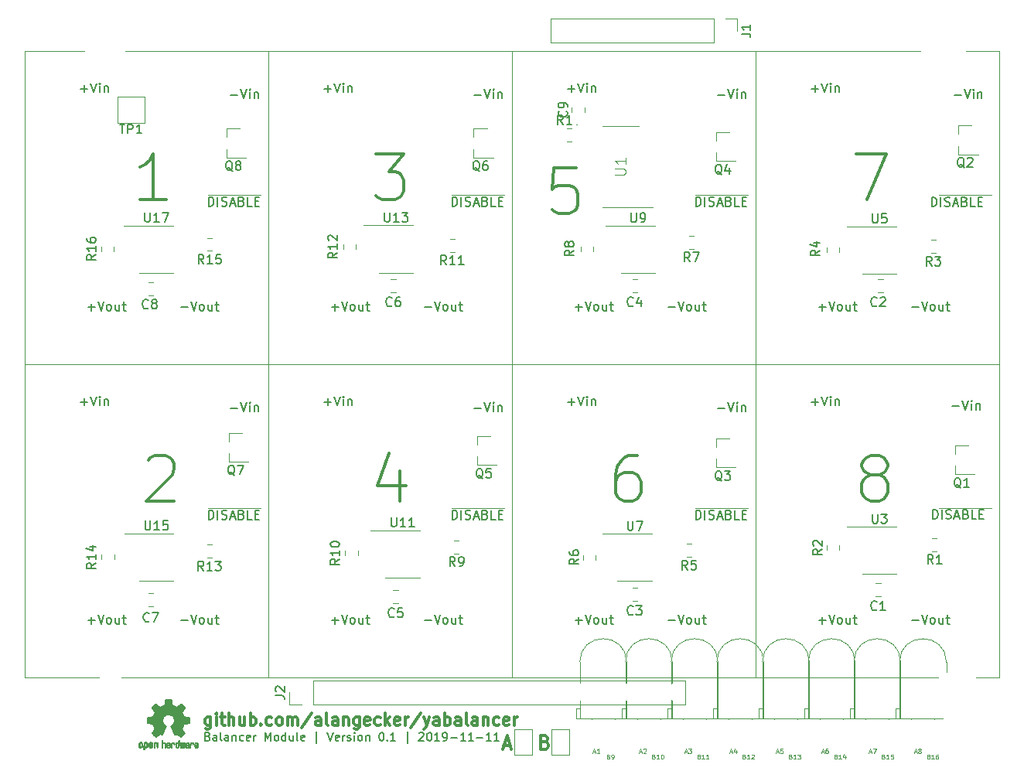
<source format=gbr>
%TF.GenerationSoftware,KiCad,Pcbnew,5.1.4*%
%TF.CreationDate,2019-11-11T15:35:15+01:00*%
%TF.ProjectId,balancer,62616c61-6e63-4657-922e-6b696361645f,rev?*%
%TF.SameCoordinates,Original*%
%TF.FileFunction,Legend,Top*%
%TF.FilePolarity,Positive*%
%FSLAX46Y46*%
G04 Gerber Fmt 4.6, Leading zero omitted, Abs format (unit mm)*
G04 Created by KiCad (PCBNEW 5.1.4) date 2019-11-11 15:35:15*
%MOMM*%
%LPD*%
G04 APERTURE LIST*
%ADD10C,0.100000*%
%ADD11C,0.150000*%
%ADD12C,0.300000*%
%ADD13C,0.120000*%
%ADD14C,0.010000*%
%ADD15R,1.702000X0.702000*%
%ADD16C,1.626000*%
%ADD17C,1.252000*%
%ADD18C,1.902000*%
%ADD19R,1.902000X1.902000*%
%ADD20C,5.702000*%
%ADD21R,1.602000X1.102000*%
%ADD22R,2.602000X2.602000*%
%ADD23C,0.752000*%
%ADD24C,1.077000*%
%ADD25R,1.002000X0.902000*%
%ADD26O,1.802000X1.802000*%
%ADD27R,1.802000X1.802000*%
G04 APERTURE END LIST*
D10*
X186884523Y-128234285D02*
X186955952Y-128258095D01*
X186979761Y-128281904D01*
X187003571Y-128329523D01*
X187003571Y-128400952D01*
X186979761Y-128448571D01*
X186955952Y-128472380D01*
X186908333Y-128496190D01*
X186717857Y-128496190D01*
X186717857Y-127996190D01*
X186884523Y-127996190D01*
X186932142Y-128020000D01*
X186955952Y-128043809D01*
X186979761Y-128091428D01*
X186979761Y-128139047D01*
X186955952Y-128186666D01*
X186932142Y-128210476D01*
X186884523Y-128234285D01*
X186717857Y-128234285D01*
X187479761Y-128496190D02*
X187194047Y-128496190D01*
X187336904Y-128496190D02*
X187336904Y-127996190D01*
X187289285Y-128067619D01*
X187241666Y-128115238D01*
X187194047Y-128139047D01*
X187908333Y-127996190D02*
X187813095Y-127996190D01*
X187765476Y-128020000D01*
X187741666Y-128043809D01*
X187694047Y-128115238D01*
X187670238Y-128210476D01*
X187670238Y-128400952D01*
X187694047Y-128448571D01*
X187717857Y-128472380D01*
X187765476Y-128496190D01*
X187860714Y-128496190D01*
X187908333Y-128472380D01*
X187932142Y-128448571D01*
X187955952Y-128400952D01*
X187955952Y-128281904D01*
X187932142Y-128234285D01*
X187908333Y-128210476D01*
X187860714Y-128186666D01*
X187765476Y-128186666D01*
X187717857Y-128210476D01*
X187694047Y-128234285D01*
X187670238Y-128281904D01*
X185316857Y-127718333D02*
X185554952Y-127718333D01*
X185269238Y-127861190D02*
X185435904Y-127361190D01*
X185602571Y-127861190D01*
X185840666Y-127575476D02*
X185793047Y-127551666D01*
X185769238Y-127527857D01*
X185745428Y-127480238D01*
X185745428Y-127456428D01*
X185769238Y-127408809D01*
X185793047Y-127385000D01*
X185840666Y-127361190D01*
X185935904Y-127361190D01*
X185983523Y-127385000D01*
X186007333Y-127408809D01*
X186031142Y-127456428D01*
X186031142Y-127480238D01*
X186007333Y-127527857D01*
X185983523Y-127551666D01*
X185935904Y-127575476D01*
X185840666Y-127575476D01*
X185793047Y-127599285D01*
X185769238Y-127623095D01*
X185745428Y-127670714D01*
X185745428Y-127765952D01*
X185769238Y-127813571D01*
X185793047Y-127837380D01*
X185840666Y-127861190D01*
X185935904Y-127861190D01*
X185983523Y-127837380D01*
X186007333Y-127813571D01*
X186031142Y-127765952D01*
X186031142Y-127670714D01*
X186007333Y-127623095D01*
X185983523Y-127599285D01*
X185935904Y-127575476D01*
X181931523Y-128234285D02*
X182002952Y-128258095D01*
X182026761Y-128281904D01*
X182050571Y-128329523D01*
X182050571Y-128400952D01*
X182026761Y-128448571D01*
X182002952Y-128472380D01*
X181955333Y-128496190D01*
X181764857Y-128496190D01*
X181764857Y-127996190D01*
X181931523Y-127996190D01*
X181979142Y-128020000D01*
X182002952Y-128043809D01*
X182026761Y-128091428D01*
X182026761Y-128139047D01*
X182002952Y-128186666D01*
X181979142Y-128210476D01*
X181931523Y-128234285D01*
X181764857Y-128234285D01*
X182526761Y-128496190D02*
X182241047Y-128496190D01*
X182383904Y-128496190D02*
X182383904Y-127996190D01*
X182336285Y-128067619D01*
X182288666Y-128115238D01*
X182241047Y-128139047D01*
X182979142Y-127996190D02*
X182741047Y-127996190D01*
X182717238Y-128234285D01*
X182741047Y-128210476D01*
X182788666Y-128186666D01*
X182907714Y-128186666D01*
X182955333Y-128210476D01*
X182979142Y-128234285D01*
X183002952Y-128281904D01*
X183002952Y-128400952D01*
X182979142Y-128448571D01*
X182955333Y-128472380D01*
X182907714Y-128496190D01*
X182788666Y-128496190D01*
X182741047Y-128472380D01*
X182717238Y-128448571D01*
X180363857Y-127718333D02*
X180601952Y-127718333D01*
X180316238Y-127861190D02*
X180482904Y-127361190D01*
X180649571Y-127861190D01*
X180768619Y-127361190D02*
X181101952Y-127361190D01*
X180887666Y-127861190D01*
X176724523Y-128234285D02*
X176795952Y-128258095D01*
X176819761Y-128281904D01*
X176843571Y-128329523D01*
X176843571Y-128400952D01*
X176819761Y-128448571D01*
X176795952Y-128472380D01*
X176748333Y-128496190D01*
X176557857Y-128496190D01*
X176557857Y-127996190D01*
X176724523Y-127996190D01*
X176772142Y-128020000D01*
X176795952Y-128043809D01*
X176819761Y-128091428D01*
X176819761Y-128139047D01*
X176795952Y-128186666D01*
X176772142Y-128210476D01*
X176724523Y-128234285D01*
X176557857Y-128234285D01*
X177319761Y-128496190D02*
X177034047Y-128496190D01*
X177176904Y-128496190D02*
X177176904Y-127996190D01*
X177129285Y-128067619D01*
X177081666Y-128115238D01*
X177034047Y-128139047D01*
X177748333Y-128162857D02*
X177748333Y-128496190D01*
X177629285Y-127972380D02*
X177510238Y-128329523D01*
X177819761Y-128329523D01*
X175156857Y-127718333D02*
X175394952Y-127718333D01*
X175109238Y-127861190D02*
X175275904Y-127361190D01*
X175442571Y-127861190D01*
X175823523Y-127361190D02*
X175728285Y-127361190D01*
X175680666Y-127385000D01*
X175656857Y-127408809D01*
X175609238Y-127480238D01*
X175585428Y-127575476D01*
X175585428Y-127765952D01*
X175609238Y-127813571D01*
X175633047Y-127837380D01*
X175680666Y-127861190D01*
X175775904Y-127861190D01*
X175823523Y-127837380D01*
X175847333Y-127813571D01*
X175871142Y-127765952D01*
X175871142Y-127646904D01*
X175847333Y-127599285D01*
X175823523Y-127575476D01*
X175775904Y-127551666D01*
X175680666Y-127551666D01*
X175633047Y-127575476D01*
X175609238Y-127599285D01*
X175585428Y-127646904D01*
X171771523Y-128234285D02*
X171842952Y-128258095D01*
X171866761Y-128281904D01*
X171890571Y-128329523D01*
X171890571Y-128400952D01*
X171866761Y-128448571D01*
X171842952Y-128472380D01*
X171795333Y-128496190D01*
X171604857Y-128496190D01*
X171604857Y-127996190D01*
X171771523Y-127996190D01*
X171819142Y-128020000D01*
X171842952Y-128043809D01*
X171866761Y-128091428D01*
X171866761Y-128139047D01*
X171842952Y-128186666D01*
X171819142Y-128210476D01*
X171771523Y-128234285D01*
X171604857Y-128234285D01*
X172366761Y-128496190D02*
X172081047Y-128496190D01*
X172223904Y-128496190D02*
X172223904Y-127996190D01*
X172176285Y-128067619D01*
X172128666Y-128115238D01*
X172081047Y-128139047D01*
X172533428Y-127996190D02*
X172842952Y-127996190D01*
X172676285Y-128186666D01*
X172747714Y-128186666D01*
X172795333Y-128210476D01*
X172819142Y-128234285D01*
X172842952Y-128281904D01*
X172842952Y-128400952D01*
X172819142Y-128448571D01*
X172795333Y-128472380D01*
X172747714Y-128496190D01*
X172604857Y-128496190D01*
X172557238Y-128472380D01*
X172533428Y-128448571D01*
X170203857Y-127718333D02*
X170441952Y-127718333D01*
X170156238Y-127861190D02*
X170322904Y-127361190D01*
X170489571Y-127861190D01*
X170894333Y-127361190D02*
X170656238Y-127361190D01*
X170632428Y-127599285D01*
X170656238Y-127575476D01*
X170703857Y-127551666D01*
X170822904Y-127551666D01*
X170870523Y-127575476D01*
X170894333Y-127599285D01*
X170918142Y-127646904D01*
X170918142Y-127765952D01*
X170894333Y-127813571D01*
X170870523Y-127837380D01*
X170822904Y-127861190D01*
X170703857Y-127861190D01*
X170656238Y-127837380D01*
X170632428Y-127813571D01*
X166691523Y-128234285D02*
X166762952Y-128258095D01*
X166786761Y-128281904D01*
X166810571Y-128329523D01*
X166810571Y-128400952D01*
X166786761Y-128448571D01*
X166762952Y-128472380D01*
X166715333Y-128496190D01*
X166524857Y-128496190D01*
X166524857Y-127996190D01*
X166691523Y-127996190D01*
X166739142Y-128020000D01*
X166762952Y-128043809D01*
X166786761Y-128091428D01*
X166786761Y-128139047D01*
X166762952Y-128186666D01*
X166739142Y-128210476D01*
X166691523Y-128234285D01*
X166524857Y-128234285D01*
X167286761Y-128496190D02*
X167001047Y-128496190D01*
X167143904Y-128496190D02*
X167143904Y-127996190D01*
X167096285Y-128067619D01*
X167048666Y-128115238D01*
X167001047Y-128139047D01*
X167477238Y-128043809D02*
X167501047Y-128020000D01*
X167548666Y-127996190D01*
X167667714Y-127996190D01*
X167715333Y-128020000D01*
X167739142Y-128043809D01*
X167762952Y-128091428D01*
X167762952Y-128139047D01*
X167739142Y-128210476D01*
X167453428Y-128496190D01*
X167762952Y-128496190D01*
X165123857Y-127718333D02*
X165361952Y-127718333D01*
X165076238Y-127861190D02*
X165242904Y-127361190D01*
X165409571Y-127861190D01*
X165790523Y-127527857D02*
X165790523Y-127861190D01*
X165671476Y-127337380D02*
X165552428Y-127694523D01*
X165861952Y-127694523D01*
X161738523Y-128234285D02*
X161809952Y-128258095D01*
X161833761Y-128281904D01*
X161857571Y-128329523D01*
X161857571Y-128400952D01*
X161833761Y-128448571D01*
X161809952Y-128472380D01*
X161762333Y-128496190D01*
X161571857Y-128496190D01*
X161571857Y-127996190D01*
X161738523Y-127996190D01*
X161786142Y-128020000D01*
X161809952Y-128043809D01*
X161833761Y-128091428D01*
X161833761Y-128139047D01*
X161809952Y-128186666D01*
X161786142Y-128210476D01*
X161738523Y-128234285D01*
X161571857Y-128234285D01*
X162333761Y-128496190D02*
X162048047Y-128496190D01*
X162190904Y-128496190D02*
X162190904Y-127996190D01*
X162143285Y-128067619D01*
X162095666Y-128115238D01*
X162048047Y-128139047D01*
X162809952Y-128496190D02*
X162524238Y-128496190D01*
X162667095Y-128496190D02*
X162667095Y-127996190D01*
X162619476Y-128067619D01*
X162571857Y-128115238D01*
X162524238Y-128139047D01*
X160170857Y-127718333D02*
X160408952Y-127718333D01*
X160123238Y-127861190D02*
X160289904Y-127361190D01*
X160456571Y-127861190D01*
X160575619Y-127361190D02*
X160885142Y-127361190D01*
X160718476Y-127551666D01*
X160789904Y-127551666D01*
X160837523Y-127575476D01*
X160861333Y-127599285D01*
X160885142Y-127646904D01*
X160885142Y-127765952D01*
X160861333Y-127813571D01*
X160837523Y-127837380D01*
X160789904Y-127861190D01*
X160647047Y-127861190D01*
X160599428Y-127837380D01*
X160575619Y-127813571D01*
X156785523Y-128234285D02*
X156856952Y-128258095D01*
X156880761Y-128281904D01*
X156904571Y-128329523D01*
X156904571Y-128400952D01*
X156880761Y-128448571D01*
X156856952Y-128472380D01*
X156809333Y-128496190D01*
X156618857Y-128496190D01*
X156618857Y-127996190D01*
X156785523Y-127996190D01*
X156833142Y-128020000D01*
X156856952Y-128043809D01*
X156880761Y-128091428D01*
X156880761Y-128139047D01*
X156856952Y-128186666D01*
X156833142Y-128210476D01*
X156785523Y-128234285D01*
X156618857Y-128234285D01*
X157380761Y-128496190D02*
X157095047Y-128496190D01*
X157237904Y-128496190D02*
X157237904Y-127996190D01*
X157190285Y-128067619D01*
X157142666Y-128115238D01*
X157095047Y-128139047D01*
X157690285Y-127996190D02*
X157737904Y-127996190D01*
X157785523Y-128020000D01*
X157809333Y-128043809D01*
X157833142Y-128091428D01*
X157856952Y-128186666D01*
X157856952Y-128305714D01*
X157833142Y-128400952D01*
X157809333Y-128448571D01*
X157785523Y-128472380D01*
X157737904Y-128496190D01*
X157690285Y-128496190D01*
X157642666Y-128472380D01*
X157618857Y-128448571D01*
X157595047Y-128400952D01*
X157571238Y-128305714D01*
X157571238Y-128186666D01*
X157595047Y-128091428D01*
X157618857Y-128043809D01*
X157642666Y-128020000D01*
X157690285Y-127996190D01*
X155217857Y-127718333D02*
X155455952Y-127718333D01*
X155170238Y-127861190D02*
X155336904Y-127361190D01*
X155503571Y-127861190D01*
X155646428Y-127408809D02*
X155670238Y-127385000D01*
X155717857Y-127361190D01*
X155836904Y-127361190D01*
X155884523Y-127385000D01*
X155908333Y-127408809D01*
X155932142Y-127456428D01*
X155932142Y-127504047D01*
X155908333Y-127575476D01*
X155622619Y-127861190D01*
X155932142Y-127861190D01*
X151816619Y-128234285D02*
X151888047Y-128258095D01*
X151911857Y-128281904D01*
X151935666Y-128329523D01*
X151935666Y-128400952D01*
X151911857Y-128448571D01*
X151888047Y-128472380D01*
X151840428Y-128496190D01*
X151649952Y-128496190D01*
X151649952Y-127996190D01*
X151816619Y-127996190D01*
X151864238Y-128020000D01*
X151888047Y-128043809D01*
X151911857Y-128091428D01*
X151911857Y-128139047D01*
X151888047Y-128186666D01*
X151864238Y-128210476D01*
X151816619Y-128234285D01*
X151649952Y-128234285D01*
X152173761Y-128496190D02*
X152269000Y-128496190D01*
X152316619Y-128472380D01*
X152340428Y-128448571D01*
X152388047Y-128377142D01*
X152411857Y-128281904D01*
X152411857Y-128091428D01*
X152388047Y-128043809D01*
X152364238Y-128020000D01*
X152316619Y-127996190D01*
X152221380Y-127996190D01*
X152173761Y-128020000D01*
X152149952Y-128043809D01*
X152126142Y-128091428D01*
X152126142Y-128210476D01*
X152149952Y-128258095D01*
X152173761Y-128281904D01*
X152221380Y-128305714D01*
X152316619Y-128305714D01*
X152364238Y-128281904D01*
X152388047Y-128258095D01*
X152411857Y-128210476D01*
X150137857Y-127718333D02*
X150375952Y-127718333D01*
X150090238Y-127861190D02*
X150256904Y-127361190D01*
X150423571Y-127861190D01*
X150852142Y-127861190D02*
X150566428Y-127861190D01*
X150709285Y-127861190D02*
X150709285Y-127361190D01*
X150661666Y-127432619D01*
X150614047Y-127480238D01*
X150566428Y-127504047D01*
D11*
X107952185Y-126021314D02*
X108080757Y-126064171D01*
X108123614Y-126107028D01*
X108166471Y-126192742D01*
X108166471Y-126321314D01*
X108123614Y-126407028D01*
X108080757Y-126449885D01*
X107995042Y-126492742D01*
X107652185Y-126492742D01*
X107652185Y-125592742D01*
X107952185Y-125592742D01*
X108037900Y-125635600D01*
X108080757Y-125678457D01*
X108123614Y-125764171D01*
X108123614Y-125849885D01*
X108080757Y-125935600D01*
X108037900Y-125978457D01*
X107952185Y-126021314D01*
X107652185Y-126021314D01*
X108937900Y-126492742D02*
X108937900Y-126021314D01*
X108895042Y-125935600D01*
X108809328Y-125892742D01*
X108637900Y-125892742D01*
X108552185Y-125935600D01*
X108937900Y-126449885D02*
X108852185Y-126492742D01*
X108637900Y-126492742D01*
X108552185Y-126449885D01*
X108509328Y-126364171D01*
X108509328Y-126278457D01*
X108552185Y-126192742D01*
X108637900Y-126149885D01*
X108852185Y-126149885D01*
X108937900Y-126107028D01*
X109495042Y-126492742D02*
X109409328Y-126449885D01*
X109366471Y-126364171D01*
X109366471Y-125592742D01*
X110223614Y-126492742D02*
X110223614Y-126021314D01*
X110180757Y-125935600D01*
X110095042Y-125892742D01*
X109923614Y-125892742D01*
X109837900Y-125935600D01*
X110223614Y-126449885D02*
X110137900Y-126492742D01*
X109923614Y-126492742D01*
X109837900Y-126449885D01*
X109795042Y-126364171D01*
X109795042Y-126278457D01*
X109837900Y-126192742D01*
X109923614Y-126149885D01*
X110137900Y-126149885D01*
X110223614Y-126107028D01*
X110652185Y-125892742D02*
X110652185Y-126492742D01*
X110652185Y-125978457D02*
X110695042Y-125935600D01*
X110780757Y-125892742D01*
X110909328Y-125892742D01*
X110995042Y-125935600D01*
X111037900Y-126021314D01*
X111037900Y-126492742D01*
X111852185Y-126449885D02*
X111766471Y-126492742D01*
X111595042Y-126492742D01*
X111509328Y-126449885D01*
X111466471Y-126407028D01*
X111423614Y-126321314D01*
X111423614Y-126064171D01*
X111466471Y-125978457D01*
X111509328Y-125935600D01*
X111595042Y-125892742D01*
X111766471Y-125892742D01*
X111852185Y-125935600D01*
X112580757Y-126449885D02*
X112495042Y-126492742D01*
X112323614Y-126492742D01*
X112237900Y-126449885D01*
X112195042Y-126364171D01*
X112195042Y-126021314D01*
X112237900Y-125935600D01*
X112323614Y-125892742D01*
X112495042Y-125892742D01*
X112580757Y-125935600D01*
X112623614Y-126021314D01*
X112623614Y-126107028D01*
X112195042Y-126192742D01*
X113009328Y-126492742D02*
X113009328Y-125892742D01*
X113009328Y-126064171D02*
X113052185Y-125978457D01*
X113095042Y-125935600D01*
X113180757Y-125892742D01*
X113266471Y-125892742D01*
X114252185Y-126492742D02*
X114252185Y-125592742D01*
X114552185Y-126235600D01*
X114852185Y-125592742D01*
X114852185Y-126492742D01*
X115409328Y-126492742D02*
X115323614Y-126449885D01*
X115280757Y-126407028D01*
X115237900Y-126321314D01*
X115237900Y-126064171D01*
X115280757Y-125978457D01*
X115323614Y-125935600D01*
X115409328Y-125892742D01*
X115537900Y-125892742D01*
X115623614Y-125935600D01*
X115666471Y-125978457D01*
X115709328Y-126064171D01*
X115709328Y-126321314D01*
X115666471Y-126407028D01*
X115623614Y-126449885D01*
X115537900Y-126492742D01*
X115409328Y-126492742D01*
X116480757Y-126492742D02*
X116480757Y-125592742D01*
X116480757Y-126449885D02*
X116395042Y-126492742D01*
X116223614Y-126492742D01*
X116137900Y-126449885D01*
X116095042Y-126407028D01*
X116052185Y-126321314D01*
X116052185Y-126064171D01*
X116095042Y-125978457D01*
X116137900Y-125935600D01*
X116223614Y-125892742D01*
X116395042Y-125892742D01*
X116480757Y-125935600D01*
X117295042Y-125892742D02*
X117295042Y-126492742D01*
X116909328Y-125892742D02*
X116909328Y-126364171D01*
X116952185Y-126449885D01*
X117037900Y-126492742D01*
X117166471Y-126492742D01*
X117252185Y-126449885D01*
X117295042Y-126407028D01*
X117852185Y-126492742D02*
X117766471Y-126449885D01*
X117723614Y-126364171D01*
X117723614Y-125592742D01*
X118537900Y-126449885D02*
X118452185Y-126492742D01*
X118280757Y-126492742D01*
X118195042Y-126449885D01*
X118152185Y-126364171D01*
X118152185Y-126021314D01*
X118195042Y-125935600D01*
X118280757Y-125892742D01*
X118452185Y-125892742D01*
X118537900Y-125935600D01*
X118580757Y-126021314D01*
X118580757Y-126107028D01*
X118152185Y-126192742D01*
X119866471Y-126792742D02*
X119866471Y-125507028D01*
X121066471Y-125592742D02*
X121366471Y-126492742D01*
X121666471Y-125592742D01*
X122309328Y-126449885D02*
X122223614Y-126492742D01*
X122052185Y-126492742D01*
X121966471Y-126449885D01*
X121923614Y-126364171D01*
X121923614Y-126021314D01*
X121966471Y-125935600D01*
X122052185Y-125892742D01*
X122223614Y-125892742D01*
X122309328Y-125935600D01*
X122352185Y-126021314D01*
X122352185Y-126107028D01*
X121923614Y-126192742D01*
X122737900Y-126492742D02*
X122737900Y-125892742D01*
X122737900Y-126064171D02*
X122780757Y-125978457D01*
X122823614Y-125935600D01*
X122909328Y-125892742D01*
X122995042Y-125892742D01*
X123252185Y-126449885D02*
X123337900Y-126492742D01*
X123509328Y-126492742D01*
X123595042Y-126449885D01*
X123637900Y-126364171D01*
X123637900Y-126321314D01*
X123595042Y-126235600D01*
X123509328Y-126192742D01*
X123380757Y-126192742D01*
X123295042Y-126149885D01*
X123252185Y-126064171D01*
X123252185Y-126021314D01*
X123295042Y-125935600D01*
X123380757Y-125892742D01*
X123509328Y-125892742D01*
X123595042Y-125935600D01*
X124023614Y-126492742D02*
X124023614Y-125892742D01*
X124023614Y-125592742D02*
X123980757Y-125635600D01*
X124023614Y-125678457D01*
X124066471Y-125635600D01*
X124023614Y-125592742D01*
X124023614Y-125678457D01*
X124580757Y-126492742D02*
X124495042Y-126449885D01*
X124452185Y-126407028D01*
X124409328Y-126321314D01*
X124409328Y-126064171D01*
X124452185Y-125978457D01*
X124495042Y-125935600D01*
X124580757Y-125892742D01*
X124709328Y-125892742D01*
X124795042Y-125935600D01*
X124837900Y-125978457D01*
X124880757Y-126064171D01*
X124880757Y-126321314D01*
X124837900Y-126407028D01*
X124795042Y-126449885D01*
X124709328Y-126492742D01*
X124580757Y-126492742D01*
X125266471Y-125892742D02*
X125266471Y-126492742D01*
X125266471Y-125978457D02*
X125309328Y-125935600D01*
X125395042Y-125892742D01*
X125523614Y-125892742D01*
X125609328Y-125935600D01*
X125652185Y-126021314D01*
X125652185Y-126492742D01*
X126937900Y-125592742D02*
X127023614Y-125592742D01*
X127109328Y-125635600D01*
X127152185Y-125678457D01*
X127195042Y-125764171D01*
X127237900Y-125935600D01*
X127237900Y-126149885D01*
X127195042Y-126321314D01*
X127152185Y-126407028D01*
X127109328Y-126449885D01*
X127023614Y-126492742D01*
X126937900Y-126492742D01*
X126852185Y-126449885D01*
X126809328Y-126407028D01*
X126766471Y-126321314D01*
X126723614Y-126149885D01*
X126723614Y-125935600D01*
X126766471Y-125764171D01*
X126809328Y-125678457D01*
X126852185Y-125635600D01*
X126937900Y-125592742D01*
X127623614Y-126407028D02*
X127666471Y-126449885D01*
X127623614Y-126492742D01*
X127580757Y-126449885D01*
X127623614Y-126407028D01*
X127623614Y-126492742D01*
X128523614Y-126492742D02*
X128009328Y-126492742D01*
X128266471Y-126492742D02*
X128266471Y-125592742D01*
X128180757Y-125721314D01*
X128095042Y-125807028D01*
X128009328Y-125849885D01*
X129809328Y-126792742D02*
X129809328Y-125507028D01*
X131095042Y-125678457D02*
X131137900Y-125635600D01*
X131223614Y-125592742D01*
X131437900Y-125592742D01*
X131523614Y-125635600D01*
X131566471Y-125678457D01*
X131609328Y-125764171D01*
X131609328Y-125849885D01*
X131566471Y-125978457D01*
X131052185Y-126492742D01*
X131609328Y-126492742D01*
X132166471Y-125592742D02*
X132252185Y-125592742D01*
X132337900Y-125635600D01*
X132380757Y-125678457D01*
X132423614Y-125764171D01*
X132466471Y-125935600D01*
X132466471Y-126149885D01*
X132423614Y-126321314D01*
X132380757Y-126407028D01*
X132337900Y-126449885D01*
X132252185Y-126492742D01*
X132166471Y-126492742D01*
X132080757Y-126449885D01*
X132037900Y-126407028D01*
X131995042Y-126321314D01*
X131952185Y-126149885D01*
X131952185Y-125935600D01*
X131995042Y-125764171D01*
X132037900Y-125678457D01*
X132080757Y-125635600D01*
X132166471Y-125592742D01*
X133323614Y-126492742D02*
X132809328Y-126492742D01*
X133066471Y-126492742D02*
X133066471Y-125592742D01*
X132980757Y-125721314D01*
X132895042Y-125807028D01*
X132809328Y-125849885D01*
X133752185Y-126492742D02*
X133923614Y-126492742D01*
X134009328Y-126449885D01*
X134052185Y-126407028D01*
X134137900Y-126278457D01*
X134180757Y-126107028D01*
X134180757Y-125764171D01*
X134137900Y-125678457D01*
X134095042Y-125635600D01*
X134009328Y-125592742D01*
X133837900Y-125592742D01*
X133752185Y-125635600D01*
X133709328Y-125678457D01*
X133666471Y-125764171D01*
X133666471Y-125978457D01*
X133709328Y-126064171D01*
X133752185Y-126107028D01*
X133837900Y-126149885D01*
X134009328Y-126149885D01*
X134095042Y-126107028D01*
X134137900Y-126064171D01*
X134180757Y-125978457D01*
X134566471Y-126149885D02*
X135252185Y-126149885D01*
X136152185Y-126492742D02*
X135637900Y-126492742D01*
X135895042Y-126492742D02*
X135895042Y-125592742D01*
X135809328Y-125721314D01*
X135723614Y-125807028D01*
X135637900Y-125849885D01*
X137009328Y-126492742D02*
X136495042Y-126492742D01*
X136752185Y-126492742D02*
X136752185Y-125592742D01*
X136666471Y-125721314D01*
X136580757Y-125807028D01*
X136495042Y-125849885D01*
X137395042Y-126149885D02*
X138080757Y-126149885D01*
X138980757Y-126492742D02*
X138466471Y-126492742D01*
X138723614Y-126492742D02*
X138723614Y-125592742D01*
X138637900Y-125721314D01*
X138552185Y-125807028D01*
X138466471Y-125849885D01*
X139837900Y-126492742D02*
X139323614Y-126492742D01*
X139580757Y-126492742D02*
X139580757Y-125592742D01*
X139495042Y-125721314D01*
X139409328Y-125807028D01*
X139323614Y-125849885D01*
D12*
X140358857Y-126996000D02*
X141073142Y-126996000D01*
X140216000Y-127424571D02*
X140716000Y-125924571D01*
X141216000Y-127424571D01*
X144887142Y-126638857D02*
X145101428Y-126710285D01*
X145172857Y-126781714D01*
X145244285Y-126924571D01*
X145244285Y-127138857D01*
X145172857Y-127281714D01*
X145101428Y-127353142D01*
X144958571Y-127424571D01*
X144387142Y-127424571D01*
X144387142Y-125924571D01*
X144887142Y-125924571D01*
X145030000Y-125996000D01*
X145101428Y-126067428D01*
X145172857Y-126210285D01*
X145172857Y-126353142D01*
X145101428Y-126496000D01*
X145030000Y-126567428D01*
X144887142Y-126638857D01*
X144387142Y-126638857D01*
X108278285Y-123927428D02*
X108278285Y-124979809D01*
X108216380Y-125103619D01*
X108154476Y-125165523D01*
X108030666Y-125227428D01*
X107844952Y-125227428D01*
X107721142Y-125165523D01*
X108278285Y-124732190D02*
X108154476Y-124794095D01*
X107906857Y-124794095D01*
X107783047Y-124732190D01*
X107721142Y-124670285D01*
X107659238Y-124546476D01*
X107659238Y-124175047D01*
X107721142Y-124051238D01*
X107783047Y-123989333D01*
X107906857Y-123927428D01*
X108154476Y-123927428D01*
X108278285Y-123989333D01*
X108897333Y-124794095D02*
X108897333Y-123927428D01*
X108897333Y-123494095D02*
X108835428Y-123556000D01*
X108897333Y-123617904D01*
X108959238Y-123556000D01*
X108897333Y-123494095D01*
X108897333Y-123617904D01*
X109330666Y-123927428D02*
X109825904Y-123927428D01*
X109516380Y-123494095D02*
X109516380Y-124608380D01*
X109578285Y-124732190D01*
X109702095Y-124794095D01*
X109825904Y-124794095D01*
X110259238Y-124794095D02*
X110259238Y-123494095D01*
X110816380Y-124794095D02*
X110816380Y-124113142D01*
X110754476Y-123989333D01*
X110630666Y-123927428D01*
X110444952Y-123927428D01*
X110321142Y-123989333D01*
X110259238Y-124051238D01*
X111992571Y-123927428D02*
X111992571Y-124794095D01*
X111435428Y-123927428D02*
X111435428Y-124608380D01*
X111497333Y-124732190D01*
X111621142Y-124794095D01*
X111806857Y-124794095D01*
X111930666Y-124732190D01*
X111992571Y-124670285D01*
X112611619Y-124794095D02*
X112611619Y-123494095D01*
X112611619Y-123989333D02*
X112735428Y-123927428D01*
X112983047Y-123927428D01*
X113106857Y-123989333D01*
X113168761Y-124051238D01*
X113230666Y-124175047D01*
X113230666Y-124546476D01*
X113168761Y-124670285D01*
X113106857Y-124732190D01*
X112983047Y-124794095D01*
X112735428Y-124794095D01*
X112611619Y-124732190D01*
X113787809Y-124670285D02*
X113849714Y-124732190D01*
X113787809Y-124794095D01*
X113725904Y-124732190D01*
X113787809Y-124670285D01*
X113787809Y-124794095D01*
X114964000Y-124732190D02*
X114840190Y-124794095D01*
X114592571Y-124794095D01*
X114468761Y-124732190D01*
X114406857Y-124670285D01*
X114344952Y-124546476D01*
X114344952Y-124175047D01*
X114406857Y-124051238D01*
X114468761Y-123989333D01*
X114592571Y-123927428D01*
X114840190Y-123927428D01*
X114964000Y-123989333D01*
X115706857Y-124794095D02*
X115583047Y-124732190D01*
X115521142Y-124670285D01*
X115459238Y-124546476D01*
X115459238Y-124175047D01*
X115521142Y-124051238D01*
X115583047Y-123989333D01*
X115706857Y-123927428D01*
X115892571Y-123927428D01*
X116016380Y-123989333D01*
X116078285Y-124051238D01*
X116140190Y-124175047D01*
X116140190Y-124546476D01*
X116078285Y-124670285D01*
X116016380Y-124732190D01*
X115892571Y-124794095D01*
X115706857Y-124794095D01*
X116697333Y-124794095D02*
X116697333Y-123927428D01*
X116697333Y-124051238D02*
X116759238Y-123989333D01*
X116883047Y-123927428D01*
X117068761Y-123927428D01*
X117192571Y-123989333D01*
X117254476Y-124113142D01*
X117254476Y-124794095D01*
X117254476Y-124113142D02*
X117316380Y-123989333D01*
X117440190Y-123927428D01*
X117625904Y-123927428D01*
X117749714Y-123989333D01*
X117811619Y-124113142D01*
X117811619Y-124794095D01*
X119359238Y-123432190D02*
X118244952Y-125103619D01*
X120349714Y-124794095D02*
X120349714Y-124113142D01*
X120287809Y-123989333D01*
X120164000Y-123927428D01*
X119916380Y-123927428D01*
X119792571Y-123989333D01*
X120349714Y-124732190D02*
X120225904Y-124794095D01*
X119916380Y-124794095D01*
X119792571Y-124732190D01*
X119730666Y-124608380D01*
X119730666Y-124484571D01*
X119792571Y-124360761D01*
X119916380Y-124298857D01*
X120225904Y-124298857D01*
X120349714Y-124236952D01*
X121154476Y-124794095D02*
X121030666Y-124732190D01*
X120968761Y-124608380D01*
X120968761Y-123494095D01*
X122206857Y-124794095D02*
X122206857Y-124113142D01*
X122144952Y-123989333D01*
X122021142Y-123927428D01*
X121773523Y-123927428D01*
X121649714Y-123989333D01*
X122206857Y-124732190D02*
X122083047Y-124794095D01*
X121773523Y-124794095D01*
X121649714Y-124732190D01*
X121587809Y-124608380D01*
X121587809Y-124484571D01*
X121649714Y-124360761D01*
X121773523Y-124298857D01*
X122083047Y-124298857D01*
X122206857Y-124236952D01*
X122825904Y-123927428D02*
X122825904Y-124794095D01*
X122825904Y-124051238D02*
X122887809Y-123989333D01*
X123011619Y-123927428D01*
X123197333Y-123927428D01*
X123321142Y-123989333D01*
X123383047Y-124113142D01*
X123383047Y-124794095D01*
X124559238Y-123927428D02*
X124559238Y-124979809D01*
X124497333Y-125103619D01*
X124435428Y-125165523D01*
X124311619Y-125227428D01*
X124125904Y-125227428D01*
X124002095Y-125165523D01*
X124559238Y-124732190D02*
X124435428Y-124794095D01*
X124187809Y-124794095D01*
X124064000Y-124732190D01*
X124002095Y-124670285D01*
X123940190Y-124546476D01*
X123940190Y-124175047D01*
X124002095Y-124051238D01*
X124064000Y-123989333D01*
X124187809Y-123927428D01*
X124435428Y-123927428D01*
X124559238Y-123989333D01*
X125673523Y-124732190D02*
X125549714Y-124794095D01*
X125302095Y-124794095D01*
X125178285Y-124732190D01*
X125116380Y-124608380D01*
X125116380Y-124113142D01*
X125178285Y-123989333D01*
X125302095Y-123927428D01*
X125549714Y-123927428D01*
X125673523Y-123989333D01*
X125735428Y-124113142D01*
X125735428Y-124236952D01*
X125116380Y-124360761D01*
X126849714Y-124732190D02*
X126725904Y-124794095D01*
X126478285Y-124794095D01*
X126354476Y-124732190D01*
X126292571Y-124670285D01*
X126230666Y-124546476D01*
X126230666Y-124175047D01*
X126292571Y-124051238D01*
X126354476Y-123989333D01*
X126478285Y-123927428D01*
X126725904Y-123927428D01*
X126849714Y-123989333D01*
X127406857Y-124794095D02*
X127406857Y-123494095D01*
X127530666Y-124298857D02*
X127902095Y-124794095D01*
X127902095Y-123927428D02*
X127406857Y-124422666D01*
X128954476Y-124732190D02*
X128830666Y-124794095D01*
X128583047Y-124794095D01*
X128459238Y-124732190D01*
X128397333Y-124608380D01*
X128397333Y-124113142D01*
X128459238Y-123989333D01*
X128583047Y-123927428D01*
X128830666Y-123927428D01*
X128954476Y-123989333D01*
X129016380Y-124113142D01*
X129016380Y-124236952D01*
X128397333Y-124360761D01*
X129573523Y-124794095D02*
X129573523Y-123927428D01*
X129573523Y-124175047D02*
X129635428Y-124051238D01*
X129697333Y-123989333D01*
X129821142Y-123927428D01*
X129944952Y-123927428D01*
X131306857Y-123432190D02*
X130192571Y-125103619D01*
X131616380Y-123927428D02*
X131925904Y-124794095D01*
X132235428Y-123927428D02*
X131925904Y-124794095D01*
X131802095Y-125103619D01*
X131740190Y-125165523D01*
X131616380Y-125227428D01*
X133287809Y-124794095D02*
X133287809Y-124113142D01*
X133225904Y-123989333D01*
X133102095Y-123927428D01*
X132854476Y-123927428D01*
X132730666Y-123989333D01*
X133287809Y-124732190D02*
X133163999Y-124794095D01*
X132854476Y-124794095D01*
X132730666Y-124732190D01*
X132668761Y-124608380D01*
X132668761Y-124484571D01*
X132730666Y-124360761D01*
X132854476Y-124298857D01*
X133163999Y-124298857D01*
X133287809Y-124236952D01*
X133906857Y-124794095D02*
X133906857Y-123494095D01*
X133906857Y-123989333D02*
X134030666Y-123927428D01*
X134278285Y-123927428D01*
X134402095Y-123989333D01*
X134464000Y-124051238D01*
X134525904Y-124175047D01*
X134525904Y-124546476D01*
X134464000Y-124670285D01*
X134402095Y-124732190D01*
X134278285Y-124794095D01*
X134030666Y-124794095D01*
X133906857Y-124732190D01*
X135640190Y-124794095D02*
X135640190Y-124113142D01*
X135578285Y-123989333D01*
X135454476Y-123927428D01*
X135206857Y-123927428D01*
X135083047Y-123989333D01*
X135640190Y-124732190D02*
X135516380Y-124794095D01*
X135206857Y-124794095D01*
X135083047Y-124732190D01*
X135021142Y-124608380D01*
X135021142Y-124484571D01*
X135083047Y-124360761D01*
X135206857Y-124298857D01*
X135516380Y-124298857D01*
X135640190Y-124236952D01*
X136444952Y-124794095D02*
X136321142Y-124732190D01*
X136259238Y-124608380D01*
X136259238Y-123494095D01*
X137497333Y-124794095D02*
X137497333Y-124113142D01*
X137435428Y-123989333D01*
X137311619Y-123927428D01*
X137064000Y-123927428D01*
X136940190Y-123989333D01*
X137497333Y-124732190D02*
X137373523Y-124794095D01*
X137064000Y-124794095D01*
X136940190Y-124732190D01*
X136878285Y-124608380D01*
X136878285Y-124484571D01*
X136940190Y-124360761D01*
X137064000Y-124298857D01*
X137373523Y-124298857D01*
X137497333Y-124236952D01*
X138116380Y-123927428D02*
X138116380Y-124794095D01*
X138116380Y-124051238D02*
X138178285Y-123989333D01*
X138302095Y-123927428D01*
X138487809Y-123927428D01*
X138611619Y-123989333D01*
X138673523Y-124113142D01*
X138673523Y-124794095D01*
X139849714Y-124732190D02*
X139725904Y-124794095D01*
X139478285Y-124794095D01*
X139354476Y-124732190D01*
X139292571Y-124670285D01*
X139230666Y-124546476D01*
X139230666Y-124175047D01*
X139292571Y-124051238D01*
X139354476Y-123989333D01*
X139478285Y-123927428D01*
X139725904Y-123927428D01*
X139849714Y-123989333D01*
X140902095Y-124732190D02*
X140778285Y-124794095D01*
X140530666Y-124794095D01*
X140406857Y-124732190D01*
X140344952Y-124608380D01*
X140344952Y-124113142D01*
X140406857Y-123989333D01*
X140530666Y-123927428D01*
X140778285Y-123927428D01*
X140902095Y-123989333D01*
X140964000Y-124113142D01*
X140964000Y-124236952D01*
X140344952Y-124360761D01*
X141521142Y-124794095D02*
X141521142Y-123927428D01*
X141521142Y-124175047D02*
X141583047Y-124051238D01*
X141644952Y-123989333D01*
X141768761Y-123927428D01*
X141892571Y-123927428D01*
X180523809Y-97404761D02*
X180047619Y-97166666D01*
X179809523Y-96928571D01*
X179571428Y-96452380D01*
X179571428Y-96214285D01*
X179809523Y-95738095D01*
X180047619Y-95500000D01*
X180523809Y-95261904D01*
X181476190Y-95261904D01*
X181952380Y-95500000D01*
X182190476Y-95738095D01*
X182428571Y-96214285D01*
X182428571Y-96452380D01*
X182190476Y-96928571D01*
X181952380Y-97166666D01*
X181476190Y-97404761D01*
X180523809Y-97404761D01*
X180047619Y-97642857D01*
X179809523Y-97880952D01*
X179571428Y-98357142D01*
X179571428Y-99309523D01*
X179809523Y-99785714D01*
X180047619Y-100023809D01*
X180523809Y-100261904D01*
X181476190Y-100261904D01*
X181952380Y-100023809D01*
X182190476Y-99785714D01*
X182428571Y-99309523D01*
X182428571Y-98357142D01*
X182190476Y-97880952D01*
X181952380Y-97642857D01*
X181476190Y-97404761D01*
X154952380Y-95261904D02*
X154000000Y-95261904D01*
X153523809Y-95500000D01*
X153285714Y-95738095D01*
X152809523Y-96452380D01*
X152571428Y-97404761D01*
X152571428Y-99309523D01*
X152809523Y-99785714D01*
X153047619Y-100023809D01*
X153523809Y-100261904D01*
X154476190Y-100261904D01*
X154952380Y-100023809D01*
X155190476Y-99785714D01*
X155428571Y-99309523D01*
X155428571Y-98119047D01*
X155190476Y-97642857D01*
X154952380Y-97404761D01*
X154476190Y-97166666D01*
X153523809Y-97166666D01*
X153047619Y-97404761D01*
X152809523Y-97642857D01*
X152571428Y-98119047D01*
X178927333Y-62261904D02*
X182260666Y-62261904D01*
X180117809Y-67261904D01*
X148256476Y-63785904D02*
X145875523Y-63785904D01*
X145637428Y-66166857D01*
X145875523Y-65928761D01*
X146351714Y-65690666D01*
X147542190Y-65690666D01*
X148018380Y-65928761D01*
X148256476Y-66166857D01*
X148494571Y-66643047D01*
X148494571Y-67833523D01*
X148256476Y-68309714D01*
X148018380Y-68547809D01*
X147542190Y-68785904D01*
X146351714Y-68785904D01*
X145875523Y-68547809D01*
X145637428Y-68309714D01*
X128952380Y-96928571D02*
X128952380Y-100261904D01*
X127761904Y-95023809D02*
X126571428Y-98595238D01*
X129666666Y-98595238D01*
X126333333Y-62261904D02*
X129428571Y-62261904D01*
X127761904Y-64166666D01*
X128476190Y-64166666D01*
X128952380Y-64404761D01*
X129190476Y-64642857D01*
X129428571Y-65119047D01*
X129428571Y-66309523D01*
X129190476Y-66785714D01*
X128952380Y-67023809D01*
X128476190Y-67261904D01*
X127047619Y-67261904D01*
X126571428Y-67023809D01*
X126333333Y-66785714D01*
X101441428Y-95738095D02*
X101679523Y-95500000D01*
X102155714Y-95261904D01*
X103346190Y-95261904D01*
X103822380Y-95500000D01*
X104060476Y-95738095D01*
X104298571Y-96214285D01*
X104298571Y-96690476D01*
X104060476Y-97404761D01*
X101203333Y-100261904D01*
X104298571Y-100261904D01*
X103428571Y-67261904D02*
X100571428Y-67261904D01*
X102000000Y-67261904D02*
X102000000Y-62261904D01*
X101523809Y-62976190D01*
X101047619Y-63452380D01*
X100571428Y-63690476D01*
D13*
X151212000Y-68077000D02*
X156662000Y-68077000D01*
X155112000Y-59177000D02*
X151212000Y-59177000D01*
X141287500Y-51003200D02*
X141287500Y-85293200D01*
X167957500Y-51003200D02*
X141287500Y-51003200D01*
X167957500Y-85293200D02*
X167957500Y-51003200D01*
X141287500Y-85293200D02*
X167957500Y-85293200D01*
X161342533Y-66739901D02*
X167087500Y-66739901D01*
X147240248Y-60908000D02*
X147762752Y-60908000D01*
X147240248Y-59488000D02*
X147762752Y-59488000D01*
X149978400Y-124174700D02*
X149978400Y-124174700D01*
X149978400Y-124044700D02*
X149978400Y-124174700D01*
X149978400Y-124044700D02*
X149978400Y-124044700D01*
X149978400Y-124174700D02*
X149978400Y-124044700D01*
X152518400Y-124174700D02*
X152518400Y-124174700D01*
X152518400Y-124044700D02*
X152518400Y-124174700D01*
X152518400Y-124044700D02*
X152518400Y-124044700D01*
X152518400Y-124174700D02*
X152518400Y-124044700D01*
X148688400Y-124044700D02*
X148288400Y-124044700D01*
X148688400Y-122924700D02*
X148688400Y-124044700D01*
X148288400Y-122924700D02*
X148688400Y-122924700D01*
X148288400Y-124044700D02*
X148288400Y-122924700D01*
X153808400Y-124044700D02*
X148688400Y-124044700D01*
X148688400Y-124044700D02*
X148688400Y-117884700D01*
X153808400Y-124044700D02*
X153808400Y-117884700D01*
X148688400Y-117884700D02*
G75*
G02X153808400Y-117884700I2560000J0D01*
G01*
X154978400Y-124174700D02*
X154978400Y-124174700D01*
X154978400Y-124044700D02*
X154978400Y-124174700D01*
X154978400Y-124044700D02*
X154978400Y-124044700D01*
X154978400Y-124174700D02*
X154978400Y-124044700D01*
X157518400Y-124174700D02*
X157518400Y-124174700D01*
X157518400Y-124044700D02*
X157518400Y-124174700D01*
X157518400Y-124044700D02*
X157518400Y-124044700D01*
X157518400Y-124174700D02*
X157518400Y-124044700D01*
X153688400Y-124044700D02*
X153288400Y-124044700D01*
X153688400Y-122924700D02*
X153688400Y-124044700D01*
X153288400Y-122924700D02*
X153688400Y-122924700D01*
X153288400Y-124044700D02*
X153288400Y-122924700D01*
X158808400Y-124044700D02*
X153688400Y-124044700D01*
X153688400Y-124044700D02*
X153688400Y-117884700D01*
X158808400Y-124044700D02*
X158808400Y-117884700D01*
X153688400Y-117884700D02*
G75*
G02X158808400Y-117884700I2560000J0D01*
G01*
X159978400Y-124174700D02*
X159978400Y-124174700D01*
X159978400Y-124044700D02*
X159978400Y-124174700D01*
X159978400Y-124044700D02*
X159978400Y-124044700D01*
X159978400Y-124174700D02*
X159978400Y-124044700D01*
X162518400Y-124174700D02*
X162518400Y-124174700D01*
X162518400Y-124044700D02*
X162518400Y-124174700D01*
X162518400Y-124044700D02*
X162518400Y-124044700D01*
X162518400Y-124174700D02*
X162518400Y-124044700D01*
X158688400Y-124044700D02*
X158288400Y-124044700D01*
X158688400Y-122924700D02*
X158688400Y-124044700D01*
X158288400Y-122924700D02*
X158688400Y-122924700D01*
X158288400Y-124044700D02*
X158288400Y-122924700D01*
X163808400Y-124044700D02*
X158688400Y-124044700D01*
X158688400Y-124044700D02*
X158688400Y-117884700D01*
X163808400Y-124044700D02*
X163808400Y-117884700D01*
X158688400Y-117884700D02*
G75*
G02X163808400Y-117884700I2560000J0D01*
G01*
X164978400Y-124174700D02*
X164978400Y-124174700D01*
X164978400Y-124044700D02*
X164978400Y-124174700D01*
X164978400Y-124044700D02*
X164978400Y-124044700D01*
X164978400Y-124174700D02*
X164978400Y-124044700D01*
X167518400Y-124174700D02*
X167518400Y-124174700D01*
X167518400Y-124044700D02*
X167518400Y-124174700D01*
X167518400Y-124044700D02*
X167518400Y-124044700D01*
X167518400Y-124174700D02*
X167518400Y-124044700D01*
X163688400Y-124044700D02*
X163288400Y-124044700D01*
X163688400Y-122924700D02*
X163688400Y-124044700D01*
X163288400Y-122924700D02*
X163688400Y-122924700D01*
X163288400Y-124044700D02*
X163288400Y-122924700D01*
X168808400Y-124044700D02*
X163688400Y-124044700D01*
X163688400Y-124044700D02*
X163688400Y-117884700D01*
X168808400Y-124044700D02*
X168808400Y-117884700D01*
X163688400Y-117884700D02*
G75*
G02X168808400Y-117884700I2560000J0D01*
G01*
X169978400Y-124174700D02*
X169978400Y-124174700D01*
X169978400Y-124044700D02*
X169978400Y-124174700D01*
X169978400Y-124044700D02*
X169978400Y-124044700D01*
X169978400Y-124174700D02*
X169978400Y-124044700D01*
X172518400Y-124174700D02*
X172518400Y-124174700D01*
X172518400Y-124044700D02*
X172518400Y-124174700D01*
X172518400Y-124044700D02*
X172518400Y-124044700D01*
X172518400Y-124174700D02*
X172518400Y-124044700D01*
X168688400Y-124044700D02*
X168288400Y-124044700D01*
X168688400Y-122924700D02*
X168688400Y-124044700D01*
X168288400Y-122924700D02*
X168688400Y-122924700D01*
X168288400Y-124044700D02*
X168288400Y-122924700D01*
X173808400Y-124044700D02*
X168688400Y-124044700D01*
X168688400Y-124044700D02*
X168688400Y-117884700D01*
X173808400Y-124044700D02*
X173808400Y-117884700D01*
X168688400Y-117884700D02*
G75*
G02X173808400Y-117884700I2560000J0D01*
G01*
X174978400Y-124174700D02*
X174978400Y-124174700D01*
X174978400Y-124044700D02*
X174978400Y-124174700D01*
X174978400Y-124044700D02*
X174978400Y-124044700D01*
X174978400Y-124174700D02*
X174978400Y-124044700D01*
X177518400Y-124174700D02*
X177518400Y-124174700D01*
X177518400Y-124044700D02*
X177518400Y-124174700D01*
X177518400Y-124044700D02*
X177518400Y-124044700D01*
X177518400Y-124174700D02*
X177518400Y-124044700D01*
X173688400Y-124044700D02*
X173288400Y-124044700D01*
X173688400Y-122924700D02*
X173688400Y-124044700D01*
X173288400Y-122924700D02*
X173688400Y-122924700D01*
X173288400Y-124044700D02*
X173288400Y-122924700D01*
X178808400Y-124044700D02*
X173688400Y-124044700D01*
X173688400Y-124044700D02*
X173688400Y-117884700D01*
X178808400Y-124044700D02*
X178808400Y-117884700D01*
X173688400Y-117884700D02*
G75*
G02X178808400Y-117884700I2560000J0D01*
G01*
X179978400Y-124174700D02*
X179978400Y-124174700D01*
X179978400Y-124044700D02*
X179978400Y-124174700D01*
X179978400Y-124044700D02*
X179978400Y-124044700D01*
X179978400Y-124174700D02*
X179978400Y-124044700D01*
X182518400Y-124174700D02*
X182518400Y-124174700D01*
X182518400Y-124044700D02*
X182518400Y-124174700D01*
X182518400Y-124044700D02*
X182518400Y-124044700D01*
X182518400Y-124174700D02*
X182518400Y-124044700D01*
X178688400Y-124044700D02*
X178288400Y-124044700D01*
X178688400Y-122924700D02*
X178688400Y-124044700D01*
X178288400Y-122924700D02*
X178688400Y-122924700D01*
X178288400Y-124044700D02*
X178288400Y-122924700D01*
X183808400Y-124044700D02*
X178688400Y-124044700D01*
X178688400Y-124044700D02*
X178688400Y-117884700D01*
X183808400Y-124044700D02*
X183808400Y-117884700D01*
X178688400Y-117884700D02*
G75*
G02X183808400Y-117884700I2560000J0D01*
G01*
X184978400Y-124174700D02*
X184978400Y-124174700D01*
X184978400Y-124044700D02*
X184978400Y-124174700D01*
X184978400Y-124044700D02*
X184978400Y-124044700D01*
X184978400Y-124174700D02*
X184978400Y-124044700D01*
X187518400Y-124174700D02*
X187518400Y-124174700D01*
X187518400Y-124044700D02*
X187518400Y-124174700D01*
X187518400Y-124044700D02*
X187518400Y-124044700D01*
X187518400Y-124174700D02*
X187518400Y-124044700D01*
X183688400Y-124044700D02*
X183288400Y-124044700D01*
X183688400Y-122924700D02*
X183688400Y-124044700D01*
X183288400Y-122924700D02*
X183688400Y-122924700D01*
X183288400Y-124044700D02*
X183288400Y-122924700D01*
X188808400Y-124044700D02*
X183688400Y-124044700D01*
X183688400Y-124044700D02*
X183688400Y-117884700D01*
X188808400Y-124044700D02*
X188808400Y-117884700D01*
X183688400Y-117884700D02*
G75*
G02X188808400Y-117884700I2560000J0D01*
G01*
X149236500Y-57674252D02*
X149236500Y-57151748D01*
X147816500Y-57674252D02*
X147816500Y-57151748D01*
X141494000Y-128034000D02*
X141494000Y-125234000D01*
X141494000Y-125234000D02*
X143494000Y-125234000D01*
X143494000Y-125234000D02*
X143494000Y-128034000D01*
X143494000Y-128034000D02*
X141494000Y-128034000D01*
X145558000Y-128034000D02*
X145558000Y-125234000D01*
X145558000Y-125234000D02*
X147558000Y-125234000D01*
X147558000Y-125234000D02*
X147558000Y-128034000D01*
X147558000Y-128034000D02*
X145558000Y-128034000D01*
D14*
G36*
X103735910Y-121956348D02*
G01*
X103814454Y-121956778D01*
X103871298Y-121957942D01*
X103910105Y-121960207D01*
X103934538Y-121963940D01*
X103948262Y-121969506D01*
X103954940Y-121977273D01*
X103958236Y-121987605D01*
X103958556Y-121988943D01*
X103963562Y-122013079D01*
X103972829Y-122060701D01*
X103985392Y-122126741D01*
X104000287Y-122206128D01*
X104016551Y-122293796D01*
X104017119Y-122296875D01*
X104033410Y-122382789D01*
X104048652Y-122458696D01*
X104061861Y-122520045D01*
X104072054Y-122562282D01*
X104078248Y-122580855D01*
X104078543Y-122581184D01*
X104096788Y-122590253D01*
X104134405Y-122605367D01*
X104183271Y-122623262D01*
X104183543Y-122623358D01*
X104245093Y-122646493D01*
X104317657Y-122675965D01*
X104386057Y-122705597D01*
X104389294Y-122707062D01*
X104500702Y-122757626D01*
X104747399Y-122589160D01*
X104823077Y-122537803D01*
X104891631Y-122491889D01*
X104949088Y-122454030D01*
X104991476Y-122426837D01*
X105014825Y-122412921D01*
X105017042Y-122411889D01*
X105034010Y-122416484D01*
X105065701Y-122438655D01*
X105113352Y-122479447D01*
X105178198Y-122539905D01*
X105244397Y-122604227D01*
X105308214Y-122667612D01*
X105365329Y-122725451D01*
X105412305Y-122774175D01*
X105445703Y-122810210D01*
X105462085Y-122829984D01*
X105462694Y-122831002D01*
X105464505Y-122844572D01*
X105457683Y-122866733D01*
X105440540Y-122900478D01*
X105411393Y-122948800D01*
X105368555Y-123014692D01*
X105311448Y-123099517D01*
X105260766Y-123174177D01*
X105215461Y-123241140D01*
X105178150Y-123296516D01*
X105151452Y-123336420D01*
X105137985Y-123356962D01*
X105137137Y-123358356D01*
X105138781Y-123378038D01*
X105151245Y-123416293D01*
X105172048Y-123465889D01*
X105179462Y-123481728D01*
X105211814Y-123552290D01*
X105246328Y-123632353D01*
X105274365Y-123701629D01*
X105294568Y-123753045D01*
X105310615Y-123792119D01*
X105319888Y-123812541D01*
X105321041Y-123814114D01*
X105338096Y-123816721D01*
X105378298Y-123823863D01*
X105436302Y-123834523D01*
X105506763Y-123847685D01*
X105584335Y-123862333D01*
X105663672Y-123877449D01*
X105739431Y-123892018D01*
X105806264Y-123905022D01*
X105858828Y-123915445D01*
X105891776Y-123922270D01*
X105899857Y-123924199D01*
X105908205Y-123928962D01*
X105914506Y-123939718D01*
X105919045Y-123960098D01*
X105922104Y-123993734D01*
X105923967Y-124044255D01*
X105924918Y-124115292D01*
X105925240Y-124210476D01*
X105925257Y-124249492D01*
X105925257Y-124566799D01*
X105849057Y-124581839D01*
X105806663Y-124589995D01*
X105743400Y-124601899D01*
X105666962Y-124616116D01*
X105585043Y-124631210D01*
X105562400Y-124635355D01*
X105486806Y-124650053D01*
X105420953Y-124664505D01*
X105370366Y-124677375D01*
X105340574Y-124687322D01*
X105335612Y-124690287D01*
X105323426Y-124711283D01*
X105305953Y-124751967D01*
X105286577Y-124804322D01*
X105282734Y-124815600D01*
X105257339Y-124885523D01*
X105225817Y-124964418D01*
X105194969Y-125035266D01*
X105194817Y-125035595D01*
X105143447Y-125146733D01*
X105312399Y-125395253D01*
X105481352Y-125643772D01*
X105264429Y-125861058D01*
X105198819Y-125925726D01*
X105138979Y-125982733D01*
X105088267Y-126029033D01*
X105050046Y-126061584D01*
X105027675Y-126077343D01*
X105024466Y-126078343D01*
X105005626Y-126070469D01*
X104967180Y-126048578D01*
X104913330Y-126015267D01*
X104848276Y-125973131D01*
X104777940Y-125925943D01*
X104706555Y-125877810D01*
X104642908Y-125835928D01*
X104591041Y-125802871D01*
X104554995Y-125781218D01*
X104538867Y-125773543D01*
X104519189Y-125780037D01*
X104481875Y-125797150D01*
X104434621Y-125821326D01*
X104429612Y-125824013D01*
X104365977Y-125855927D01*
X104322341Y-125871579D01*
X104295202Y-125871745D01*
X104281057Y-125857204D01*
X104280975Y-125857000D01*
X104273905Y-125839779D01*
X104257042Y-125798899D01*
X104231695Y-125737525D01*
X104199171Y-125658819D01*
X104160778Y-125565947D01*
X104117822Y-125462072D01*
X104076222Y-125361502D01*
X104030504Y-125250516D01*
X103988526Y-125147703D01*
X103951548Y-125056215D01*
X103920827Y-124979201D01*
X103897622Y-124919815D01*
X103883190Y-124881209D01*
X103878743Y-124866800D01*
X103889896Y-124850272D01*
X103919069Y-124823930D01*
X103957971Y-124794887D01*
X104068757Y-124703039D01*
X104155351Y-124597759D01*
X104216716Y-124481266D01*
X104251815Y-124355776D01*
X104259608Y-124223507D01*
X104253943Y-124162457D01*
X104223078Y-124035795D01*
X104169920Y-123923941D01*
X104097767Y-123828001D01*
X104009917Y-123749076D01*
X103909665Y-123688270D01*
X103800310Y-123646687D01*
X103685147Y-123625428D01*
X103567475Y-123625599D01*
X103450590Y-123648301D01*
X103337789Y-123694638D01*
X103232369Y-123765713D01*
X103188368Y-123805911D01*
X103103979Y-123909129D01*
X103045222Y-124021925D01*
X103011704Y-124141010D01*
X103003035Y-124263095D01*
X103018823Y-124384893D01*
X103058678Y-124503116D01*
X103122207Y-124614475D01*
X103209021Y-124715684D01*
X103306029Y-124794887D01*
X103346437Y-124825162D01*
X103374982Y-124851219D01*
X103385257Y-124866825D01*
X103379877Y-124883843D01*
X103364575Y-124924500D01*
X103340612Y-124985642D01*
X103309244Y-125064119D01*
X103271732Y-125156780D01*
X103229333Y-125260472D01*
X103187663Y-125361526D01*
X103141690Y-125472607D01*
X103099107Y-125575541D01*
X103061221Y-125667165D01*
X103029340Y-125744316D01*
X103004771Y-125803831D01*
X102988820Y-125842544D01*
X102982910Y-125857000D01*
X102968948Y-125871685D01*
X102941940Y-125871642D01*
X102898413Y-125856099D01*
X102834890Y-125824284D01*
X102834388Y-125824013D01*
X102786560Y-125799323D01*
X102747897Y-125781338D01*
X102726095Y-125773614D01*
X102725133Y-125773543D01*
X102708721Y-125781378D01*
X102672487Y-125803165D01*
X102620474Y-125836328D01*
X102556725Y-125878291D01*
X102486060Y-125925943D01*
X102414116Y-125974191D01*
X102349274Y-126016151D01*
X102295735Y-126049227D01*
X102257697Y-126070821D01*
X102239533Y-126078343D01*
X102222808Y-126068457D01*
X102189180Y-126040826D01*
X102142010Y-125998495D01*
X102084658Y-125944505D01*
X102020484Y-125881899D01*
X101999497Y-125860983D01*
X101782499Y-125643623D01*
X101947668Y-125401220D01*
X101997864Y-125326781D01*
X102041919Y-125259972D01*
X102077362Y-125204665D01*
X102101719Y-125164729D01*
X102112522Y-125144036D01*
X102112838Y-125142563D01*
X102107143Y-125123058D01*
X102091826Y-125083822D01*
X102069537Y-125031430D01*
X102053893Y-124996355D01*
X102024641Y-124929201D01*
X101997094Y-124861358D01*
X101975737Y-124804034D01*
X101969935Y-124786572D01*
X101953452Y-124739938D01*
X101937340Y-124703905D01*
X101928490Y-124690287D01*
X101908960Y-124681952D01*
X101866334Y-124670137D01*
X101806145Y-124656181D01*
X101733922Y-124641422D01*
X101701600Y-124635355D01*
X101619522Y-124620273D01*
X101540795Y-124605669D01*
X101473109Y-124592980D01*
X101424160Y-124583642D01*
X101414943Y-124581839D01*
X101338743Y-124566799D01*
X101338743Y-124249492D01*
X101338914Y-124145154D01*
X101339616Y-124066213D01*
X101341134Y-124009038D01*
X101343749Y-123969999D01*
X101347746Y-123945465D01*
X101353409Y-123931805D01*
X101361020Y-123925389D01*
X101364143Y-123924199D01*
X101382978Y-123919980D01*
X101424588Y-123911562D01*
X101483630Y-123899961D01*
X101554757Y-123886195D01*
X101632625Y-123871280D01*
X101711887Y-123856232D01*
X101787198Y-123842069D01*
X101853213Y-123829806D01*
X101904587Y-123820461D01*
X101935975Y-123815050D01*
X101942959Y-123814114D01*
X101949285Y-123801596D01*
X101963290Y-123768246D01*
X101982355Y-123720377D01*
X101989634Y-123701629D01*
X102018996Y-123629195D01*
X102053571Y-123549170D01*
X102084537Y-123481728D01*
X102107323Y-123430159D01*
X102122482Y-123387785D01*
X102127542Y-123361834D01*
X102126736Y-123358356D01*
X102116041Y-123341936D01*
X102091620Y-123305417D01*
X102056095Y-123252687D01*
X102012087Y-123187635D01*
X101962217Y-123114151D01*
X101952356Y-123099645D01*
X101894492Y-123013704D01*
X101851956Y-122948261D01*
X101823054Y-122900304D01*
X101806090Y-122866820D01*
X101799367Y-122844795D01*
X101801190Y-122831217D01*
X101801236Y-122831131D01*
X101815586Y-122813297D01*
X101847323Y-122778817D01*
X101893010Y-122731268D01*
X101949204Y-122674222D01*
X102012468Y-122611255D01*
X102019602Y-122604227D01*
X102099330Y-122527020D01*
X102160857Y-122470330D01*
X102205421Y-122433110D01*
X102234257Y-122414315D01*
X102246958Y-122411889D01*
X102265494Y-122422471D01*
X102303961Y-122446916D01*
X102358386Y-122482612D01*
X102424798Y-122526947D01*
X102499225Y-122577311D01*
X102516601Y-122589160D01*
X102763297Y-122757626D01*
X102874706Y-122707062D01*
X102942457Y-122677595D01*
X103015183Y-122647959D01*
X103077703Y-122624330D01*
X103080457Y-122623358D01*
X103129360Y-122605457D01*
X103167057Y-122590320D01*
X103185425Y-122581210D01*
X103185456Y-122581184D01*
X103191285Y-122564717D01*
X103201192Y-122524219D01*
X103214195Y-122464242D01*
X103229309Y-122389340D01*
X103245552Y-122304064D01*
X103246881Y-122296875D01*
X103263175Y-122209014D01*
X103278133Y-122129260D01*
X103290791Y-122062681D01*
X103300186Y-122014347D01*
X103305354Y-121989325D01*
X103305444Y-121988943D01*
X103308589Y-121978299D01*
X103314704Y-121970262D01*
X103327453Y-121964467D01*
X103350500Y-121960547D01*
X103387509Y-121958135D01*
X103442144Y-121956865D01*
X103518067Y-121956371D01*
X103618944Y-121956286D01*
X103632000Y-121956286D01*
X103735910Y-121956348D01*
X103735910Y-121956348D01*
G37*
X103735910Y-121956348D02*
X103814454Y-121956778D01*
X103871298Y-121957942D01*
X103910105Y-121960207D01*
X103934538Y-121963940D01*
X103948262Y-121969506D01*
X103954940Y-121977273D01*
X103958236Y-121987605D01*
X103958556Y-121988943D01*
X103963562Y-122013079D01*
X103972829Y-122060701D01*
X103985392Y-122126741D01*
X104000287Y-122206128D01*
X104016551Y-122293796D01*
X104017119Y-122296875D01*
X104033410Y-122382789D01*
X104048652Y-122458696D01*
X104061861Y-122520045D01*
X104072054Y-122562282D01*
X104078248Y-122580855D01*
X104078543Y-122581184D01*
X104096788Y-122590253D01*
X104134405Y-122605367D01*
X104183271Y-122623262D01*
X104183543Y-122623358D01*
X104245093Y-122646493D01*
X104317657Y-122675965D01*
X104386057Y-122705597D01*
X104389294Y-122707062D01*
X104500702Y-122757626D01*
X104747399Y-122589160D01*
X104823077Y-122537803D01*
X104891631Y-122491889D01*
X104949088Y-122454030D01*
X104991476Y-122426837D01*
X105014825Y-122412921D01*
X105017042Y-122411889D01*
X105034010Y-122416484D01*
X105065701Y-122438655D01*
X105113352Y-122479447D01*
X105178198Y-122539905D01*
X105244397Y-122604227D01*
X105308214Y-122667612D01*
X105365329Y-122725451D01*
X105412305Y-122774175D01*
X105445703Y-122810210D01*
X105462085Y-122829984D01*
X105462694Y-122831002D01*
X105464505Y-122844572D01*
X105457683Y-122866733D01*
X105440540Y-122900478D01*
X105411393Y-122948800D01*
X105368555Y-123014692D01*
X105311448Y-123099517D01*
X105260766Y-123174177D01*
X105215461Y-123241140D01*
X105178150Y-123296516D01*
X105151452Y-123336420D01*
X105137985Y-123356962D01*
X105137137Y-123358356D01*
X105138781Y-123378038D01*
X105151245Y-123416293D01*
X105172048Y-123465889D01*
X105179462Y-123481728D01*
X105211814Y-123552290D01*
X105246328Y-123632353D01*
X105274365Y-123701629D01*
X105294568Y-123753045D01*
X105310615Y-123792119D01*
X105319888Y-123812541D01*
X105321041Y-123814114D01*
X105338096Y-123816721D01*
X105378298Y-123823863D01*
X105436302Y-123834523D01*
X105506763Y-123847685D01*
X105584335Y-123862333D01*
X105663672Y-123877449D01*
X105739431Y-123892018D01*
X105806264Y-123905022D01*
X105858828Y-123915445D01*
X105891776Y-123922270D01*
X105899857Y-123924199D01*
X105908205Y-123928962D01*
X105914506Y-123939718D01*
X105919045Y-123960098D01*
X105922104Y-123993734D01*
X105923967Y-124044255D01*
X105924918Y-124115292D01*
X105925240Y-124210476D01*
X105925257Y-124249492D01*
X105925257Y-124566799D01*
X105849057Y-124581839D01*
X105806663Y-124589995D01*
X105743400Y-124601899D01*
X105666962Y-124616116D01*
X105585043Y-124631210D01*
X105562400Y-124635355D01*
X105486806Y-124650053D01*
X105420953Y-124664505D01*
X105370366Y-124677375D01*
X105340574Y-124687322D01*
X105335612Y-124690287D01*
X105323426Y-124711283D01*
X105305953Y-124751967D01*
X105286577Y-124804322D01*
X105282734Y-124815600D01*
X105257339Y-124885523D01*
X105225817Y-124964418D01*
X105194969Y-125035266D01*
X105194817Y-125035595D01*
X105143447Y-125146733D01*
X105312399Y-125395253D01*
X105481352Y-125643772D01*
X105264429Y-125861058D01*
X105198819Y-125925726D01*
X105138979Y-125982733D01*
X105088267Y-126029033D01*
X105050046Y-126061584D01*
X105027675Y-126077343D01*
X105024466Y-126078343D01*
X105005626Y-126070469D01*
X104967180Y-126048578D01*
X104913330Y-126015267D01*
X104848276Y-125973131D01*
X104777940Y-125925943D01*
X104706555Y-125877810D01*
X104642908Y-125835928D01*
X104591041Y-125802871D01*
X104554995Y-125781218D01*
X104538867Y-125773543D01*
X104519189Y-125780037D01*
X104481875Y-125797150D01*
X104434621Y-125821326D01*
X104429612Y-125824013D01*
X104365977Y-125855927D01*
X104322341Y-125871579D01*
X104295202Y-125871745D01*
X104281057Y-125857204D01*
X104280975Y-125857000D01*
X104273905Y-125839779D01*
X104257042Y-125798899D01*
X104231695Y-125737525D01*
X104199171Y-125658819D01*
X104160778Y-125565947D01*
X104117822Y-125462072D01*
X104076222Y-125361502D01*
X104030504Y-125250516D01*
X103988526Y-125147703D01*
X103951548Y-125056215D01*
X103920827Y-124979201D01*
X103897622Y-124919815D01*
X103883190Y-124881209D01*
X103878743Y-124866800D01*
X103889896Y-124850272D01*
X103919069Y-124823930D01*
X103957971Y-124794887D01*
X104068757Y-124703039D01*
X104155351Y-124597759D01*
X104216716Y-124481266D01*
X104251815Y-124355776D01*
X104259608Y-124223507D01*
X104253943Y-124162457D01*
X104223078Y-124035795D01*
X104169920Y-123923941D01*
X104097767Y-123828001D01*
X104009917Y-123749076D01*
X103909665Y-123688270D01*
X103800310Y-123646687D01*
X103685147Y-123625428D01*
X103567475Y-123625599D01*
X103450590Y-123648301D01*
X103337789Y-123694638D01*
X103232369Y-123765713D01*
X103188368Y-123805911D01*
X103103979Y-123909129D01*
X103045222Y-124021925D01*
X103011704Y-124141010D01*
X103003035Y-124263095D01*
X103018823Y-124384893D01*
X103058678Y-124503116D01*
X103122207Y-124614475D01*
X103209021Y-124715684D01*
X103306029Y-124794887D01*
X103346437Y-124825162D01*
X103374982Y-124851219D01*
X103385257Y-124866825D01*
X103379877Y-124883843D01*
X103364575Y-124924500D01*
X103340612Y-124985642D01*
X103309244Y-125064119D01*
X103271732Y-125156780D01*
X103229333Y-125260472D01*
X103187663Y-125361526D01*
X103141690Y-125472607D01*
X103099107Y-125575541D01*
X103061221Y-125667165D01*
X103029340Y-125744316D01*
X103004771Y-125803831D01*
X102988820Y-125842544D01*
X102982910Y-125857000D01*
X102968948Y-125871685D01*
X102941940Y-125871642D01*
X102898413Y-125856099D01*
X102834890Y-125824284D01*
X102834388Y-125824013D01*
X102786560Y-125799323D01*
X102747897Y-125781338D01*
X102726095Y-125773614D01*
X102725133Y-125773543D01*
X102708721Y-125781378D01*
X102672487Y-125803165D01*
X102620474Y-125836328D01*
X102556725Y-125878291D01*
X102486060Y-125925943D01*
X102414116Y-125974191D01*
X102349274Y-126016151D01*
X102295735Y-126049227D01*
X102257697Y-126070821D01*
X102239533Y-126078343D01*
X102222808Y-126068457D01*
X102189180Y-126040826D01*
X102142010Y-125998495D01*
X102084658Y-125944505D01*
X102020484Y-125881899D01*
X101999497Y-125860983D01*
X101782499Y-125643623D01*
X101947668Y-125401220D01*
X101997864Y-125326781D01*
X102041919Y-125259972D01*
X102077362Y-125204665D01*
X102101719Y-125164729D01*
X102112522Y-125144036D01*
X102112838Y-125142563D01*
X102107143Y-125123058D01*
X102091826Y-125083822D01*
X102069537Y-125031430D01*
X102053893Y-124996355D01*
X102024641Y-124929201D01*
X101997094Y-124861358D01*
X101975737Y-124804034D01*
X101969935Y-124786572D01*
X101953452Y-124739938D01*
X101937340Y-124703905D01*
X101928490Y-124690287D01*
X101908960Y-124681952D01*
X101866334Y-124670137D01*
X101806145Y-124656181D01*
X101733922Y-124641422D01*
X101701600Y-124635355D01*
X101619522Y-124620273D01*
X101540795Y-124605669D01*
X101473109Y-124592980D01*
X101424160Y-124583642D01*
X101414943Y-124581839D01*
X101338743Y-124566799D01*
X101338743Y-124249492D01*
X101338914Y-124145154D01*
X101339616Y-124066213D01*
X101341134Y-124009038D01*
X101343749Y-123969999D01*
X101347746Y-123945465D01*
X101353409Y-123931805D01*
X101361020Y-123925389D01*
X101364143Y-123924199D01*
X101382978Y-123919980D01*
X101424588Y-123911562D01*
X101483630Y-123899961D01*
X101554757Y-123886195D01*
X101632625Y-123871280D01*
X101711887Y-123856232D01*
X101787198Y-123842069D01*
X101853213Y-123829806D01*
X101904587Y-123820461D01*
X101935975Y-123815050D01*
X101942959Y-123814114D01*
X101949285Y-123801596D01*
X101963290Y-123768246D01*
X101982355Y-123720377D01*
X101989634Y-123701629D01*
X102018996Y-123629195D01*
X102053571Y-123549170D01*
X102084537Y-123481728D01*
X102107323Y-123430159D01*
X102122482Y-123387785D01*
X102127542Y-123361834D01*
X102126736Y-123358356D01*
X102116041Y-123341936D01*
X102091620Y-123305417D01*
X102056095Y-123252687D01*
X102012087Y-123187635D01*
X101962217Y-123114151D01*
X101952356Y-123099645D01*
X101894492Y-123013704D01*
X101851956Y-122948261D01*
X101823054Y-122900304D01*
X101806090Y-122866820D01*
X101799367Y-122844795D01*
X101801190Y-122831217D01*
X101801236Y-122831131D01*
X101815586Y-122813297D01*
X101847323Y-122778817D01*
X101893010Y-122731268D01*
X101949204Y-122674222D01*
X102012468Y-122611255D01*
X102019602Y-122604227D01*
X102099330Y-122527020D01*
X102160857Y-122470330D01*
X102205421Y-122433110D01*
X102234257Y-122414315D01*
X102246958Y-122411889D01*
X102265494Y-122422471D01*
X102303961Y-122446916D01*
X102358386Y-122482612D01*
X102424798Y-122526947D01*
X102499225Y-122577311D01*
X102516601Y-122589160D01*
X102763297Y-122757626D01*
X102874706Y-122707062D01*
X102942457Y-122677595D01*
X103015183Y-122647959D01*
X103077703Y-122624330D01*
X103080457Y-122623358D01*
X103129360Y-122605457D01*
X103167057Y-122590320D01*
X103185425Y-122581210D01*
X103185456Y-122581184D01*
X103191285Y-122564717D01*
X103201192Y-122524219D01*
X103214195Y-122464242D01*
X103229309Y-122389340D01*
X103245552Y-122304064D01*
X103246881Y-122296875D01*
X103263175Y-122209014D01*
X103278133Y-122129260D01*
X103290791Y-122062681D01*
X103300186Y-122014347D01*
X103305354Y-121989325D01*
X103305444Y-121988943D01*
X103308589Y-121978299D01*
X103314704Y-121970262D01*
X103327453Y-121964467D01*
X103350500Y-121960547D01*
X103387509Y-121958135D01*
X103442144Y-121956865D01*
X103518067Y-121956371D01*
X103618944Y-121956286D01*
X103632000Y-121956286D01*
X103735910Y-121956348D01*
G36*
X106785595Y-126680966D02*
G01*
X106843021Y-126718497D01*
X106870719Y-126752096D01*
X106892662Y-126813064D01*
X106894405Y-126861308D01*
X106890457Y-126925816D01*
X106741686Y-126990934D01*
X106669349Y-127024202D01*
X106622084Y-127050964D01*
X106597507Y-127074144D01*
X106593237Y-127096667D01*
X106606889Y-127121455D01*
X106621943Y-127137886D01*
X106665746Y-127164235D01*
X106713389Y-127166081D01*
X106757145Y-127145546D01*
X106789289Y-127104752D01*
X106795038Y-127090347D01*
X106822576Y-127045356D01*
X106854258Y-127026182D01*
X106897714Y-127009779D01*
X106897714Y-127071966D01*
X106893872Y-127114283D01*
X106878823Y-127149969D01*
X106847280Y-127190943D01*
X106842592Y-127196267D01*
X106807506Y-127232720D01*
X106777347Y-127252283D01*
X106739615Y-127261283D01*
X106708335Y-127264230D01*
X106652385Y-127264965D01*
X106612555Y-127255660D01*
X106587708Y-127241846D01*
X106548656Y-127211467D01*
X106521625Y-127178613D01*
X106504517Y-127137294D01*
X106495238Y-127081521D01*
X106491693Y-127005305D01*
X106491410Y-126966622D01*
X106492372Y-126920247D01*
X106580007Y-126920247D01*
X106581023Y-126945126D01*
X106583556Y-126949200D01*
X106600274Y-126943665D01*
X106636249Y-126929017D01*
X106684331Y-126908190D01*
X106694386Y-126903714D01*
X106755152Y-126872814D01*
X106788632Y-126845657D01*
X106795990Y-126820220D01*
X106778391Y-126794481D01*
X106763856Y-126783109D01*
X106711410Y-126760364D01*
X106662322Y-126764122D01*
X106621227Y-126791884D01*
X106592758Y-126841152D01*
X106583631Y-126880257D01*
X106580007Y-126920247D01*
X106492372Y-126920247D01*
X106493285Y-126876249D01*
X106500196Y-126809384D01*
X106513884Y-126760695D01*
X106536096Y-126724849D01*
X106568574Y-126696513D01*
X106582733Y-126687355D01*
X106647053Y-126663507D01*
X106717473Y-126662006D01*
X106785595Y-126680966D01*
X106785595Y-126680966D01*
G37*
X106785595Y-126680966D02*
X106843021Y-126718497D01*
X106870719Y-126752096D01*
X106892662Y-126813064D01*
X106894405Y-126861308D01*
X106890457Y-126925816D01*
X106741686Y-126990934D01*
X106669349Y-127024202D01*
X106622084Y-127050964D01*
X106597507Y-127074144D01*
X106593237Y-127096667D01*
X106606889Y-127121455D01*
X106621943Y-127137886D01*
X106665746Y-127164235D01*
X106713389Y-127166081D01*
X106757145Y-127145546D01*
X106789289Y-127104752D01*
X106795038Y-127090347D01*
X106822576Y-127045356D01*
X106854258Y-127026182D01*
X106897714Y-127009779D01*
X106897714Y-127071966D01*
X106893872Y-127114283D01*
X106878823Y-127149969D01*
X106847280Y-127190943D01*
X106842592Y-127196267D01*
X106807506Y-127232720D01*
X106777347Y-127252283D01*
X106739615Y-127261283D01*
X106708335Y-127264230D01*
X106652385Y-127264965D01*
X106612555Y-127255660D01*
X106587708Y-127241846D01*
X106548656Y-127211467D01*
X106521625Y-127178613D01*
X106504517Y-127137294D01*
X106495238Y-127081521D01*
X106491693Y-127005305D01*
X106491410Y-126966622D01*
X106492372Y-126920247D01*
X106580007Y-126920247D01*
X106581023Y-126945126D01*
X106583556Y-126949200D01*
X106600274Y-126943665D01*
X106636249Y-126929017D01*
X106684331Y-126908190D01*
X106694386Y-126903714D01*
X106755152Y-126872814D01*
X106788632Y-126845657D01*
X106795990Y-126820220D01*
X106778391Y-126794481D01*
X106763856Y-126783109D01*
X106711410Y-126760364D01*
X106662322Y-126764122D01*
X106621227Y-126791884D01*
X106592758Y-126841152D01*
X106583631Y-126880257D01*
X106580007Y-126920247D01*
X106492372Y-126920247D01*
X106493285Y-126876249D01*
X106500196Y-126809384D01*
X106513884Y-126760695D01*
X106536096Y-126724849D01*
X106568574Y-126696513D01*
X106582733Y-126687355D01*
X106647053Y-126663507D01*
X106717473Y-126662006D01*
X106785595Y-126680966D01*
G36*
X106284600Y-126672752D02*
G01*
X106301948Y-126680334D01*
X106343356Y-126713128D01*
X106378765Y-126760547D01*
X106400664Y-126811151D01*
X106404229Y-126836098D01*
X106392279Y-126870927D01*
X106366067Y-126889357D01*
X106337964Y-126900516D01*
X106325095Y-126902572D01*
X106318829Y-126887649D01*
X106306456Y-126855175D01*
X106301028Y-126840502D01*
X106270590Y-126789744D01*
X106226520Y-126764427D01*
X106170010Y-126765206D01*
X106165825Y-126766203D01*
X106135655Y-126780507D01*
X106113476Y-126808393D01*
X106098327Y-126853287D01*
X106089250Y-126918615D01*
X106085286Y-127007804D01*
X106084914Y-127055261D01*
X106084730Y-127130071D01*
X106083522Y-127181069D01*
X106080309Y-127213471D01*
X106074109Y-127232495D01*
X106063940Y-127243356D01*
X106048819Y-127251272D01*
X106047946Y-127251670D01*
X106018828Y-127263981D01*
X106004403Y-127268514D01*
X106002186Y-127254809D01*
X106000289Y-127216925D01*
X105998847Y-127159715D01*
X105997998Y-127088027D01*
X105997829Y-127035565D01*
X105998692Y-126934047D01*
X106002070Y-126857032D01*
X106009142Y-126800023D01*
X106021088Y-126758526D01*
X106039090Y-126728043D01*
X106064327Y-126704080D01*
X106089247Y-126687355D01*
X106149171Y-126665097D01*
X106218911Y-126660076D01*
X106284600Y-126672752D01*
X106284600Y-126672752D01*
G37*
X106284600Y-126672752D02*
X106301948Y-126680334D01*
X106343356Y-126713128D01*
X106378765Y-126760547D01*
X106400664Y-126811151D01*
X106404229Y-126836098D01*
X106392279Y-126870927D01*
X106366067Y-126889357D01*
X106337964Y-126900516D01*
X106325095Y-126902572D01*
X106318829Y-126887649D01*
X106306456Y-126855175D01*
X106301028Y-126840502D01*
X106270590Y-126789744D01*
X106226520Y-126764427D01*
X106170010Y-126765206D01*
X106165825Y-126766203D01*
X106135655Y-126780507D01*
X106113476Y-126808393D01*
X106098327Y-126853287D01*
X106089250Y-126918615D01*
X106085286Y-127007804D01*
X106084914Y-127055261D01*
X106084730Y-127130071D01*
X106083522Y-127181069D01*
X106080309Y-127213471D01*
X106074109Y-127232495D01*
X106063940Y-127243356D01*
X106048819Y-127251272D01*
X106047946Y-127251670D01*
X106018828Y-127263981D01*
X106004403Y-127268514D01*
X106002186Y-127254809D01*
X106000289Y-127216925D01*
X105998847Y-127159715D01*
X105997998Y-127088027D01*
X105997829Y-127035565D01*
X105998692Y-126934047D01*
X106002070Y-126857032D01*
X106009142Y-126800023D01*
X106021088Y-126758526D01*
X106039090Y-126728043D01*
X106064327Y-126704080D01*
X106089247Y-126687355D01*
X106149171Y-126665097D01*
X106218911Y-126660076D01*
X106284600Y-126672752D01*
G36*
X105776876Y-126670335D02*
G01*
X105818667Y-126689344D01*
X105851469Y-126712378D01*
X105875503Y-126738133D01*
X105892097Y-126771358D01*
X105902577Y-126816800D01*
X105908271Y-126879207D01*
X105910507Y-126963327D01*
X105910743Y-127018721D01*
X105910743Y-127234826D01*
X105873774Y-127251670D01*
X105844656Y-127263981D01*
X105830231Y-127268514D01*
X105827472Y-127255025D01*
X105825282Y-127218653D01*
X105823942Y-127165542D01*
X105823657Y-127123372D01*
X105822434Y-127062447D01*
X105819136Y-127014115D01*
X105814321Y-126984518D01*
X105810496Y-126978229D01*
X105784783Y-126984652D01*
X105744418Y-127001125D01*
X105697679Y-127023458D01*
X105652845Y-127047457D01*
X105618193Y-127068930D01*
X105602002Y-127083685D01*
X105601938Y-127083845D01*
X105603330Y-127111152D01*
X105615818Y-127137219D01*
X105637743Y-127158392D01*
X105669743Y-127165474D01*
X105697092Y-127164649D01*
X105735826Y-127164042D01*
X105756158Y-127173116D01*
X105768369Y-127197092D01*
X105769909Y-127201613D01*
X105775203Y-127235806D01*
X105761047Y-127256568D01*
X105724148Y-127266462D01*
X105684289Y-127268292D01*
X105612562Y-127254727D01*
X105575432Y-127235355D01*
X105529576Y-127189845D01*
X105505256Y-127133983D01*
X105503073Y-127074957D01*
X105523629Y-127019953D01*
X105554549Y-126985486D01*
X105585420Y-126966189D01*
X105633942Y-126941759D01*
X105690485Y-126916985D01*
X105699910Y-126913199D01*
X105762019Y-126885791D01*
X105797822Y-126861634D01*
X105809337Y-126837619D01*
X105798580Y-126810635D01*
X105780114Y-126789543D01*
X105736469Y-126763572D01*
X105688446Y-126761624D01*
X105644406Y-126781637D01*
X105612709Y-126821551D01*
X105608549Y-126831848D01*
X105584327Y-126869724D01*
X105548965Y-126897842D01*
X105504343Y-126920917D01*
X105504343Y-126855485D01*
X105506969Y-126815506D01*
X105518230Y-126783997D01*
X105543199Y-126750378D01*
X105567169Y-126724484D01*
X105604441Y-126687817D01*
X105633401Y-126668121D01*
X105664505Y-126660220D01*
X105699713Y-126658914D01*
X105776876Y-126670335D01*
X105776876Y-126670335D01*
G37*
X105776876Y-126670335D02*
X105818667Y-126689344D01*
X105851469Y-126712378D01*
X105875503Y-126738133D01*
X105892097Y-126771358D01*
X105902577Y-126816800D01*
X105908271Y-126879207D01*
X105910507Y-126963327D01*
X105910743Y-127018721D01*
X105910743Y-127234826D01*
X105873774Y-127251670D01*
X105844656Y-127263981D01*
X105830231Y-127268514D01*
X105827472Y-127255025D01*
X105825282Y-127218653D01*
X105823942Y-127165542D01*
X105823657Y-127123372D01*
X105822434Y-127062447D01*
X105819136Y-127014115D01*
X105814321Y-126984518D01*
X105810496Y-126978229D01*
X105784783Y-126984652D01*
X105744418Y-127001125D01*
X105697679Y-127023458D01*
X105652845Y-127047457D01*
X105618193Y-127068930D01*
X105602002Y-127083685D01*
X105601938Y-127083845D01*
X105603330Y-127111152D01*
X105615818Y-127137219D01*
X105637743Y-127158392D01*
X105669743Y-127165474D01*
X105697092Y-127164649D01*
X105735826Y-127164042D01*
X105756158Y-127173116D01*
X105768369Y-127197092D01*
X105769909Y-127201613D01*
X105775203Y-127235806D01*
X105761047Y-127256568D01*
X105724148Y-127266462D01*
X105684289Y-127268292D01*
X105612562Y-127254727D01*
X105575432Y-127235355D01*
X105529576Y-127189845D01*
X105505256Y-127133983D01*
X105503073Y-127074957D01*
X105523629Y-127019953D01*
X105554549Y-126985486D01*
X105585420Y-126966189D01*
X105633942Y-126941759D01*
X105690485Y-126916985D01*
X105699910Y-126913199D01*
X105762019Y-126885791D01*
X105797822Y-126861634D01*
X105809337Y-126837619D01*
X105798580Y-126810635D01*
X105780114Y-126789543D01*
X105736469Y-126763572D01*
X105688446Y-126761624D01*
X105644406Y-126781637D01*
X105612709Y-126821551D01*
X105608549Y-126831848D01*
X105584327Y-126869724D01*
X105548965Y-126897842D01*
X105504343Y-126920917D01*
X105504343Y-126855485D01*
X105506969Y-126815506D01*
X105518230Y-126783997D01*
X105543199Y-126750378D01*
X105567169Y-126724484D01*
X105604441Y-126687817D01*
X105633401Y-126668121D01*
X105664505Y-126660220D01*
X105699713Y-126658914D01*
X105776876Y-126670335D01*
G36*
X105411833Y-126672663D02*
G01*
X105414048Y-126710850D01*
X105415784Y-126768886D01*
X105416899Y-126842180D01*
X105417257Y-126919055D01*
X105417257Y-127179196D01*
X105371326Y-127225127D01*
X105339675Y-127253429D01*
X105311890Y-127264893D01*
X105273915Y-127264168D01*
X105258840Y-127262321D01*
X105211726Y-127256948D01*
X105172756Y-127253869D01*
X105163257Y-127253585D01*
X105131233Y-127255445D01*
X105085432Y-127260114D01*
X105067674Y-127262321D01*
X105024057Y-127265735D01*
X104994745Y-127258320D01*
X104965680Y-127235427D01*
X104955188Y-127225127D01*
X104909257Y-127179196D01*
X104909257Y-126692602D01*
X104946226Y-126675758D01*
X104978059Y-126663282D01*
X104996683Y-126658914D01*
X105001458Y-126672718D01*
X105005921Y-126711286D01*
X105009775Y-126770356D01*
X105012722Y-126845663D01*
X105014143Y-126909286D01*
X105018114Y-127159657D01*
X105052759Y-127164556D01*
X105084268Y-127161131D01*
X105099708Y-127150041D01*
X105104023Y-127129308D01*
X105107708Y-127085145D01*
X105110469Y-127023146D01*
X105112012Y-126948909D01*
X105112235Y-126910706D01*
X105112457Y-126690783D01*
X105158166Y-126674849D01*
X105190518Y-126664015D01*
X105208115Y-126658962D01*
X105208623Y-126658914D01*
X105210388Y-126672648D01*
X105212329Y-126710730D01*
X105214282Y-126768482D01*
X105216084Y-126841227D01*
X105217343Y-126909286D01*
X105221314Y-127159657D01*
X105308400Y-127159657D01*
X105312396Y-126931240D01*
X105316392Y-126702822D01*
X105358847Y-126680868D01*
X105390192Y-126665793D01*
X105408744Y-126658951D01*
X105409279Y-126658914D01*
X105411833Y-126672663D01*
X105411833Y-126672663D01*
G37*
X105411833Y-126672663D02*
X105414048Y-126710850D01*
X105415784Y-126768886D01*
X105416899Y-126842180D01*
X105417257Y-126919055D01*
X105417257Y-127179196D01*
X105371326Y-127225127D01*
X105339675Y-127253429D01*
X105311890Y-127264893D01*
X105273915Y-127264168D01*
X105258840Y-127262321D01*
X105211726Y-127256948D01*
X105172756Y-127253869D01*
X105163257Y-127253585D01*
X105131233Y-127255445D01*
X105085432Y-127260114D01*
X105067674Y-127262321D01*
X105024057Y-127265735D01*
X104994745Y-127258320D01*
X104965680Y-127235427D01*
X104955188Y-127225127D01*
X104909257Y-127179196D01*
X104909257Y-126692602D01*
X104946226Y-126675758D01*
X104978059Y-126663282D01*
X104996683Y-126658914D01*
X105001458Y-126672718D01*
X105005921Y-126711286D01*
X105009775Y-126770356D01*
X105012722Y-126845663D01*
X105014143Y-126909286D01*
X105018114Y-127159657D01*
X105052759Y-127164556D01*
X105084268Y-127161131D01*
X105099708Y-127150041D01*
X105104023Y-127129308D01*
X105107708Y-127085145D01*
X105110469Y-127023146D01*
X105112012Y-126948909D01*
X105112235Y-126910706D01*
X105112457Y-126690783D01*
X105158166Y-126674849D01*
X105190518Y-126664015D01*
X105208115Y-126658962D01*
X105208623Y-126658914D01*
X105210388Y-126672648D01*
X105212329Y-126710730D01*
X105214282Y-126768482D01*
X105216084Y-126841227D01*
X105217343Y-126909286D01*
X105221314Y-127159657D01*
X105308400Y-127159657D01*
X105312396Y-126931240D01*
X105316392Y-126702822D01*
X105358847Y-126680868D01*
X105390192Y-126665793D01*
X105408744Y-126658951D01*
X105409279Y-126658914D01*
X105411833Y-126672663D01*
G36*
X104822117Y-126779358D02*
G01*
X104821933Y-126887837D01*
X104821219Y-126971287D01*
X104819675Y-127033704D01*
X104817001Y-127079085D01*
X104812894Y-127111429D01*
X104807055Y-127134733D01*
X104799182Y-127152995D01*
X104793221Y-127163418D01*
X104743855Y-127219945D01*
X104681264Y-127255377D01*
X104612013Y-127268090D01*
X104542668Y-127256463D01*
X104501375Y-127235568D01*
X104458025Y-127199422D01*
X104428481Y-127155276D01*
X104410655Y-127097462D01*
X104402463Y-127020313D01*
X104401302Y-126963714D01*
X104401458Y-126959647D01*
X104502857Y-126959647D01*
X104503476Y-127024550D01*
X104506314Y-127067514D01*
X104512840Y-127095622D01*
X104524523Y-127115953D01*
X104538483Y-127131288D01*
X104585365Y-127160890D01*
X104635701Y-127163419D01*
X104683276Y-127138705D01*
X104686979Y-127135356D01*
X104702783Y-127117935D01*
X104712693Y-127097209D01*
X104718058Y-127066362D01*
X104720228Y-127018577D01*
X104720571Y-126965748D01*
X104719827Y-126899381D01*
X104716748Y-126855106D01*
X104710061Y-126826009D01*
X104698496Y-126805173D01*
X104689013Y-126794107D01*
X104644960Y-126766198D01*
X104594224Y-126762843D01*
X104545796Y-126784159D01*
X104536450Y-126792073D01*
X104520540Y-126809647D01*
X104510610Y-126830587D01*
X104505278Y-126861782D01*
X104503163Y-126910122D01*
X104502857Y-126959647D01*
X104401458Y-126959647D01*
X104404810Y-126872568D01*
X104416726Y-126804086D01*
X104439135Y-126752600D01*
X104474124Y-126712443D01*
X104501375Y-126691861D01*
X104550907Y-126669625D01*
X104608316Y-126659304D01*
X104661682Y-126662067D01*
X104691543Y-126673212D01*
X104703261Y-126676383D01*
X104711037Y-126664557D01*
X104716465Y-126632866D01*
X104720571Y-126584593D01*
X104725067Y-126530829D01*
X104731313Y-126498482D01*
X104742676Y-126479985D01*
X104762528Y-126467770D01*
X104775000Y-126462362D01*
X104822171Y-126442601D01*
X104822117Y-126779358D01*
X104822117Y-126779358D01*
G37*
X104822117Y-126779358D02*
X104821933Y-126887837D01*
X104821219Y-126971287D01*
X104819675Y-127033704D01*
X104817001Y-127079085D01*
X104812894Y-127111429D01*
X104807055Y-127134733D01*
X104799182Y-127152995D01*
X104793221Y-127163418D01*
X104743855Y-127219945D01*
X104681264Y-127255377D01*
X104612013Y-127268090D01*
X104542668Y-127256463D01*
X104501375Y-127235568D01*
X104458025Y-127199422D01*
X104428481Y-127155276D01*
X104410655Y-127097462D01*
X104402463Y-127020313D01*
X104401302Y-126963714D01*
X104401458Y-126959647D01*
X104502857Y-126959647D01*
X104503476Y-127024550D01*
X104506314Y-127067514D01*
X104512840Y-127095622D01*
X104524523Y-127115953D01*
X104538483Y-127131288D01*
X104585365Y-127160890D01*
X104635701Y-127163419D01*
X104683276Y-127138705D01*
X104686979Y-127135356D01*
X104702783Y-127117935D01*
X104712693Y-127097209D01*
X104718058Y-127066362D01*
X104720228Y-127018577D01*
X104720571Y-126965748D01*
X104719827Y-126899381D01*
X104716748Y-126855106D01*
X104710061Y-126826009D01*
X104698496Y-126805173D01*
X104689013Y-126794107D01*
X104644960Y-126766198D01*
X104594224Y-126762843D01*
X104545796Y-126784159D01*
X104536450Y-126792073D01*
X104520540Y-126809647D01*
X104510610Y-126830587D01*
X104505278Y-126861782D01*
X104503163Y-126910122D01*
X104502857Y-126959647D01*
X104401458Y-126959647D01*
X104404810Y-126872568D01*
X104416726Y-126804086D01*
X104439135Y-126752600D01*
X104474124Y-126712443D01*
X104501375Y-126691861D01*
X104550907Y-126669625D01*
X104608316Y-126659304D01*
X104661682Y-126662067D01*
X104691543Y-126673212D01*
X104703261Y-126676383D01*
X104711037Y-126664557D01*
X104716465Y-126632866D01*
X104720571Y-126584593D01*
X104725067Y-126530829D01*
X104731313Y-126498482D01*
X104742676Y-126479985D01*
X104762528Y-126467770D01*
X104775000Y-126462362D01*
X104822171Y-126442601D01*
X104822117Y-126779358D01*
G36*
X104161926Y-126663755D02*
G01*
X104227858Y-126688084D01*
X104281273Y-126731117D01*
X104302164Y-126761409D01*
X104324939Y-126816994D01*
X104324466Y-126857186D01*
X104300562Y-126884217D01*
X104291717Y-126888813D01*
X104253530Y-126903144D01*
X104234028Y-126899472D01*
X104227422Y-126875407D01*
X104227086Y-126862114D01*
X104214992Y-126813210D01*
X104183471Y-126778999D01*
X104139659Y-126762476D01*
X104090695Y-126766634D01*
X104050894Y-126788227D01*
X104037450Y-126800544D01*
X104027921Y-126815487D01*
X104021485Y-126838075D01*
X104017317Y-126873328D01*
X104014597Y-126926266D01*
X104012502Y-127001907D01*
X104011960Y-127025857D01*
X104009981Y-127107790D01*
X104007731Y-127165455D01*
X104004357Y-127203608D01*
X103999006Y-127227004D01*
X103990824Y-127240398D01*
X103978959Y-127248545D01*
X103971362Y-127252144D01*
X103939102Y-127264452D01*
X103920111Y-127268514D01*
X103913836Y-127254948D01*
X103910006Y-127213934D01*
X103908600Y-127144999D01*
X103909598Y-127047669D01*
X103909908Y-127032657D01*
X103912101Y-126943859D01*
X103914693Y-126879019D01*
X103918382Y-126833067D01*
X103923864Y-126800935D01*
X103931835Y-126777553D01*
X103942993Y-126757852D01*
X103948830Y-126749410D01*
X103982296Y-126712057D01*
X104019727Y-126683003D01*
X104024309Y-126680467D01*
X104091426Y-126660443D01*
X104161926Y-126663755D01*
X104161926Y-126663755D01*
G37*
X104161926Y-126663755D02*
X104227858Y-126688084D01*
X104281273Y-126731117D01*
X104302164Y-126761409D01*
X104324939Y-126816994D01*
X104324466Y-126857186D01*
X104300562Y-126884217D01*
X104291717Y-126888813D01*
X104253530Y-126903144D01*
X104234028Y-126899472D01*
X104227422Y-126875407D01*
X104227086Y-126862114D01*
X104214992Y-126813210D01*
X104183471Y-126778999D01*
X104139659Y-126762476D01*
X104090695Y-126766634D01*
X104050894Y-126788227D01*
X104037450Y-126800544D01*
X104027921Y-126815487D01*
X104021485Y-126838075D01*
X104017317Y-126873328D01*
X104014597Y-126926266D01*
X104012502Y-127001907D01*
X104011960Y-127025857D01*
X104009981Y-127107790D01*
X104007731Y-127165455D01*
X104004357Y-127203608D01*
X103999006Y-127227004D01*
X103990824Y-127240398D01*
X103978959Y-127248545D01*
X103971362Y-127252144D01*
X103939102Y-127264452D01*
X103920111Y-127268514D01*
X103913836Y-127254948D01*
X103910006Y-127213934D01*
X103908600Y-127144999D01*
X103909598Y-127047669D01*
X103909908Y-127032657D01*
X103912101Y-126943859D01*
X103914693Y-126879019D01*
X103918382Y-126833067D01*
X103923864Y-126800935D01*
X103931835Y-126777553D01*
X103942993Y-126757852D01*
X103948830Y-126749410D01*
X103982296Y-126712057D01*
X104019727Y-126683003D01*
X104024309Y-126680467D01*
X104091426Y-126660443D01*
X104161926Y-126663755D01*
G36*
X103671744Y-126664968D02*
G01*
X103728616Y-126686087D01*
X103729267Y-126686493D01*
X103764440Y-126712380D01*
X103790407Y-126742633D01*
X103808670Y-126782058D01*
X103820732Y-126835462D01*
X103828096Y-126907651D01*
X103832264Y-127003432D01*
X103832629Y-127017078D01*
X103837876Y-127222842D01*
X103793716Y-127245678D01*
X103761763Y-127261110D01*
X103742470Y-127268423D01*
X103741578Y-127268514D01*
X103738239Y-127255022D01*
X103735587Y-127218626D01*
X103733956Y-127165452D01*
X103733600Y-127122393D01*
X103733592Y-127052641D01*
X103730403Y-127008837D01*
X103719288Y-126987944D01*
X103695501Y-126986925D01*
X103654296Y-127002741D01*
X103592086Y-127031815D01*
X103546341Y-127055963D01*
X103522813Y-127076913D01*
X103515896Y-127099747D01*
X103515886Y-127100877D01*
X103527299Y-127140212D01*
X103561092Y-127161462D01*
X103612809Y-127164539D01*
X103650061Y-127164006D01*
X103669703Y-127174735D01*
X103681952Y-127200505D01*
X103689002Y-127233337D01*
X103678842Y-127251966D01*
X103675017Y-127254632D01*
X103639001Y-127265340D01*
X103588566Y-127266856D01*
X103536626Y-127259759D01*
X103499822Y-127246788D01*
X103448938Y-127203585D01*
X103420014Y-127143446D01*
X103414286Y-127096462D01*
X103418657Y-127054082D01*
X103434475Y-127019488D01*
X103465797Y-126988763D01*
X103516678Y-126957990D01*
X103591176Y-126923252D01*
X103595714Y-126921288D01*
X103662821Y-126890287D01*
X103704232Y-126864862D01*
X103721981Y-126842014D01*
X103718107Y-126818745D01*
X103694643Y-126792056D01*
X103687627Y-126785914D01*
X103640630Y-126762100D01*
X103591933Y-126763103D01*
X103549522Y-126786451D01*
X103521384Y-126829675D01*
X103518769Y-126838160D01*
X103493308Y-126879308D01*
X103461001Y-126899128D01*
X103414286Y-126918770D01*
X103414286Y-126867950D01*
X103428496Y-126794082D01*
X103470675Y-126726327D01*
X103492624Y-126703661D01*
X103542517Y-126674569D01*
X103605967Y-126661400D01*
X103671744Y-126664968D01*
X103671744Y-126664968D01*
G37*
X103671744Y-126664968D02*
X103728616Y-126686087D01*
X103729267Y-126686493D01*
X103764440Y-126712380D01*
X103790407Y-126742633D01*
X103808670Y-126782058D01*
X103820732Y-126835462D01*
X103828096Y-126907651D01*
X103832264Y-127003432D01*
X103832629Y-127017078D01*
X103837876Y-127222842D01*
X103793716Y-127245678D01*
X103761763Y-127261110D01*
X103742470Y-127268423D01*
X103741578Y-127268514D01*
X103738239Y-127255022D01*
X103735587Y-127218626D01*
X103733956Y-127165452D01*
X103733600Y-127122393D01*
X103733592Y-127052641D01*
X103730403Y-127008837D01*
X103719288Y-126987944D01*
X103695501Y-126986925D01*
X103654296Y-127002741D01*
X103592086Y-127031815D01*
X103546341Y-127055963D01*
X103522813Y-127076913D01*
X103515896Y-127099747D01*
X103515886Y-127100877D01*
X103527299Y-127140212D01*
X103561092Y-127161462D01*
X103612809Y-127164539D01*
X103650061Y-127164006D01*
X103669703Y-127174735D01*
X103681952Y-127200505D01*
X103689002Y-127233337D01*
X103678842Y-127251966D01*
X103675017Y-127254632D01*
X103639001Y-127265340D01*
X103588566Y-127266856D01*
X103536626Y-127259759D01*
X103499822Y-127246788D01*
X103448938Y-127203585D01*
X103420014Y-127143446D01*
X103414286Y-127096462D01*
X103418657Y-127054082D01*
X103434475Y-127019488D01*
X103465797Y-126988763D01*
X103516678Y-126957990D01*
X103591176Y-126923252D01*
X103595714Y-126921288D01*
X103662821Y-126890287D01*
X103704232Y-126864862D01*
X103721981Y-126842014D01*
X103718107Y-126818745D01*
X103694643Y-126792056D01*
X103687627Y-126785914D01*
X103640630Y-126762100D01*
X103591933Y-126763103D01*
X103549522Y-126786451D01*
X103521384Y-126829675D01*
X103518769Y-126838160D01*
X103493308Y-126879308D01*
X103461001Y-126899128D01*
X103414286Y-126918770D01*
X103414286Y-126867950D01*
X103428496Y-126794082D01*
X103470675Y-126726327D01*
X103492624Y-126703661D01*
X103542517Y-126674569D01*
X103605967Y-126661400D01*
X103671744Y-126664968D01*
G36*
X103007886Y-126565289D02*
G01*
X103012139Y-126624613D01*
X103017025Y-126659572D01*
X103023795Y-126674820D01*
X103033702Y-126675015D01*
X103036914Y-126673195D01*
X103079644Y-126660015D01*
X103135227Y-126660785D01*
X103191737Y-126674333D01*
X103227082Y-126691861D01*
X103263321Y-126719861D01*
X103289813Y-126751549D01*
X103307999Y-126791813D01*
X103319322Y-126845543D01*
X103325222Y-126917626D01*
X103327143Y-127012951D01*
X103327177Y-127031237D01*
X103327200Y-127236646D01*
X103281491Y-127252580D01*
X103249027Y-127263420D01*
X103231215Y-127268468D01*
X103230691Y-127268514D01*
X103228937Y-127254828D01*
X103227444Y-127217076D01*
X103226326Y-127160224D01*
X103225697Y-127089234D01*
X103225600Y-127046073D01*
X103225398Y-126960973D01*
X103224358Y-126899981D01*
X103221831Y-126858177D01*
X103217164Y-126830642D01*
X103209707Y-126812456D01*
X103198811Y-126798698D01*
X103192007Y-126792073D01*
X103145272Y-126765375D01*
X103094272Y-126763375D01*
X103048001Y-126785955D01*
X103039444Y-126794107D01*
X103026893Y-126809436D01*
X103018188Y-126827618D01*
X103012631Y-126853909D01*
X103009526Y-126893562D01*
X103008176Y-126951832D01*
X103007886Y-127032173D01*
X103007886Y-127236646D01*
X102962177Y-127252580D01*
X102929713Y-127263420D01*
X102911901Y-127268468D01*
X102911377Y-127268514D01*
X102910037Y-127254623D01*
X102908828Y-127215439D01*
X102907801Y-127154700D01*
X102907002Y-127076141D01*
X102906481Y-126983498D01*
X102906286Y-126880509D01*
X102906286Y-126483342D01*
X102953457Y-126463444D01*
X103000629Y-126443547D01*
X103007886Y-126565289D01*
X103007886Y-126565289D01*
G37*
X103007886Y-126565289D02*
X103012139Y-126624613D01*
X103017025Y-126659572D01*
X103023795Y-126674820D01*
X103033702Y-126675015D01*
X103036914Y-126673195D01*
X103079644Y-126660015D01*
X103135227Y-126660785D01*
X103191737Y-126674333D01*
X103227082Y-126691861D01*
X103263321Y-126719861D01*
X103289813Y-126751549D01*
X103307999Y-126791813D01*
X103319322Y-126845543D01*
X103325222Y-126917626D01*
X103327143Y-127012951D01*
X103327177Y-127031237D01*
X103327200Y-127236646D01*
X103281491Y-127252580D01*
X103249027Y-127263420D01*
X103231215Y-127268468D01*
X103230691Y-127268514D01*
X103228937Y-127254828D01*
X103227444Y-127217076D01*
X103226326Y-127160224D01*
X103225697Y-127089234D01*
X103225600Y-127046073D01*
X103225398Y-126960973D01*
X103224358Y-126899981D01*
X103221831Y-126858177D01*
X103217164Y-126830642D01*
X103209707Y-126812456D01*
X103198811Y-126798698D01*
X103192007Y-126792073D01*
X103145272Y-126765375D01*
X103094272Y-126763375D01*
X103048001Y-126785955D01*
X103039444Y-126794107D01*
X103026893Y-126809436D01*
X103018188Y-126827618D01*
X103012631Y-126853909D01*
X103009526Y-126893562D01*
X103008176Y-126951832D01*
X103007886Y-127032173D01*
X103007886Y-127236646D01*
X102962177Y-127252580D01*
X102929713Y-127263420D01*
X102911901Y-127268468D01*
X102911377Y-127268514D01*
X102910037Y-127254623D01*
X102908828Y-127215439D01*
X102907801Y-127154700D01*
X102907002Y-127076141D01*
X102906481Y-126983498D01*
X102906286Y-126880509D01*
X102906286Y-126483342D01*
X102953457Y-126463444D01*
X103000629Y-126443547D01*
X103007886Y-126565289D01*
G36*
X101800303Y-126645239D02*
G01*
X101857527Y-126683735D01*
X101901749Y-126739335D01*
X101928167Y-126810086D01*
X101933510Y-126862162D01*
X101932903Y-126883893D01*
X101927822Y-126900531D01*
X101913855Y-126915437D01*
X101886589Y-126931973D01*
X101841612Y-126953498D01*
X101774511Y-126983374D01*
X101774171Y-126983524D01*
X101712407Y-127011813D01*
X101661759Y-127036933D01*
X101627404Y-127056179D01*
X101614518Y-127066848D01*
X101614514Y-127066934D01*
X101625872Y-127090166D01*
X101652431Y-127115774D01*
X101682923Y-127134221D01*
X101698370Y-127137886D01*
X101740515Y-127125212D01*
X101776808Y-127093471D01*
X101794517Y-127058572D01*
X101811552Y-127032845D01*
X101844922Y-127003546D01*
X101884149Y-126978235D01*
X101918756Y-126964471D01*
X101925993Y-126963714D01*
X101934139Y-126976160D01*
X101934630Y-127007972D01*
X101928643Y-127050866D01*
X101917357Y-127096558D01*
X101901950Y-127136761D01*
X101901171Y-127138322D01*
X101854804Y-127203062D01*
X101794711Y-127247097D01*
X101726465Y-127268711D01*
X101655638Y-127266185D01*
X101587804Y-127237804D01*
X101584788Y-127235808D01*
X101531427Y-127187448D01*
X101496340Y-127124352D01*
X101476922Y-127041387D01*
X101474316Y-127018078D01*
X101469701Y-126908055D01*
X101475233Y-126856748D01*
X101614514Y-126856748D01*
X101616324Y-126888753D01*
X101626222Y-126898093D01*
X101650898Y-126891105D01*
X101689795Y-126874587D01*
X101733275Y-126853881D01*
X101734356Y-126853333D01*
X101771209Y-126833949D01*
X101786000Y-126821013D01*
X101782353Y-126807451D01*
X101766995Y-126789632D01*
X101727923Y-126763845D01*
X101685846Y-126761950D01*
X101648103Y-126780717D01*
X101622034Y-126816915D01*
X101614514Y-126856748D01*
X101475233Y-126856748D01*
X101479194Y-126820027D01*
X101503550Y-126750212D01*
X101537456Y-126701302D01*
X101598653Y-126651878D01*
X101666063Y-126627359D01*
X101734880Y-126625797D01*
X101800303Y-126645239D01*
X101800303Y-126645239D01*
G37*
X101800303Y-126645239D02*
X101857527Y-126683735D01*
X101901749Y-126739335D01*
X101928167Y-126810086D01*
X101933510Y-126862162D01*
X101932903Y-126883893D01*
X101927822Y-126900531D01*
X101913855Y-126915437D01*
X101886589Y-126931973D01*
X101841612Y-126953498D01*
X101774511Y-126983374D01*
X101774171Y-126983524D01*
X101712407Y-127011813D01*
X101661759Y-127036933D01*
X101627404Y-127056179D01*
X101614518Y-127066848D01*
X101614514Y-127066934D01*
X101625872Y-127090166D01*
X101652431Y-127115774D01*
X101682923Y-127134221D01*
X101698370Y-127137886D01*
X101740515Y-127125212D01*
X101776808Y-127093471D01*
X101794517Y-127058572D01*
X101811552Y-127032845D01*
X101844922Y-127003546D01*
X101884149Y-126978235D01*
X101918756Y-126964471D01*
X101925993Y-126963714D01*
X101934139Y-126976160D01*
X101934630Y-127007972D01*
X101928643Y-127050866D01*
X101917357Y-127096558D01*
X101901950Y-127136761D01*
X101901171Y-127138322D01*
X101854804Y-127203062D01*
X101794711Y-127247097D01*
X101726465Y-127268711D01*
X101655638Y-127266185D01*
X101587804Y-127237804D01*
X101584788Y-127235808D01*
X101531427Y-127187448D01*
X101496340Y-127124352D01*
X101476922Y-127041387D01*
X101474316Y-127018078D01*
X101469701Y-126908055D01*
X101475233Y-126856748D01*
X101614514Y-126856748D01*
X101616324Y-126888753D01*
X101626222Y-126898093D01*
X101650898Y-126891105D01*
X101689795Y-126874587D01*
X101733275Y-126853881D01*
X101734356Y-126853333D01*
X101771209Y-126833949D01*
X101786000Y-126821013D01*
X101782353Y-126807451D01*
X101766995Y-126789632D01*
X101727923Y-126763845D01*
X101685846Y-126761950D01*
X101648103Y-126780717D01*
X101622034Y-126816915D01*
X101614514Y-126856748D01*
X101475233Y-126856748D01*
X101479194Y-126820027D01*
X101503550Y-126750212D01*
X101537456Y-126701302D01*
X101598653Y-126651878D01*
X101666063Y-126627359D01*
X101734880Y-126625797D01*
X101800303Y-126645239D01*
G36*
X100673115Y-126635962D02*
G01*
X100741145Y-126671733D01*
X100791351Y-126729301D01*
X100809185Y-126766312D01*
X100823063Y-126821882D01*
X100830167Y-126892096D01*
X100830840Y-126968727D01*
X100825427Y-127043552D01*
X100814270Y-127108342D01*
X100797714Y-127154873D01*
X100792626Y-127162887D01*
X100732355Y-127222707D01*
X100660769Y-127258535D01*
X100583092Y-127269020D01*
X100504548Y-127252810D01*
X100482689Y-127243092D01*
X100440122Y-127213143D01*
X100402763Y-127173433D01*
X100399232Y-127168397D01*
X100384881Y-127144124D01*
X100375394Y-127118178D01*
X100369790Y-127084022D01*
X100367086Y-127035119D01*
X100366299Y-126964935D01*
X100366286Y-126949200D01*
X100366322Y-126944192D01*
X100511429Y-126944192D01*
X100512273Y-127010430D01*
X100515596Y-127054386D01*
X100522583Y-127082779D01*
X100534416Y-127102325D01*
X100540457Y-127108857D01*
X100575186Y-127133680D01*
X100608903Y-127132548D01*
X100642995Y-127111016D01*
X100663329Y-127088029D01*
X100675371Y-127054478D01*
X100682134Y-127001569D01*
X100682598Y-126995399D01*
X100683752Y-126899513D01*
X100671688Y-126828299D01*
X100646570Y-126782194D01*
X100608560Y-126761635D01*
X100594992Y-126760514D01*
X100559364Y-126766152D01*
X100534994Y-126785686D01*
X100520093Y-126823042D01*
X100512875Y-126882150D01*
X100511429Y-126944192D01*
X100366322Y-126944192D01*
X100366826Y-126874413D01*
X100369096Y-126822159D01*
X100374068Y-126785949D01*
X100382713Y-126759299D01*
X100396005Y-126735722D01*
X100398943Y-126731338D01*
X100448313Y-126672249D01*
X100502109Y-126637947D01*
X100567602Y-126624331D01*
X100589842Y-126623665D01*
X100673115Y-126635962D01*
X100673115Y-126635962D01*
G37*
X100673115Y-126635962D02*
X100741145Y-126671733D01*
X100791351Y-126729301D01*
X100809185Y-126766312D01*
X100823063Y-126821882D01*
X100830167Y-126892096D01*
X100830840Y-126968727D01*
X100825427Y-127043552D01*
X100814270Y-127108342D01*
X100797714Y-127154873D01*
X100792626Y-127162887D01*
X100732355Y-127222707D01*
X100660769Y-127258535D01*
X100583092Y-127269020D01*
X100504548Y-127252810D01*
X100482689Y-127243092D01*
X100440122Y-127213143D01*
X100402763Y-127173433D01*
X100399232Y-127168397D01*
X100384881Y-127144124D01*
X100375394Y-127118178D01*
X100369790Y-127084022D01*
X100367086Y-127035119D01*
X100366299Y-126964935D01*
X100366286Y-126949200D01*
X100366322Y-126944192D01*
X100511429Y-126944192D01*
X100512273Y-127010430D01*
X100515596Y-127054386D01*
X100522583Y-127082779D01*
X100534416Y-127102325D01*
X100540457Y-127108857D01*
X100575186Y-127133680D01*
X100608903Y-127132548D01*
X100642995Y-127111016D01*
X100663329Y-127088029D01*
X100675371Y-127054478D01*
X100682134Y-127001569D01*
X100682598Y-126995399D01*
X100683752Y-126899513D01*
X100671688Y-126828299D01*
X100646570Y-126782194D01*
X100608560Y-126761635D01*
X100594992Y-126760514D01*
X100559364Y-126766152D01*
X100534994Y-126785686D01*
X100520093Y-126823042D01*
X100512875Y-126882150D01*
X100511429Y-126944192D01*
X100366322Y-126944192D01*
X100366826Y-126874413D01*
X100369096Y-126822159D01*
X100374068Y-126785949D01*
X100382713Y-126759299D01*
X100396005Y-126735722D01*
X100398943Y-126731338D01*
X100448313Y-126672249D01*
X100502109Y-126637947D01*
X100567602Y-126624331D01*
X100589842Y-126623665D01*
X100673115Y-126635962D01*
G36*
X102348093Y-126641780D02*
G01*
X102394672Y-126668723D01*
X102427057Y-126695466D01*
X102450742Y-126723484D01*
X102467059Y-126757748D01*
X102477339Y-126803227D01*
X102482914Y-126864892D01*
X102485116Y-126947711D01*
X102485371Y-127007246D01*
X102485371Y-127226391D01*
X102423686Y-127254044D01*
X102362000Y-127281697D01*
X102354743Y-127041670D01*
X102351744Y-126952028D01*
X102348598Y-126886962D01*
X102344701Y-126842026D01*
X102339447Y-126812770D01*
X102332231Y-126794748D01*
X102322450Y-126783511D01*
X102319312Y-126781079D01*
X102271761Y-126762083D01*
X102223697Y-126769600D01*
X102195086Y-126789543D01*
X102183447Y-126803675D01*
X102175391Y-126822220D01*
X102170271Y-126850334D01*
X102167441Y-126893173D01*
X102166256Y-126955895D01*
X102166057Y-127021261D01*
X102166018Y-127103268D01*
X102164614Y-127161316D01*
X102159914Y-127200465D01*
X102149987Y-127225780D01*
X102132903Y-127242323D01*
X102106732Y-127255156D01*
X102071775Y-127268491D01*
X102033596Y-127283007D01*
X102038141Y-127025389D01*
X102039971Y-126932519D01*
X102042112Y-126863889D01*
X102045181Y-126814711D01*
X102049794Y-126780198D01*
X102056568Y-126755562D01*
X102066119Y-126736016D01*
X102077634Y-126718770D01*
X102133190Y-126663680D01*
X102200980Y-126631822D01*
X102274713Y-126624191D01*
X102348093Y-126641780D01*
X102348093Y-126641780D01*
G37*
X102348093Y-126641780D02*
X102394672Y-126668723D01*
X102427057Y-126695466D01*
X102450742Y-126723484D01*
X102467059Y-126757748D01*
X102477339Y-126803227D01*
X102482914Y-126864892D01*
X102485116Y-126947711D01*
X102485371Y-127007246D01*
X102485371Y-127226391D01*
X102423686Y-127254044D01*
X102362000Y-127281697D01*
X102354743Y-127041670D01*
X102351744Y-126952028D01*
X102348598Y-126886962D01*
X102344701Y-126842026D01*
X102339447Y-126812770D01*
X102332231Y-126794748D01*
X102322450Y-126783511D01*
X102319312Y-126781079D01*
X102271761Y-126762083D01*
X102223697Y-126769600D01*
X102195086Y-126789543D01*
X102183447Y-126803675D01*
X102175391Y-126822220D01*
X102170271Y-126850334D01*
X102167441Y-126893173D01*
X102166256Y-126955895D01*
X102166057Y-127021261D01*
X102166018Y-127103268D01*
X102164614Y-127161316D01*
X102159914Y-127200465D01*
X102149987Y-127225780D01*
X102132903Y-127242323D01*
X102106732Y-127255156D01*
X102071775Y-127268491D01*
X102033596Y-127283007D01*
X102038141Y-127025389D01*
X102039971Y-126932519D01*
X102042112Y-126863889D01*
X102045181Y-126814711D01*
X102049794Y-126780198D01*
X102056568Y-126755562D01*
X102066119Y-126736016D01*
X102077634Y-126718770D01*
X102133190Y-126663680D01*
X102200980Y-126631822D01*
X102274713Y-126624191D01*
X102348093Y-126641780D01*
G36*
X101231744Y-126633918D02*
G01*
X101287201Y-126661568D01*
X101336148Y-126712480D01*
X101349629Y-126731338D01*
X101364314Y-126756015D01*
X101373842Y-126782816D01*
X101379293Y-126818587D01*
X101381747Y-126870169D01*
X101382286Y-126938267D01*
X101379852Y-127031588D01*
X101371394Y-127101657D01*
X101355174Y-127153931D01*
X101329454Y-127193869D01*
X101292497Y-127226929D01*
X101289782Y-127228886D01*
X101253360Y-127248908D01*
X101209502Y-127258815D01*
X101153724Y-127261257D01*
X101063048Y-127261257D01*
X101063010Y-127349283D01*
X101062166Y-127398308D01*
X101057024Y-127427065D01*
X101043587Y-127444311D01*
X101017858Y-127458808D01*
X101011679Y-127461769D01*
X100982764Y-127475648D01*
X100960376Y-127484414D01*
X100943729Y-127485171D01*
X100932036Y-127475023D01*
X100924510Y-127451073D01*
X100920366Y-127410426D01*
X100918815Y-127350186D01*
X100919071Y-127267455D01*
X100920349Y-127159339D01*
X100920748Y-127127000D01*
X100922185Y-127015524D01*
X100923472Y-126942603D01*
X101062971Y-126942603D01*
X101063755Y-127004499D01*
X101067240Y-127044997D01*
X101075124Y-127071708D01*
X101089105Y-127092244D01*
X101098597Y-127102260D01*
X101137404Y-127131567D01*
X101171763Y-127133952D01*
X101207216Y-127109750D01*
X101208114Y-127108857D01*
X101222539Y-127090153D01*
X101231313Y-127064732D01*
X101235739Y-127025584D01*
X101237118Y-126965697D01*
X101237143Y-126952430D01*
X101233812Y-126869901D01*
X101222969Y-126812691D01*
X101203340Y-126777766D01*
X101173650Y-126762094D01*
X101156491Y-126760514D01*
X101115766Y-126767926D01*
X101087832Y-126792330D01*
X101071017Y-126836980D01*
X101063650Y-126905130D01*
X101062971Y-126942603D01*
X100923472Y-126942603D01*
X100923708Y-126929245D01*
X100925677Y-126864333D01*
X100928450Y-126816958D01*
X100932388Y-126783290D01*
X100937849Y-126759498D01*
X100945192Y-126741753D01*
X100954777Y-126726224D01*
X100958887Y-126720381D01*
X101013405Y-126665185D01*
X101082336Y-126633890D01*
X101162072Y-126625165D01*
X101231744Y-126633918D01*
X101231744Y-126633918D01*
G37*
X101231744Y-126633918D02*
X101287201Y-126661568D01*
X101336148Y-126712480D01*
X101349629Y-126731338D01*
X101364314Y-126756015D01*
X101373842Y-126782816D01*
X101379293Y-126818587D01*
X101381747Y-126870169D01*
X101382286Y-126938267D01*
X101379852Y-127031588D01*
X101371394Y-127101657D01*
X101355174Y-127153931D01*
X101329454Y-127193869D01*
X101292497Y-127226929D01*
X101289782Y-127228886D01*
X101253360Y-127248908D01*
X101209502Y-127258815D01*
X101153724Y-127261257D01*
X101063048Y-127261257D01*
X101063010Y-127349283D01*
X101062166Y-127398308D01*
X101057024Y-127427065D01*
X101043587Y-127444311D01*
X101017858Y-127458808D01*
X101011679Y-127461769D01*
X100982764Y-127475648D01*
X100960376Y-127484414D01*
X100943729Y-127485171D01*
X100932036Y-127475023D01*
X100924510Y-127451073D01*
X100920366Y-127410426D01*
X100918815Y-127350186D01*
X100919071Y-127267455D01*
X100920349Y-127159339D01*
X100920748Y-127127000D01*
X100922185Y-127015524D01*
X100923472Y-126942603D01*
X101062971Y-126942603D01*
X101063755Y-127004499D01*
X101067240Y-127044997D01*
X101075124Y-127071708D01*
X101089105Y-127092244D01*
X101098597Y-127102260D01*
X101137404Y-127131567D01*
X101171763Y-127133952D01*
X101207216Y-127109750D01*
X101208114Y-127108857D01*
X101222539Y-127090153D01*
X101231313Y-127064732D01*
X101235739Y-127025584D01*
X101237118Y-126965697D01*
X101237143Y-126952430D01*
X101233812Y-126869901D01*
X101222969Y-126812691D01*
X101203340Y-126777766D01*
X101173650Y-126762094D01*
X101156491Y-126760514D01*
X101115766Y-126767926D01*
X101087832Y-126792330D01*
X101071017Y-126836980D01*
X101063650Y-126905130D01*
X101062971Y-126942603D01*
X100923472Y-126942603D01*
X100923708Y-126929245D01*
X100925677Y-126864333D01*
X100928450Y-126816958D01*
X100932388Y-126783290D01*
X100937849Y-126759498D01*
X100945192Y-126741753D01*
X100954777Y-126726224D01*
X100958887Y-126720381D01*
X101013405Y-126665185D01*
X101082336Y-126633890D01*
X101162072Y-126625165D01*
X101231744Y-126633918D01*
D13*
X167957500Y-51003200D02*
X167957500Y-85293200D01*
X194627500Y-51003200D02*
X167957500Y-51003200D01*
X194627500Y-85293200D02*
X194627500Y-51003200D01*
X167957500Y-85293200D02*
X194627500Y-85293200D01*
X188012533Y-66739901D02*
X193757500Y-66739901D01*
X87947500Y-51003200D02*
X87947500Y-85293200D01*
X114617500Y-51003200D02*
X87947500Y-51003200D01*
X114617500Y-85293200D02*
X114617500Y-51003200D01*
X87947500Y-85293200D02*
X114617500Y-85293200D01*
X108002533Y-66739901D02*
X113747500Y-66739901D01*
X101018000Y-55954000D02*
X101018000Y-58854000D01*
X98118000Y-55954000D02*
X101018000Y-55954000D01*
X98118000Y-58854000D02*
X98118000Y-55954000D01*
X101018000Y-58854000D02*
X98118000Y-58854000D01*
X154686000Y-103836000D02*
X151161000Y-103836000D01*
X154686000Y-103836000D02*
X156566000Y-103836000D01*
X154686000Y-109016000D02*
X152806000Y-109016000D01*
X154686000Y-109016000D02*
X156566000Y-109016000D01*
X160913578Y-104954000D02*
X160396422Y-104954000D01*
X160913578Y-106374000D02*
X160396422Y-106374000D01*
X149023000Y-106167422D02*
X149023000Y-106684578D01*
X150443000Y-106167422D02*
X150443000Y-106684578D01*
X163578000Y-93416000D02*
X165038000Y-93416000D01*
X163578000Y-96576000D02*
X165738000Y-96576000D01*
X163578000Y-96576000D02*
X163578000Y-95646000D01*
X163578000Y-93416000D02*
X163578000Y-94346000D01*
X101440722Y-77748200D02*
X101957878Y-77748200D01*
X101440722Y-76328200D02*
X101957878Y-76328200D01*
X101442782Y-111758800D02*
X101959938Y-111758800D01*
X101442782Y-110338800D02*
X101959938Y-110338800D01*
X128011422Y-77418000D02*
X128528578Y-77418000D01*
X128011422Y-75998000D02*
X128528578Y-75998000D01*
X128265422Y-111454000D02*
X128782578Y-111454000D01*
X128265422Y-110034000D02*
X128782578Y-110034000D01*
X154505922Y-77418000D02*
X155023078Y-77418000D01*
X154505922Y-75998000D02*
X155023078Y-75998000D01*
X154505922Y-111200000D02*
X155023078Y-111200000D01*
X154505922Y-109780000D02*
X155023078Y-109780000D01*
X181351422Y-77418000D02*
X181868578Y-77418000D01*
X181351422Y-75998000D02*
X181868578Y-75998000D01*
X181097422Y-110692000D02*
X181614578Y-110692000D01*
X181097422Y-109272000D02*
X181614578Y-109272000D01*
X114617500Y-51003200D02*
X114617500Y-85293200D01*
X141287500Y-51003200D02*
X114617500Y-51003200D01*
X141287500Y-85293200D02*
X141287500Y-51003200D01*
X114617500Y-85293200D02*
X141287500Y-85293200D01*
X134672533Y-66739901D02*
X140417500Y-66739901D01*
X96269740Y-72413362D02*
X96269740Y-72930518D01*
X97689740Y-72413362D02*
X97689740Y-72930518D01*
X108414318Y-71453940D02*
X107897162Y-71453940D01*
X108414318Y-72873940D02*
X107897162Y-72873940D01*
X102313740Y-70081940D02*
X98788740Y-70081940D01*
X102313740Y-70081940D02*
X104193740Y-70081940D01*
X102313740Y-75261940D02*
X100433740Y-75261940D01*
X102313740Y-75261940D02*
X104193740Y-75261940D01*
X167957500Y-85293200D02*
X167957500Y-119583200D01*
X194627500Y-85293200D02*
X167957500Y-85293200D01*
X194627500Y-119583200D02*
X194627500Y-85293200D01*
X167957500Y-119583200D02*
X194627500Y-119583200D01*
X188012533Y-101029901D02*
X193757500Y-101029901D01*
X87947500Y-85293200D02*
X87947500Y-119583200D01*
X114617500Y-85293200D02*
X87947500Y-85293200D01*
X114617500Y-119583200D02*
X114617500Y-85293200D01*
X87947500Y-119583200D02*
X114617500Y-119583200D01*
X108002533Y-101029901D02*
X113747500Y-101029901D01*
X114617500Y-85293200D02*
X114617500Y-119583200D01*
X141287500Y-85293200D02*
X114617500Y-85293200D01*
X141287500Y-119583200D02*
X141287500Y-85293200D01*
X114617500Y-119583200D02*
X141287500Y-119583200D01*
X134672533Y-101029901D02*
X140417500Y-101029901D01*
X141287500Y-85293200D02*
X141287500Y-119583200D01*
X167957500Y-85293200D02*
X141287500Y-85293200D01*
X167957500Y-119583200D02*
X167957500Y-85293200D01*
X141287500Y-119583200D02*
X167957500Y-119583200D01*
X161342533Y-101029901D02*
X167087500Y-101029901D01*
X116907000Y-122538800D02*
X116907000Y-121208800D01*
X118237000Y-122538800D02*
X116907000Y-122538800D01*
X119507000Y-122538800D02*
X119507000Y-119878800D01*
X119507000Y-119878800D02*
X160207000Y-119878800D01*
X119507000Y-122538800D02*
X160207000Y-122538800D01*
X160207000Y-122538800D02*
X160207000Y-119878800D01*
X181483000Y-103074000D02*
X177958000Y-103074000D01*
X181483000Y-103074000D02*
X183363000Y-103074000D01*
X181483000Y-108254000D02*
X179603000Y-108254000D01*
X181483000Y-108254000D02*
X183363000Y-108254000D01*
X102344220Y-103802980D02*
X98819220Y-103802980D01*
X102344220Y-103802980D02*
X104224220Y-103802980D01*
X102344220Y-108982980D02*
X100464220Y-108982980D01*
X102344220Y-108982980D02*
X104224220Y-108982980D01*
X128559560Y-70071780D02*
X125034560Y-70071780D01*
X128559560Y-70071780D02*
X130439560Y-70071780D01*
X128559560Y-75251780D02*
X126679560Y-75251780D01*
X128559560Y-75251780D02*
X130439560Y-75251780D01*
X129280920Y-103449920D02*
X125755920Y-103449920D01*
X129280920Y-103449920D02*
X131160920Y-103449920D01*
X129280920Y-108629920D02*
X127400920Y-108629920D01*
X129280920Y-108629920D02*
X131160920Y-108629920D01*
X155059380Y-70104800D02*
X151534380Y-70104800D01*
X155059380Y-70104800D02*
X156939380Y-70104800D01*
X155059380Y-75284800D02*
X153179380Y-75284800D01*
X155059380Y-75284800D02*
X156939380Y-75284800D01*
X181483000Y-70181000D02*
X177958000Y-70181000D01*
X181483000Y-70181000D02*
X183363000Y-70181000D01*
X181483000Y-75361000D02*
X179603000Y-75361000D01*
X181483000Y-75361000D02*
X183363000Y-75361000D01*
X96300220Y-106134402D02*
X96300220Y-106651558D01*
X97720220Y-106134402D02*
X97720220Y-106651558D01*
X108396298Y-105047980D02*
X107879142Y-105047980D01*
X108396298Y-106467980D02*
X107879142Y-106467980D01*
X122769560Y-72149202D02*
X122769560Y-72666358D01*
X124189560Y-72149202D02*
X124189560Y-72666358D01*
X134988138Y-71557780D02*
X134470982Y-71557780D01*
X134988138Y-72977780D02*
X134470982Y-72977780D01*
X122982920Y-105702842D02*
X122982920Y-106219998D01*
X124402920Y-105702842D02*
X124402920Y-106219998D01*
X135459998Y-104567920D02*
X134942842Y-104567920D01*
X135459998Y-105987920D02*
X134942842Y-105987920D01*
X148761380Y-72436222D02*
X148761380Y-72953378D01*
X150181380Y-72436222D02*
X150181380Y-72953378D01*
X161159958Y-71222800D02*
X160642802Y-71222800D01*
X161159958Y-72642800D02*
X160642802Y-72642800D01*
X175693000Y-72512422D02*
X175693000Y-73029578D01*
X177113000Y-72512422D02*
X177113000Y-73029578D01*
X187632078Y-71680000D02*
X187114922Y-71680000D01*
X187632078Y-73100000D02*
X187114922Y-73100000D01*
X175693000Y-105102922D02*
X175693000Y-105620078D01*
X177113000Y-105102922D02*
X177113000Y-105620078D01*
X187789078Y-104319000D02*
X187271922Y-104319000D01*
X187789078Y-105739000D02*
X187271922Y-105739000D01*
X110006860Y-59496840D02*
X111466860Y-59496840D01*
X110006860Y-62656840D02*
X112166860Y-62656840D01*
X110006860Y-62656840D02*
X110006860Y-61726840D01*
X110006860Y-59496840D02*
X110006860Y-60426840D01*
X110248160Y-92806400D02*
X111708160Y-92806400D01*
X110248160Y-95966400D02*
X112408160Y-95966400D01*
X110248160Y-95966400D02*
X110248160Y-95036400D01*
X110248160Y-92806400D02*
X110248160Y-93736400D01*
X137060400Y-59496840D02*
X138520400Y-59496840D01*
X137060400Y-62656840D02*
X139220400Y-62656840D01*
X137060400Y-62656840D02*
X137060400Y-61726840D01*
X137060400Y-59496840D02*
X137060400Y-60426840D01*
X137416000Y-93162000D02*
X138876000Y-93162000D01*
X137416000Y-96322000D02*
X139576000Y-96322000D01*
X137416000Y-96322000D02*
X137416000Y-95392000D01*
X137416000Y-93162000D02*
X137416000Y-94092000D01*
X163578000Y-59882920D02*
X165038000Y-59882920D01*
X163578000Y-63042920D02*
X165738000Y-63042920D01*
X163578000Y-63042920D02*
X163578000Y-62112920D01*
X163578000Y-59882920D02*
X163578000Y-60812920D01*
X190118460Y-59133620D02*
X191578460Y-59133620D01*
X190118460Y-62293620D02*
X192278460Y-62293620D01*
X190118460Y-62293620D02*
X190118460Y-61363620D01*
X190118460Y-59133620D02*
X190118460Y-60063620D01*
X189740000Y-94178000D02*
X191200000Y-94178000D01*
X189740000Y-97338000D02*
X191900000Y-97338000D01*
X189740000Y-97338000D02*
X189740000Y-96408000D01*
X189740000Y-94178000D02*
X189740000Y-95108000D01*
X165922000Y-47438000D02*
X165922000Y-48768000D01*
X164592000Y-47438000D02*
X165922000Y-47438000D01*
X163322000Y-47438000D02*
X163322000Y-50098000D01*
X163322000Y-50098000D02*
X145482000Y-50098000D01*
X163322000Y-47438000D02*
X145482000Y-47438000D01*
X145482000Y-47438000D02*
X145482000Y-50098000D01*
X152504857Y-64541285D02*
X153476285Y-64541285D01*
X153590571Y-64484142D01*
X153647714Y-64427000D01*
X153704857Y-64312714D01*
X153704857Y-64084142D01*
X153647714Y-63969857D01*
X153590571Y-63912714D01*
X153476285Y-63855571D01*
X152504857Y-63855571D01*
X153704857Y-62655571D02*
X153704857Y-63341285D01*
X153704857Y-62998428D02*
X152504857Y-62998428D01*
X152676285Y-63112714D01*
X152790571Y-63227000D01*
X152847714Y-63341285D01*
D11*
X161385595Y-67965580D02*
X161385595Y-66965580D01*
X161623690Y-66965580D01*
X161766547Y-67013200D01*
X161861785Y-67108438D01*
X161909404Y-67203676D01*
X161957023Y-67394152D01*
X161957023Y-67537009D01*
X161909404Y-67727485D01*
X161861785Y-67822723D01*
X161766547Y-67917961D01*
X161623690Y-67965580D01*
X161385595Y-67965580D01*
X162385595Y-67965580D02*
X162385595Y-66965580D01*
X162814166Y-67917961D02*
X162957023Y-67965580D01*
X163195119Y-67965580D01*
X163290357Y-67917961D01*
X163337976Y-67870342D01*
X163385595Y-67775104D01*
X163385595Y-67679866D01*
X163337976Y-67584628D01*
X163290357Y-67537009D01*
X163195119Y-67489390D01*
X163004642Y-67441771D01*
X162909404Y-67394152D01*
X162861785Y-67346533D01*
X162814166Y-67251295D01*
X162814166Y-67156057D01*
X162861785Y-67060819D01*
X162909404Y-67013200D01*
X163004642Y-66965580D01*
X163242738Y-66965580D01*
X163385595Y-67013200D01*
X163766547Y-67679866D02*
X164242738Y-67679866D01*
X163671309Y-67965580D02*
X164004642Y-66965580D01*
X164337976Y-67965580D01*
X165004642Y-67441771D02*
X165147500Y-67489390D01*
X165195119Y-67537009D01*
X165242738Y-67632247D01*
X165242738Y-67775104D01*
X165195119Y-67870342D01*
X165147500Y-67917961D01*
X165052261Y-67965580D01*
X164671309Y-67965580D01*
X164671309Y-66965580D01*
X165004642Y-66965580D01*
X165099880Y-67013200D01*
X165147500Y-67060819D01*
X165195119Y-67156057D01*
X165195119Y-67251295D01*
X165147500Y-67346533D01*
X165099880Y-67394152D01*
X165004642Y-67441771D01*
X164671309Y-67441771D01*
X166147500Y-67965580D02*
X165671309Y-67965580D01*
X165671309Y-66965580D01*
X166480833Y-67441771D02*
X166814166Y-67441771D01*
X166957023Y-67965580D02*
X166480833Y-67965580D01*
X166480833Y-66965580D01*
X166957023Y-66965580D01*
X158337500Y-79014628D02*
X159099404Y-79014628D01*
X159432738Y-78395580D02*
X159766071Y-79395580D01*
X160099404Y-78395580D01*
X160575595Y-79395580D02*
X160480357Y-79347961D01*
X160432738Y-79300342D01*
X160385119Y-79205104D01*
X160385119Y-78919390D01*
X160432738Y-78824152D01*
X160480357Y-78776533D01*
X160575595Y-78728914D01*
X160718452Y-78728914D01*
X160813690Y-78776533D01*
X160861309Y-78824152D01*
X160908928Y-78919390D01*
X160908928Y-79205104D01*
X160861309Y-79300342D01*
X160813690Y-79347961D01*
X160718452Y-79395580D01*
X160575595Y-79395580D01*
X161766071Y-78728914D02*
X161766071Y-79395580D01*
X161337500Y-78728914D02*
X161337500Y-79252723D01*
X161385119Y-79347961D01*
X161480357Y-79395580D01*
X161623214Y-79395580D01*
X161718452Y-79347961D01*
X161766071Y-79300342D01*
X162099404Y-78728914D02*
X162480357Y-78728914D01*
X162242261Y-78395580D02*
X162242261Y-79252723D01*
X162289880Y-79347961D01*
X162385119Y-79395580D01*
X162480357Y-79395580D01*
X148177500Y-79014628D02*
X148939404Y-79014628D01*
X148558452Y-79395580D02*
X148558452Y-78633676D01*
X149272738Y-78395580D02*
X149606071Y-79395580D01*
X149939404Y-78395580D01*
X150415595Y-79395580D02*
X150320357Y-79347961D01*
X150272738Y-79300342D01*
X150225119Y-79205104D01*
X150225119Y-78919390D01*
X150272738Y-78824152D01*
X150320357Y-78776533D01*
X150415595Y-78728914D01*
X150558452Y-78728914D01*
X150653690Y-78776533D01*
X150701309Y-78824152D01*
X150748928Y-78919390D01*
X150748928Y-79205104D01*
X150701309Y-79300342D01*
X150653690Y-79347961D01*
X150558452Y-79395580D01*
X150415595Y-79395580D01*
X151606071Y-78728914D02*
X151606071Y-79395580D01*
X151177500Y-78728914D02*
X151177500Y-79252723D01*
X151225119Y-79347961D01*
X151320357Y-79395580D01*
X151463214Y-79395580D01*
X151558452Y-79347961D01*
X151606071Y-79300342D01*
X151939404Y-78728914D02*
X152320357Y-78728914D01*
X152082261Y-78395580D02*
X152082261Y-79252723D01*
X152129880Y-79347961D01*
X152225119Y-79395580D01*
X152320357Y-79395580D01*
X163815775Y-55797480D02*
X164577679Y-55797480D01*
X164911013Y-55178432D02*
X165244346Y-56178432D01*
X165577679Y-55178432D01*
X165911013Y-56178432D02*
X165911013Y-55511766D01*
X165911013Y-55178432D02*
X165863394Y-55226052D01*
X165911013Y-55273671D01*
X165958632Y-55226052D01*
X165911013Y-55178432D01*
X165911013Y-55273671D01*
X166387203Y-55511766D02*
X166387203Y-56178432D01*
X166387203Y-55607004D02*
X166434822Y-55559385D01*
X166530060Y-55511766D01*
X166672917Y-55511766D01*
X166768155Y-55559385D01*
X166815775Y-55654623D01*
X166815775Y-56178432D01*
X147380095Y-55123845D02*
X148141999Y-55123845D01*
X147761047Y-55504797D02*
X147761047Y-54742893D01*
X148475333Y-54504797D02*
X148808666Y-55504797D01*
X149141999Y-54504797D01*
X149475333Y-55504797D02*
X149475333Y-54838131D01*
X149475333Y-54504797D02*
X149427714Y-54552417D01*
X149475333Y-54600036D01*
X149522952Y-54552417D01*
X149475333Y-54504797D01*
X149475333Y-54600036D01*
X149951523Y-54838131D02*
X149951523Y-55504797D01*
X149951523Y-54933369D02*
X149999142Y-54885750D01*
X150094380Y-54838131D01*
X150237237Y-54838131D01*
X150332475Y-54885750D01*
X150380095Y-54980988D01*
X150380095Y-55504797D01*
X146858642Y-59000380D02*
X146525309Y-58524190D01*
X146287214Y-59000380D02*
X146287214Y-58000380D01*
X146668166Y-58000380D01*
X146763404Y-58048000D01*
X146811023Y-58095619D01*
X146858642Y-58190857D01*
X146858642Y-58333714D01*
X146811023Y-58428952D01*
X146763404Y-58476571D01*
X146668166Y-58524190D01*
X146287214Y-58524190D01*
X147811023Y-59000380D02*
X147239595Y-59000380D01*
X147525309Y-59000380D02*
X147525309Y-58000380D01*
X147430071Y-58143238D01*
X147334833Y-58238476D01*
X147239595Y-58286095D01*
X148144357Y-58000380D02*
X148811023Y-58000380D01*
X148382452Y-59000380D01*
X147233642Y-57579666D02*
X147281261Y-57627285D01*
X147328880Y-57770142D01*
X147328880Y-57865380D01*
X147281261Y-58008238D01*
X147186023Y-58103476D01*
X147090785Y-58151095D01*
X146900309Y-58198714D01*
X146757452Y-58198714D01*
X146566976Y-58151095D01*
X146471738Y-58103476D01*
X146376500Y-58008238D01*
X146328880Y-57865380D01*
X146328880Y-57770142D01*
X146376500Y-57627285D01*
X146424119Y-57579666D01*
X147328880Y-57103476D02*
X147328880Y-56913000D01*
X147281261Y-56817761D01*
X147233642Y-56770142D01*
X147090785Y-56674904D01*
X146900309Y-56627285D01*
X146519357Y-56627285D01*
X146424119Y-56674904D01*
X146376500Y-56722523D01*
X146328880Y-56817761D01*
X146328880Y-57008238D01*
X146376500Y-57103476D01*
X146424119Y-57151095D01*
X146519357Y-57198714D01*
X146757452Y-57198714D01*
X146852690Y-57151095D01*
X146900309Y-57103476D01*
X146947928Y-57008238D01*
X146947928Y-56817761D01*
X146900309Y-56722523D01*
X146852690Y-56674904D01*
X146757452Y-56627285D01*
X187204695Y-67990980D02*
X187204695Y-66990980D01*
X187442790Y-66990980D01*
X187585647Y-67038600D01*
X187680885Y-67133838D01*
X187728504Y-67229076D01*
X187776123Y-67419552D01*
X187776123Y-67562409D01*
X187728504Y-67752885D01*
X187680885Y-67848123D01*
X187585647Y-67943361D01*
X187442790Y-67990980D01*
X187204695Y-67990980D01*
X188204695Y-67990980D02*
X188204695Y-66990980D01*
X188633266Y-67943361D02*
X188776123Y-67990980D01*
X189014219Y-67990980D01*
X189109457Y-67943361D01*
X189157076Y-67895742D01*
X189204695Y-67800504D01*
X189204695Y-67705266D01*
X189157076Y-67610028D01*
X189109457Y-67562409D01*
X189014219Y-67514790D01*
X188823742Y-67467171D01*
X188728504Y-67419552D01*
X188680885Y-67371933D01*
X188633266Y-67276695D01*
X188633266Y-67181457D01*
X188680885Y-67086219D01*
X188728504Y-67038600D01*
X188823742Y-66990980D01*
X189061838Y-66990980D01*
X189204695Y-67038600D01*
X189585647Y-67705266D02*
X190061838Y-67705266D01*
X189490409Y-67990980D02*
X189823742Y-66990980D01*
X190157076Y-67990980D01*
X190823742Y-67467171D02*
X190966600Y-67514790D01*
X191014219Y-67562409D01*
X191061838Y-67657647D01*
X191061838Y-67800504D01*
X191014219Y-67895742D01*
X190966600Y-67943361D01*
X190871361Y-67990980D01*
X190490409Y-67990980D01*
X190490409Y-66990980D01*
X190823742Y-66990980D01*
X190918980Y-67038600D01*
X190966600Y-67086219D01*
X191014219Y-67181457D01*
X191014219Y-67276695D01*
X190966600Y-67371933D01*
X190918980Y-67419552D01*
X190823742Y-67467171D01*
X190490409Y-67467171D01*
X191966600Y-67990980D02*
X191490409Y-67990980D01*
X191490409Y-66990980D01*
X192299933Y-67467171D02*
X192633266Y-67467171D01*
X192776123Y-67990980D02*
X192299933Y-67990980D01*
X192299933Y-66990980D01*
X192776123Y-66990980D01*
X185007500Y-79014628D02*
X185769404Y-79014628D01*
X186102738Y-78395580D02*
X186436071Y-79395580D01*
X186769404Y-78395580D01*
X187245595Y-79395580D02*
X187150357Y-79347961D01*
X187102738Y-79300342D01*
X187055119Y-79205104D01*
X187055119Y-78919390D01*
X187102738Y-78824152D01*
X187150357Y-78776533D01*
X187245595Y-78728914D01*
X187388452Y-78728914D01*
X187483690Y-78776533D01*
X187531309Y-78824152D01*
X187578928Y-78919390D01*
X187578928Y-79205104D01*
X187531309Y-79300342D01*
X187483690Y-79347961D01*
X187388452Y-79395580D01*
X187245595Y-79395580D01*
X188436071Y-78728914D02*
X188436071Y-79395580D01*
X188007500Y-78728914D02*
X188007500Y-79252723D01*
X188055119Y-79347961D01*
X188150357Y-79395580D01*
X188293214Y-79395580D01*
X188388452Y-79347961D01*
X188436071Y-79300342D01*
X188769404Y-78728914D02*
X189150357Y-78728914D01*
X188912261Y-78395580D02*
X188912261Y-79252723D01*
X188959880Y-79347961D01*
X189055119Y-79395580D01*
X189150357Y-79395580D01*
X174847500Y-79014628D02*
X175609404Y-79014628D01*
X175228452Y-79395580D02*
X175228452Y-78633676D01*
X175942738Y-78395580D02*
X176276071Y-79395580D01*
X176609404Y-78395580D01*
X177085595Y-79395580D02*
X176990357Y-79347961D01*
X176942738Y-79300342D01*
X176895119Y-79205104D01*
X176895119Y-78919390D01*
X176942738Y-78824152D01*
X176990357Y-78776533D01*
X177085595Y-78728914D01*
X177228452Y-78728914D01*
X177323690Y-78776533D01*
X177371309Y-78824152D01*
X177418928Y-78919390D01*
X177418928Y-79205104D01*
X177371309Y-79300342D01*
X177323690Y-79347961D01*
X177228452Y-79395580D01*
X177085595Y-79395580D01*
X178276071Y-78728914D02*
X178276071Y-79395580D01*
X177847500Y-78728914D02*
X177847500Y-79252723D01*
X177895119Y-79347961D01*
X177990357Y-79395580D01*
X178133214Y-79395580D01*
X178228452Y-79347961D01*
X178276071Y-79300342D01*
X178609404Y-78728914D02*
X178990357Y-78728914D01*
X178752261Y-78395580D02*
X178752261Y-79252723D01*
X178799880Y-79347961D01*
X178895119Y-79395580D01*
X178990357Y-79395580D01*
X189685800Y-55799028D02*
X190447704Y-55799028D01*
X190781038Y-55179980D02*
X191114371Y-56179980D01*
X191447704Y-55179980D01*
X191781038Y-56179980D02*
X191781038Y-55513314D01*
X191781038Y-55179980D02*
X191733419Y-55227600D01*
X191781038Y-55275219D01*
X191828657Y-55227600D01*
X191781038Y-55179980D01*
X191781038Y-55275219D01*
X192257228Y-55513314D02*
X192257228Y-56179980D01*
X192257228Y-55608552D02*
X192304847Y-55560933D01*
X192400085Y-55513314D01*
X192542942Y-55513314D01*
X192638180Y-55560933D01*
X192685800Y-55656171D01*
X192685800Y-56179980D01*
X174050095Y-55123845D02*
X174811999Y-55123845D01*
X174431047Y-55504797D02*
X174431047Y-54742893D01*
X175145333Y-54504797D02*
X175478666Y-55504797D01*
X175811999Y-54504797D01*
X176145333Y-55504797D02*
X176145333Y-54838131D01*
X176145333Y-54504797D02*
X176097714Y-54552417D01*
X176145333Y-54600036D01*
X176192952Y-54552417D01*
X176145333Y-54504797D01*
X176145333Y-54600036D01*
X176621523Y-54838131D02*
X176621523Y-55504797D01*
X176621523Y-54933369D02*
X176669142Y-54885750D01*
X176764380Y-54838131D01*
X176907237Y-54838131D01*
X177002475Y-54885750D01*
X177050095Y-54980988D01*
X177050095Y-55504797D01*
X108045595Y-67965580D02*
X108045595Y-66965580D01*
X108283690Y-66965580D01*
X108426547Y-67013200D01*
X108521785Y-67108438D01*
X108569404Y-67203676D01*
X108617023Y-67394152D01*
X108617023Y-67537009D01*
X108569404Y-67727485D01*
X108521785Y-67822723D01*
X108426547Y-67917961D01*
X108283690Y-67965580D01*
X108045595Y-67965580D01*
X109045595Y-67965580D02*
X109045595Y-66965580D01*
X109474166Y-67917961D02*
X109617023Y-67965580D01*
X109855119Y-67965580D01*
X109950357Y-67917961D01*
X109997976Y-67870342D01*
X110045595Y-67775104D01*
X110045595Y-67679866D01*
X109997976Y-67584628D01*
X109950357Y-67537009D01*
X109855119Y-67489390D01*
X109664642Y-67441771D01*
X109569404Y-67394152D01*
X109521785Y-67346533D01*
X109474166Y-67251295D01*
X109474166Y-67156057D01*
X109521785Y-67060819D01*
X109569404Y-67013200D01*
X109664642Y-66965580D01*
X109902738Y-66965580D01*
X110045595Y-67013200D01*
X110426547Y-67679866D02*
X110902738Y-67679866D01*
X110331309Y-67965580D02*
X110664642Y-66965580D01*
X110997976Y-67965580D01*
X111664642Y-67441771D02*
X111807500Y-67489390D01*
X111855119Y-67537009D01*
X111902738Y-67632247D01*
X111902738Y-67775104D01*
X111855119Y-67870342D01*
X111807500Y-67917961D01*
X111712261Y-67965580D01*
X111331309Y-67965580D01*
X111331309Y-66965580D01*
X111664642Y-66965580D01*
X111759880Y-67013200D01*
X111807500Y-67060819D01*
X111855119Y-67156057D01*
X111855119Y-67251295D01*
X111807500Y-67346533D01*
X111759880Y-67394152D01*
X111664642Y-67441771D01*
X111331309Y-67441771D01*
X112807500Y-67965580D02*
X112331309Y-67965580D01*
X112331309Y-66965580D01*
X113140833Y-67441771D02*
X113474166Y-67441771D01*
X113617023Y-67965580D02*
X113140833Y-67965580D01*
X113140833Y-66965580D01*
X113617023Y-66965580D01*
X104997500Y-79014628D02*
X105759404Y-79014628D01*
X106092738Y-78395580D02*
X106426071Y-79395580D01*
X106759404Y-78395580D01*
X107235595Y-79395580D02*
X107140357Y-79347961D01*
X107092738Y-79300342D01*
X107045119Y-79205104D01*
X107045119Y-78919390D01*
X107092738Y-78824152D01*
X107140357Y-78776533D01*
X107235595Y-78728914D01*
X107378452Y-78728914D01*
X107473690Y-78776533D01*
X107521309Y-78824152D01*
X107568928Y-78919390D01*
X107568928Y-79205104D01*
X107521309Y-79300342D01*
X107473690Y-79347961D01*
X107378452Y-79395580D01*
X107235595Y-79395580D01*
X108426071Y-78728914D02*
X108426071Y-79395580D01*
X107997500Y-78728914D02*
X107997500Y-79252723D01*
X108045119Y-79347961D01*
X108140357Y-79395580D01*
X108283214Y-79395580D01*
X108378452Y-79347961D01*
X108426071Y-79300342D01*
X108759404Y-78728914D02*
X109140357Y-78728914D01*
X108902261Y-78395580D02*
X108902261Y-79252723D01*
X108949880Y-79347961D01*
X109045119Y-79395580D01*
X109140357Y-79395580D01*
X94837500Y-79014628D02*
X95599404Y-79014628D01*
X95218452Y-79395580D02*
X95218452Y-78633676D01*
X95932738Y-78395580D02*
X96266071Y-79395580D01*
X96599404Y-78395580D01*
X97075595Y-79395580D02*
X96980357Y-79347961D01*
X96932738Y-79300342D01*
X96885119Y-79205104D01*
X96885119Y-78919390D01*
X96932738Y-78824152D01*
X96980357Y-78776533D01*
X97075595Y-78728914D01*
X97218452Y-78728914D01*
X97313690Y-78776533D01*
X97361309Y-78824152D01*
X97408928Y-78919390D01*
X97408928Y-79205104D01*
X97361309Y-79300342D01*
X97313690Y-79347961D01*
X97218452Y-79395580D01*
X97075595Y-79395580D01*
X98266071Y-78728914D02*
X98266071Y-79395580D01*
X97837500Y-78728914D02*
X97837500Y-79252723D01*
X97885119Y-79347961D01*
X97980357Y-79395580D01*
X98123214Y-79395580D01*
X98218452Y-79347961D01*
X98266071Y-79300342D01*
X98599404Y-78728914D02*
X98980357Y-78728914D01*
X98742261Y-78395580D02*
X98742261Y-79252723D01*
X98789880Y-79347961D01*
X98885119Y-79395580D01*
X98980357Y-79395580D01*
X110475775Y-55797480D02*
X111237679Y-55797480D01*
X111571013Y-55178432D02*
X111904346Y-56178432D01*
X112237679Y-55178432D01*
X112571013Y-56178432D02*
X112571013Y-55511766D01*
X112571013Y-55178432D02*
X112523394Y-55226052D01*
X112571013Y-55273671D01*
X112618632Y-55226052D01*
X112571013Y-55178432D01*
X112571013Y-55273671D01*
X113047203Y-55511766D02*
X113047203Y-56178432D01*
X113047203Y-55607004D02*
X113094822Y-55559385D01*
X113190060Y-55511766D01*
X113332917Y-55511766D01*
X113428155Y-55559385D01*
X113475775Y-55654623D01*
X113475775Y-56178432D01*
X94040095Y-55123845D02*
X94801999Y-55123845D01*
X94421047Y-55504797D02*
X94421047Y-54742893D01*
X95135333Y-54504797D02*
X95468666Y-55504797D01*
X95801999Y-54504797D01*
X96135333Y-55504797D02*
X96135333Y-54838131D01*
X96135333Y-54504797D02*
X96087714Y-54552417D01*
X96135333Y-54600036D01*
X96182952Y-54552417D01*
X96135333Y-54504797D01*
X96135333Y-54600036D01*
X96611523Y-54838131D02*
X96611523Y-55504797D01*
X96611523Y-54933369D02*
X96659142Y-54885750D01*
X96754380Y-54838131D01*
X96897237Y-54838131D01*
X96992475Y-54885750D01*
X97040095Y-54980988D01*
X97040095Y-55504797D01*
X98306095Y-59004380D02*
X98877523Y-59004380D01*
X98591809Y-60004380D02*
X98591809Y-59004380D01*
X99210857Y-60004380D02*
X99210857Y-59004380D01*
X99591809Y-59004380D01*
X99687047Y-59052000D01*
X99734666Y-59099619D01*
X99782285Y-59194857D01*
X99782285Y-59337714D01*
X99734666Y-59432952D01*
X99687047Y-59480571D01*
X99591809Y-59528190D01*
X99210857Y-59528190D01*
X100734666Y-60004380D02*
X100163238Y-60004380D01*
X100448952Y-60004380D02*
X100448952Y-59004380D01*
X100353714Y-59147238D01*
X100258476Y-59242476D01*
X100163238Y-59290095D01*
X153924095Y-102448380D02*
X153924095Y-103257904D01*
X153971714Y-103353142D01*
X154019333Y-103400761D01*
X154114571Y-103448380D01*
X154305047Y-103448380D01*
X154400285Y-103400761D01*
X154447904Y-103353142D01*
X154495523Y-103257904D01*
X154495523Y-102448380D01*
X154876476Y-102448380D02*
X155543142Y-102448380D01*
X155114571Y-103448380D01*
X160488333Y-107766380D02*
X160155000Y-107290190D01*
X159916904Y-107766380D02*
X159916904Y-106766380D01*
X160297857Y-106766380D01*
X160393095Y-106814000D01*
X160440714Y-106861619D01*
X160488333Y-106956857D01*
X160488333Y-107099714D01*
X160440714Y-107194952D01*
X160393095Y-107242571D01*
X160297857Y-107290190D01*
X159916904Y-107290190D01*
X161393095Y-106766380D02*
X160916904Y-106766380D01*
X160869285Y-107242571D01*
X160916904Y-107194952D01*
X161012142Y-107147333D01*
X161250238Y-107147333D01*
X161345476Y-107194952D01*
X161393095Y-107242571D01*
X161440714Y-107337809D01*
X161440714Y-107575904D01*
X161393095Y-107671142D01*
X161345476Y-107718761D01*
X161250238Y-107766380D01*
X161012142Y-107766380D01*
X160916904Y-107718761D01*
X160869285Y-107671142D01*
X148534380Y-106592666D02*
X148058190Y-106926000D01*
X148534380Y-107164095D02*
X147534380Y-107164095D01*
X147534380Y-106783142D01*
X147582000Y-106687904D01*
X147629619Y-106640285D01*
X147724857Y-106592666D01*
X147867714Y-106592666D01*
X147962952Y-106640285D01*
X148010571Y-106687904D01*
X148058190Y-106783142D01*
X148058190Y-107164095D01*
X147534380Y-105735523D02*
X147534380Y-105926000D01*
X147582000Y-106021238D01*
X147629619Y-106068857D01*
X147772476Y-106164095D01*
X147962952Y-106211714D01*
X148343904Y-106211714D01*
X148439142Y-106164095D01*
X148486761Y-106116476D01*
X148534380Y-106021238D01*
X148534380Y-105830761D01*
X148486761Y-105735523D01*
X148439142Y-105687904D01*
X148343904Y-105640285D01*
X148105809Y-105640285D01*
X148010571Y-105687904D01*
X147962952Y-105735523D01*
X147915333Y-105830761D01*
X147915333Y-106021238D01*
X147962952Y-106116476D01*
X148010571Y-106164095D01*
X148105809Y-106211714D01*
X164242761Y-98043619D02*
X164147523Y-97996000D01*
X164052285Y-97900761D01*
X163909428Y-97757904D01*
X163814190Y-97710285D01*
X163718952Y-97710285D01*
X163766571Y-97948380D02*
X163671333Y-97900761D01*
X163576095Y-97805523D01*
X163528476Y-97615047D01*
X163528476Y-97281714D01*
X163576095Y-97091238D01*
X163671333Y-96996000D01*
X163766571Y-96948380D01*
X163957047Y-96948380D01*
X164052285Y-96996000D01*
X164147523Y-97091238D01*
X164195142Y-97281714D01*
X164195142Y-97615047D01*
X164147523Y-97805523D01*
X164052285Y-97900761D01*
X163957047Y-97948380D01*
X163766571Y-97948380D01*
X164528476Y-96948380D02*
X165147523Y-96948380D01*
X164814190Y-97329333D01*
X164957047Y-97329333D01*
X165052285Y-97376952D01*
X165099904Y-97424571D01*
X165147523Y-97519809D01*
X165147523Y-97757904D01*
X165099904Y-97853142D01*
X165052285Y-97900761D01*
X164957047Y-97948380D01*
X164671333Y-97948380D01*
X164576095Y-97900761D01*
X164528476Y-97853142D01*
X101433333Y-79097142D02*
X101385714Y-79144761D01*
X101242857Y-79192380D01*
X101147619Y-79192380D01*
X101004761Y-79144761D01*
X100909523Y-79049523D01*
X100861904Y-78954285D01*
X100814285Y-78763809D01*
X100814285Y-78620952D01*
X100861904Y-78430476D01*
X100909523Y-78335238D01*
X101004761Y-78240000D01*
X101147619Y-78192380D01*
X101242857Y-78192380D01*
X101385714Y-78240000D01*
X101433333Y-78287619D01*
X102004761Y-78620952D02*
X101909523Y-78573333D01*
X101861904Y-78525714D01*
X101814285Y-78430476D01*
X101814285Y-78382857D01*
X101861904Y-78287619D01*
X101909523Y-78240000D01*
X102004761Y-78192380D01*
X102195238Y-78192380D01*
X102290476Y-78240000D01*
X102338095Y-78287619D01*
X102385714Y-78382857D01*
X102385714Y-78430476D01*
X102338095Y-78525714D01*
X102290476Y-78573333D01*
X102195238Y-78620952D01*
X102004761Y-78620952D01*
X101909523Y-78668571D01*
X101861904Y-78716190D01*
X101814285Y-78811428D01*
X101814285Y-79001904D01*
X101861904Y-79097142D01*
X101909523Y-79144761D01*
X102004761Y-79192380D01*
X102195238Y-79192380D01*
X102290476Y-79144761D01*
X102338095Y-79097142D01*
X102385714Y-79001904D01*
X102385714Y-78811428D01*
X102338095Y-78716190D01*
X102290476Y-78668571D01*
X102195238Y-78620952D01*
X101534693Y-113387142D02*
X101487074Y-113434761D01*
X101344217Y-113482380D01*
X101248979Y-113482380D01*
X101106121Y-113434761D01*
X101010883Y-113339523D01*
X100963264Y-113244285D01*
X100915645Y-113053809D01*
X100915645Y-112910952D01*
X100963264Y-112720476D01*
X101010883Y-112625238D01*
X101106121Y-112530000D01*
X101248979Y-112482380D01*
X101344217Y-112482380D01*
X101487074Y-112530000D01*
X101534693Y-112577619D01*
X101868026Y-112482380D02*
X102534693Y-112482380D01*
X102106121Y-113482380D01*
X128103333Y-78843142D02*
X128055714Y-78890761D01*
X127912857Y-78938380D01*
X127817619Y-78938380D01*
X127674761Y-78890761D01*
X127579523Y-78795523D01*
X127531904Y-78700285D01*
X127484285Y-78509809D01*
X127484285Y-78366952D01*
X127531904Y-78176476D01*
X127579523Y-78081238D01*
X127674761Y-77986000D01*
X127817619Y-77938380D01*
X127912857Y-77938380D01*
X128055714Y-77986000D01*
X128103333Y-78033619D01*
X128960476Y-77938380D02*
X128770000Y-77938380D01*
X128674761Y-77986000D01*
X128627142Y-78033619D01*
X128531904Y-78176476D01*
X128484285Y-78366952D01*
X128484285Y-78747904D01*
X128531904Y-78843142D01*
X128579523Y-78890761D01*
X128674761Y-78938380D01*
X128865238Y-78938380D01*
X128960476Y-78890761D01*
X129008095Y-78843142D01*
X129055714Y-78747904D01*
X129055714Y-78509809D01*
X129008095Y-78414571D01*
X128960476Y-78366952D01*
X128865238Y-78319333D01*
X128674761Y-78319333D01*
X128579523Y-78366952D01*
X128531904Y-78414571D01*
X128484285Y-78509809D01*
X128357333Y-112879142D02*
X128309714Y-112926761D01*
X128166857Y-112974380D01*
X128071619Y-112974380D01*
X127928761Y-112926761D01*
X127833523Y-112831523D01*
X127785904Y-112736285D01*
X127738285Y-112545809D01*
X127738285Y-112402952D01*
X127785904Y-112212476D01*
X127833523Y-112117238D01*
X127928761Y-112022000D01*
X128071619Y-111974380D01*
X128166857Y-111974380D01*
X128309714Y-112022000D01*
X128357333Y-112069619D01*
X129262095Y-111974380D02*
X128785904Y-111974380D01*
X128738285Y-112450571D01*
X128785904Y-112402952D01*
X128881142Y-112355333D01*
X129119238Y-112355333D01*
X129214476Y-112402952D01*
X129262095Y-112450571D01*
X129309714Y-112545809D01*
X129309714Y-112783904D01*
X129262095Y-112879142D01*
X129214476Y-112926761D01*
X129119238Y-112974380D01*
X128881142Y-112974380D01*
X128785904Y-112926761D01*
X128738285Y-112879142D01*
X154519333Y-78843142D02*
X154471714Y-78890761D01*
X154328857Y-78938380D01*
X154233619Y-78938380D01*
X154090761Y-78890761D01*
X153995523Y-78795523D01*
X153947904Y-78700285D01*
X153900285Y-78509809D01*
X153900285Y-78366952D01*
X153947904Y-78176476D01*
X153995523Y-78081238D01*
X154090761Y-77986000D01*
X154233619Y-77938380D01*
X154328857Y-77938380D01*
X154471714Y-77986000D01*
X154519333Y-78033619D01*
X155376476Y-78271714D02*
X155376476Y-78938380D01*
X155138380Y-77890761D02*
X154900285Y-78605047D01*
X155519333Y-78605047D01*
X154519333Y-112625142D02*
X154471714Y-112672761D01*
X154328857Y-112720380D01*
X154233619Y-112720380D01*
X154090761Y-112672761D01*
X153995523Y-112577523D01*
X153947904Y-112482285D01*
X153900285Y-112291809D01*
X153900285Y-112148952D01*
X153947904Y-111958476D01*
X153995523Y-111863238D01*
X154090761Y-111768000D01*
X154233619Y-111720380D01*
X154328857Y-111720380D01*
X154471714Y-111768000D01*
X154519333Y-111815619D01*
X154852666Y-111720380D02*
X155471714Y-111720380D01*
X155138380Y-112101333D01*
X155281238Y-112101333D01*
X155376476Y-112148952D01*
X155424095Y-112196571D01*
X155471714Y-112291809D01*
X155471714Y-112529904D01*
X155424095Y-112625142D01*
X155376476Y-112672761D01*
X155281238Y-112720380D01*
X154995523Y-112720380D01*
X154900285Y-112672761D01*
X154852666Y-112625142D01*
X181189333Y-78843142D02*
X181141714Y-78890761D01*
X180998857Y-78938380D01*
X180903619Y-78938380D01*
X180760761Y-78890761D01*
X180665523Y-78795523D01*
X180617904Y-78700285D01*
X180570285Y-78509809D01*
X180570285Y-78366952D01*
X180617904Y-78176476D01*
X180665523Y-78081238D01*
X180760761Y-77986000D01*
X180903619Y-77938380D01*
X180998857Y-77938380D01*
X181141714Y-77986000D01*
X181189333Y-78033619D01*
X181570285Y-78033619D02*
X181617904Y-77986000D01*
X181713142Y-77938380D01*
X181951238Y-77938380D01*
X182046476Y-77986000D01*
X182094095Y-78033619D01*
X182141714Y-78128857D01*
X182141714Y-78224095D01*
X182094095Y-78366952D01*
X181522666Y-78938380D01*
X182141714Y-78938380D01*
X181189333Y-112117142D02*
X181141714Y-112164761D01*
X180998857Y-112212380D01*
X180903619Y-112212380D01*
X180760761Y-112164761D01*
X180665523Y-112069523D01*
X180617904Y-111974285D01*
X180570285Y-111783809D01*
X180570285Y-111640952D01*
X180617904Y-111450476D01*
X180665523Y-111355238D01*
X180760761Y-111260000D01*
X180903619Y-111212380D01*
X180998857Y-111212380D01*
X181141714Y-111260000D01*
X181189333Y-111307619D01*
X182141714Y-112212380D02*
X181570285Y-112212380D01*
X181856000Y-112212380D02*
X181856000Y-111212380D01*
X181760761Y-111355238D01*
X181665523Y-111450476D01*
X181570285Y-111498095D01*
X134715595Y-67965580D02*
X134715595Y-66965580D01*
X134953690Y-66965580D01*
X135096547Y-67013200D01*
X135191785Y-67108438D01*
X135239404Y-67203676D01*
X135287023Y-67394152D01*
X135287023Y-67537009D01*
X135239404Y-67727485D01*
X135191785Y-67822723D01*
X135096547Y-67917961D01*
X134953690Y-67965580D01*
X134715595Y-67965580D01*
X135715595Y-67965580D02*
X135715595Y-66965580D01*
X136144166Y-67917961D02*
X136287023Y-67965580D01*
X136525119Y-67965580D01*
X136620357Y-67917961D01*
X136667976Y-67870342D01*
X136715595Y-67775104D01*
X136715595Y-67679866D01*
X136667976Y-67584628D01*
X136620357Y-67537009D01*
X136525119Y-67489390D01*
X136334642Y-67441771D01*
X136239404Y-67394152D01*
X136191785Y-67346533D01*
X136144166Y-67251295D01*
X136144166Y-67156057D01*
X136191785Y-67060819D01*
X136239404Y-67013200D01*
X136334642Y-66965580D01*
X136572738Y-66965580D01*
X136715595Y-67013200D01*
X137096547Y-67679866D02*
X137572738Y-67679866D01*
X137001309Y-67965580D02*
X137334642Y-66965580D01*
X137667976Y-67965580D01*
X138334642Y-67441771D02*
X138477500Y-67489390D01*
X138525119Y-67537009D01*
X138572738Y-67632247D01*
X138572738Y-67775104D01*
X138525119Y-67870342D01*
X138477500Y-67917961D01*
X138382261Y-67965580D01*
X138001309Y-67965580D01*
X138001309Y-66965580D01*
X138334642Y-66965580D01*
X138429880Y-67013200D01*
X138477500Y-67060819D01*
X138525119Y-67156057D01*
X138525119Y-67251295D01*
X138477500Y-67346533D01*
X138429880Y-67394152D01*
X138334642Y-67441771D01*
X138001309Y-67441771D01*
X139477500Y-67965580D02*
X139001309Y-67965580D01*
X139001309Y-66965580D01*
X139810833Y-67441771D02*
X140144166Y-67441771D01*
X140287023Y-67965580D02*
X139810833Y-67965580D01*
X139810833Y-66965580D01*
X140287023Y-66965580D01*
X131667500Y-79014628D02*
X132429404Y-79014628D01*
X132762738Y-78395580D02*
X133096071Y-79395580D01*
X133429404Y-78395580D01*
X133905595Y-79395580D02*
X133810357Y-79347961D01*
X133762738Y-79300342D01*
X133715119Y-79205104D01*
X133715119Y-78919390D01*
X133762738Y-78824152D01*
X133810357Y-78776533D01*
X133905595Y-78728914D01*
X134048452Y-78728914D01*
X134143690Y-78776533D01*
X134191309Y-78824152D01*
X134238928Y-78919390D01*
X134238928Y-79205104D01*
X134191309Y-79300342D01*
X134143690Y-79347961D01*
X134048452Y-79395580D01*
X133905595Y-79395580D01*
X135096071Y-78728914D02*
X135096071Y-79395580D01*
X134667500Y-78728914D02*
X134667500Y-79252723D01*
X134715119Y-79347961D01*
X134810357Y-79395580D01*
X134953214Y-79395580D01*
X135048452Y-79347961D01*
X135096071Y-79300342D01*
X135429404Y-78728914D02*
X135810357Y-78728914D01*
X135572261Y-78395580D02*
X135572261Y-79252723D01*
X135619880Y-79347961D01*
X135715119Y-79395580D01*
X135810357Y-79395580D01*
X121507500Y-79014628D02*
X122269404Y-79014628D01*
X121888452Y-79395580D02*
X121888452Y-78633676D01*
X122602738Y-78395580D02*
X122936071Y-79395580D01*
X123269404Y-78395580D01*
X123745595Y-79395580D02*
X123650357Y-79347961D01*
X123602738Y-79300342D01*
X123555119Y-79205104D01*
X123555119Y-78919390D01*
X123602738Y-78824152D01*
X123650357Y-78776533D01*
X123745595Y-78728914D01*
X123888452Y-78728914D01*
X123983690Y-78776533D01*
X124031309Y-78824152D01*
X124078928Y-78919390D01*
X124078928Y-79205104D01*
X124031309Y-79300342D01*
X123983690Y-79347961D01*
X123888452Y-79395580D01*
X123745595Y-79395580D01*
X124936071Y-78728914D02*
X124936071Y-79395580D01*
X124507500Y-78728914D02*
X124507500Y-79252723D01*
X124555119Y-79347961D01*
X124650357Y-79395580D01*
X124793214Y-79395580D01*
X124888452Y-79347961D01*
X124936071Y-79300342D01*
X125269404Y-78728914D02*
X125650357Y-78728914D01*
X125412261Y-78395580D02*
X125412261Y-79252723D01*
X125459880Y-79347961D01*
X125555119Y-79395580D01*
X125650357Y-79395580D01*
X137145775Y-55797480D02*
X137907679Y-55797480D01*
X138241013Y-55178432D02*
X138574346Y-56178432D01*
X138907679Y-55178432D01*
X139241013Y-56178432D02*
X139241013Y-55511766D01*
X139241013Y-55178432D02*
X139193394Y-55226052D01*
X139241013Y-55273671D01*
X139288632Y-55226052D01*
X139241013Y-55178432D01*
X139241013Y-55273671D01*
X139717203Y-55511766D02*
X139717203Y-56178432D01*
X139717203Y-55607004D02*
X139764822Y-55559385D01*
X139860060Y-55511766D01*
X140002917Y-55511766D01*
X140098155Y-55559385D01*
X140145775Y-55654623D01*
X140145775Y-56178432D01*
X120710095Y-55123845D02*
X121471999Y-55123845D01*
X121091047Y-55504797D02*
X121091047Y-54742893D01*
X121805333Y-54504797D02*
X122138666Y-55504797D01*
X122471999Y-54504797D01*
X122805333Y-55504797D02*
X122805333Y-54838131D01*
X122805333Y-54504797D02*
X122757714Y-54552417D01*
X122805333Y-54600036D01*
X122852952Y-54552417D01*
X122805333Y-54504797D01*
X122805333Y-54600036D01*
X123281523Y-54838131D02*
X123281523Y-55504797D01*
X123281523Y-54933369D02*
X123329142Y-54885750D01*
X123424380Y-54838131D01*
X123567237Y-54838131D01*
X123662475Y-54885750D01*
X123710095Y-54980988D01*
X123710095Y-55504797D01*
X95702380Y-73286857D02*
X95226190Y-73620190D01*
X95702380Y-73858285D02*
X94702380Y-73858285D01*
X94702380Y-73477333D01*
X94750000Y-73382095D01*
X94797619Y-73334476D01*
X94892857Y-73286857D01*
X95035714Y-73286857D01*
X95130952Y-73334476D01*
X95178571Y-73382095D01*
X95226190Y-73477333D01*
X95226190Y-73858285D01*
X95702380Y-72334476D02*
X95702380Y-72905904D01*
X95702380Y-72620190D02*
X94702380Y-72620190D01*
X94845238Y-72715428D01*
X94940476Y-72810666D01*
X94988095Y-72905904D01*
X94702380Y-71477333D02*
X94702380Y-71667809D01*
X94750000Y-71763047D01*
X94797619Y-71810666D01*
X94940476Y-71905904D01*
X95130952Y-71953523D01*
X95511904Y-71953523D01*
X95607142Y-71905904D01*
X95654761Y-71858285D01*
X95702380Y-71763047D01*
X95702380Y-71572571D01*
X95654761Y-71477333D01*
X95607142Y-71429714D01*
X95511904Y-71382095D01*
X95273809Y-71382095D01*
X95178571Y-71429714D01*
X95130952Y-71477333D01*
X95083333Y-71572571D01*
X95083333Y-71763047D01*
X95130952Y-71858285D01*
X95178571Y-71905904D01*
X95273809Y-71953523D01*
X107512882Y-74266320D02*
X107179549Y-73790130D01*
X106941454Y-74266320D02*
X106941454Y-73266320D01*
X107322406Y-73266320D01*
X107417644Y-73313940D01*
X107465263Y-73361559D01*
X107512882Y-73456797D01*
X107512882Y-73599654D01*
X107465263Y-73694892D01*
X107417644Y-73742511D01*
X107322406Y-73790130D01*
X106941454Y-73790130D01*
X108465263Y-74266320D02*
X107893835Y-74266320D01*
X108179549Y-74266320D02*
X108179549Y-73266320D01*
X108084311Y-73409178D01*
X107989073Y-73504416D01*
X107893835Y-73552035D01*
X109370025Y-73266320D02*
X108893835Y-73266320D01*
X108846216Y-73742511D01*
X108893835Y-73694892D01*
X108989073Y-73647273D01*
X109227168Y-73647273D01*
X109322406Y-73694892D01*
X109370025Y-73742511D01*
X109417644Y-73837749D01*
X109417644Y-74075844D01*
X109370025Y-74171082D01*
X109322406Y-74218701D01*
X109227168Y-74266320D01*
X108989073Y-74266320D01*
X108893835Y-74218701D01*
X108846216Y-74171082D01*
X101075644Y-68694320D02*
X101075644Y-69503844D01*
X101123263Y-69599082D01*
X101170882Y-69646701D01*
X101266120Y-69694320D01*
X101456597Y-69694320D01*
X101551835Y-69646701D01*
X101599454Y-69599082D01*
X101647073Y-69503844D01*
X101647073Y-68694320D01*
X102647073Y-69694320D02*
X102075644Y-69694320D01*
X102361359Y-69694320D02*
X102361359Y-68694320D01*
X102266120Y-68837178D01*
X102170882Y-68932416D01*
X102075644Y-68980035D01*
X102980406Y-68694320D02*
X103647073Y-68694320D01*
X103218501Y-69694320D01*
X187331695Y-102204780D02*
X187331695Y-101204780D01*
X187569790Y-101204780D01*
X187712647Y-101252400D01*
X187807885Y-101347638D01*
X187855504Y-101442876D01*
X187903123Y-101633352D01*
X187903123Y-101776209D01*
X187855504Y-101966685D01*
X187807885Y-102061923D01*
X187712647Y-102157161D01*
X187569790Y-102204780D01*
X187331695Y-102204780D01*
X188331695Y-102204780D02*
X188331695Y-101204780D01*
X188760266Y-102157161D02*
X188903123Y-102204780D01*
X189141219Y-102204780D01*
X189236457Y-102157161D01*
X189284076Y-102109542D01*
X189331695Y-102014304D01*
X189331695Y-101919066D01*
X189284076Y-101823828D01*
X189236457Y-101776209D01*
X189141219Y-101728590D01*
X188950742Y-101680971D01*
X188855504Y-101633352D01*
X188807885Y-101585733D01*
X188760266Y-101490495D01*
X188760266Y-101395257D01*
X188807885Y-101300019D01*
X188855504Y-101252400D01*
X188950742Y-101204780D01*
X189188838Y-101204780D01*
X189331695Y-101252400D01*
X189712647Y-101919066D02*
X190188838Y-101919066D01*
X189617409Y-102204780D02*
X189950742Y-101204780D01*
X190284076Y-102204780D01*
X190950742Y-101680971D02*
X191093600Y-101728590D01*
X191141219Y-101776209D01*
X191188838Y-101871447D01*
X191188838Y-102014304D01*
X191141219Y-102109542D01*
X191093600Y-102157161D01*
X190998361Y-102204780D01*
X190617409Y-102204780D01*
X190617409Y-101204780D01*
X190950742Y-101204780D01*
X191045980Y-101252400D01*
X191093600Y-101300019D01*
X191141219Y-101395257D01*
X191141219Y-101490495D01*
X191093600Y-101585733D01*
X191045980Y-101633352D01*
X190950742Y-101680971D01*
X190617409Y-101680971D01*
X192093600Y-102204780D02*
X191617409Y-102204780D01*
X191617409Y-101204780D01*
X192426933Y-101680971D02*
X192760266Y-101680971D01*
X192903123Y-102204780D02*
X192426933Y-102204780D01*
X192426933Y-101204780D01*
X192903123Y-101204780D01*
X185007500Y-113304628D02*
X185769404Y-113304628D01*
X186102738Y-112685580D02*
X186436071Y-113685580D01*
X186769404Y-112685580D01*
X187245595Y-113685580D02*
X187150357Y-113637961D01*
X187102738Y-113590342D01*
X187055119Y-113495104D01*
X187055119Y-113209390D01*
X187102738Y-113114152D01*
X187150357Y-113066533D01*
X187245595Y-113018914D01*
X187388452Y-113018914D01*
X187483690Y-113066533D01*
X187531309Y-113114152D01*
X187578928Y-113209390D01*
X187578928Y-113495104D01*
X187531309Y-113590342D01*
X187483690Y-113637961D01*
X187388452Y-113685580D01*
X187245595Y-113685580D01*
X188436071Y-113018914D02*
X188436071Y-113685580D01*
X188007500Y-113018914D02*
X188007500Y-113542723D01*
X188055119Y-113637961D01*
X188150357Y-113685580D01*
X188293214Y-113685580D01*
X188388452Y-113637961D01*
X188436071Y-113590342D01*
X188769404Y-113018914D02*
X189150357Y-113018914D01*
X188912261Y-112685580D02*
X188912261Y-113542723D01*
X188959880Y-113637961D01*
X189055119Y-113685580D01*
X189150357Y-113685580D01*
X174847500Y-113304628D02*
X175609404Y-113304628D01*
X175228452Y-113685580D02*
X175228452Y-112923676D01*
X175942738Y-112685580D02*
X176276071Y-113685580D01*
X176609404Y-112685580D01*
X177085595Y-113685580D02*
X176990357Y-113637961D01*
X176942738Y-113590342D01*
X176895119Y-113495104D01*
X176895119Y-113209390D01*
X176942738Y-113114152D01*
X176990357Y-113066533D01*
X177085595Y-113018914D01*
X177228452Y-113018914D01*
X177323690Y-113066533D01*
X177371309Y-113114152D01*
X177418928Y-113209390D01*
X177418928Y-113495104D01*
X177371309Y-113590342D01*
X177323690Y-113637961D01*
X177228452Y-113685580D01*
X177085595Y-113685580D01*
X178276071Y-113018914D02*
X178276071Y-113685580D01*
X177847500Y-113018914D02*
X177847500Y-113542723D01*
X177895119Y-113637961D01*
X177990357Y-113685580D01*
X178133214Y-113685580D01*
X178228452Y-113637961D01*
X178276071Y-113590342D01*
X178609404Y-113018914D02*
X178990357Y-113018914D01*
X178752261Y-112685580D02*
X178752261Y-113542723D01*
X178799880Y-113637961D01*
X178895119Y-113685580D01*
X178990357Y-113685580D01*
X189482600Y-89860428D02*
X190244504Y-89860428D01*
X190577838Y-89241380D02*
X190911171Y-90241380D01*
X191244504Y-89241380D01*
X191577838Y-90241380D02*
X191577838Y-89574714D01*
X191577838Y-89241380D02*
X191530219Y-89289000D01*
X191577838Y-89336619D01*
X191625457Y-89289000D01*
X191577838Y-89241380D01*
X191577838Y-89336619D01*
X192054028Y-89574714D02*
X192054028Y-90241380D01*
X192054028Y-89669952D02*
X192101647Y-89622333D01*
X192196885Y-89574714D01*
X192339742Y-89574714D01*
X192434980Y-89622333D01*
X192482600Y-89717571D01*
X192482600Y-90241380D01*
X174050095Y-89413845D02*
X174811999Y-89413845D01*
X174431047Y-89794797D02*
X174431047Y-89032893D01*
X175145333Y-88794797D02*
X175478666Y-89794797D01*
X175811999Y-88794797D01*
X176145333Y-89794797D02*
X176145333Y-89128131D01*
X176145333Y-88794797D02*
X176097714Y-88842417D01*
X176145333Y-88890036D01*
X176192952Y-88842417D01*
X176145333Y-88794797D01*
X176145333Y-88890036D01*
X176621523Y-89128131D02*
X176621523Y-89794797D01*
X176621523Y-89223369D02*
X176669142Y-89175750D01*
X176764380Y-89128131D01*
X176907237Y-89128131D01*
X177002475Y-89175750D01*
X177050095Y-89270988D01*
X177050095Y-89794797D01*
X108045595Y-102255580D02*
X108045595Y-101255580D01*
X108283690Y-101255580D01*
X108426547Y-101303200D01*
X108521785Y-101398438D01*
X108569404Y-101493676D01*
X108617023Y-101684152D01*
X108617023Y-101827009D01*
X108569404Y-102017485D01*
X108521785Y-102112723D01*
X108426547Y-102207961D01*
X108283690Y-102255580D01*
X108045595Y-102255580D01*
X109045595Y-102255580D02*
X109045595Y-101255580D01*
X109474166Y-102207961D02*
X109617023Y-102255580D01*
X109855119Y-102255580D01*
X109950357Y-102207961D01*
X109997976Y-102160342D01*
X110045595Y-102065104D01*
X110045595Y-101969866D01*
X109997976Y-101874628D01*
X109950357Y-101827009D01*
X109855119Y-101779390D01*
X109664642Y-101731771D01*
X109569404Y-101684152D01*
X109521785Y-101636533D01*
X109474166Y-101541295D01*
X109474166Y-101446057D01*
X109521785Y-101350819D01*
X109569404Y-101303200D01*
X109664642Y-101255580D01*
X109902738Y-101255580D01*
X110045595Y-101303200D01*
X110426547Y-101969866D02*
X110902738Y-101969866D01*
X110331309Y-102255580D02*
X110664642Y-101255580D01*
X110997976Y-102255580D01*
X111664642Y-101731771D02*
X111807500Y-101779390D01*
X111855119Y-101827009D01*
X111902738Y-101922247D01*
X111902738Y-102065104D01*
X111855119Y-102160342D01*
X111807500Y-102207961D01*
X111712261Y-102255580D01*
X111331309Y-102255580D01*
X111331309Y-101255580D01*
X111664642Y-101255580D01*
X111759880Y-101303200D01*
X111807500Y-101350819D01*
X111855119Y-101446057D01*
X111855119Y-101541295D01*
X111807500Y-101636533D01*
X111759880Y-101684152D01*
X111664642Y-101731771D01*
X111331309Y-101731771D01*
X112807500Y-102255580D02*
X112331309Y-102255580D01*
X112331309Y-101255580D01*
X113140833Y-101731771D02*
X113474166Y-101731771D01*
X113617023Y-102255580D02*
X113140833Y-102255580D01*
X113140833Y-101255580D01*
X113617023Y-101255580D01*
X104997500Y-113304628D02*
X105759404Y-113304628D01*
X106092738Y-112685580D02*
X106426071Y-113685580D01*
X106759404Y-112685580D01*
X107235595Y-113685580D02*
X107140357Y-113637961D01*
X107092738Y-113590342D01*
X107045119Y-113495104D01*
X107045119Y-113209390D01*
X107092738Y-113114152D01*
X107140357Y-113066533D01*
X107235595Y-113018914D01*
X107378452Y-113018914D01*
X107473690Y-113066533D01*
X107521309Y-113114152D01*
X107568928Y-113209390D01*
X107568928Y-113495104D01*
X107521309Y-113590342D01*
X107473690Y-113637961D01*
X107378452Y-113685580D01*
X107235595Y-113685580D01*
X108426071Y-113018914D02*
X108426071Y-113685580D01*
X107997500Y-113018914D02*
X107997500Y-113542723D01*
X108045119Y-113637961D01*
X108140357Y-113685580D01*
X108283214Y-113685580D01*
X108378452Y-113637961D01*
X108426071Y-113590342D01*
X108759404Y-113018914D02*
X109140357Y-113018914D01*
X108902261Y-112685580D02*
X108902261Y-113542723D01*
X108949880Y-113637961D01*
X109045119Y-113685580D01*
X109140357Y-113685580D01*
X94837500Y-113304628D02*
X95599404Y-113304628D01*
X95218452Y-113685580D02*
X95218452Y-112923676D01*
X95932738Y-112685580D02*
X96266071Y-113685580D01*
X96599404Y-112685580D01*
X97075595Y-113685580D02*
X96980357Y-113637961D01*
X96932738Y-113590342D01*
X96885119Y-113495104D01*
X96885119Y-113209390D01*
X96932738Y-113114152D01*
X96980357Y-113066533D01*
X97075595Y-113018914D01*
X97218452Y-113018914D01*
X97313690Y-113066533D01*
X97361309Y-113114152D01*
X97408928Y-113209390D01*
X97408928Y-113495104D01*
X97361309Y-113590342D01*
X97313690Y-113637961D01*
X97218452Y-113685580D01*
X97075595Y-113685580D01*
X98266071Y-113018914D02*
X98266071Y-113685580D01*
X97837500Y-113018914D02*
X97837500Y-113542723D01*
X97885119Y-113637961D01*
X97980357Y-113685580D01*
X98123214Y-113685580D01*
X98218452Y-113637961D01*
X98266071Y-113590342D01*
X98599404Y-113018914D02*
X98980357Y-113018914D01*
X98742261Y-112685580D02*
X98742261Y-113542723D01*
X98789880Y-113637961D01*
X98885119Y-113685580D01*
X98980357Y-113685580D01*
X110475775Y-90087480D02*
X111237679Y-90087480D01*
X111571013Y-89468432D02*
X111904346Y-90468432D01*
X112237679Y-89468432D01*
X112571013Y-90468432D02*
X112571013Y-89801766D01*
X112571013Y-89468432D02*
X112523394Y-89516052D01*
X112571013Y-89563671D01*
X112618632Y-89516052D01*
X112571013Y-89468432D01*
X112571013Y-89563671D01*
X113047203Y-89801766D02*
X113047203Y-90468432D01*
X113047203Y-89897004D02*
X113094822Y-89849385D01*
X113190060Y-89801766D01*
X113332917Y-89801766D01*
X113428155Y-89849385D01*
X113475775Y-89944623D01*
X113475775Y-90468432D01*
X94040095Y-89413845D02*
X94801999Y-89413845D01*
X94421047Y-89794797D02*
X94421047Y-89032893D01*
X95135333Y-88794797D02*
X95468666Y-89794797D01*
X95801999Y-88794797D01*
X96135333Y-89794797D02*
X96135333Y-89128131D01*
X96135333Y-88794797D02*
X96087714Y-88842417D01*
X96135333Y-88890036D01*
X96182952Y-88842417D01*
X96135333Y-88794797D01*
X96135333Y-88890036D01*
X96611523Y-89128131D02*
X96611523Y-89794797D01*
X96611523Y-89223369D02*
X96659142Y-89175750D01*
X96754380Y-89128131D01*
X96897237Y-89128131D01*
X96992475Y-89175750D01*
X97040095Y-89270988D01*
X97040095Y-89794797D01*
X134715595Y-102255580D02*
X134715595Y-101255580D01*
X134953690Y-101255580D01*
X135096547Y-101303200D01*
X135191785Y-101398438D01*
X135239404Y-101493676D01*
X135287023Y-101684152D01*
X135287023Y-101827009D01*
X135239404Y-102017485D01*
X135191785Y-102112723D01*
X135096547Y-102207961D01*
X134953690Y-102255580D01*
X134715595Y-102255580D01*
X135715595Y-102255580D02*
X135715595Y-101255580D01*
X136144166Y-102207961D02*
X136287023Y-102255580D01*
X136525119Y-102255580D01*
X136620357Y-102207961D01*
X136667976Y-102160342D01*
X136715595Y-102065104D01*
X136715595Y-101969866D01*
X136667976Y-101874628D01*
X136620357Y-101827009D01*
X136525119Y-101779390D01*
X136334642Y-101731771D01*
X136239404Y-101684152D01*
X136191785Y-101636533D01*
X136144166Y-101541295D01*
X136144166Y-101446057D01*
X136191785Y-101350819D01*
X136239404Y-101303200D01*
X136334642Y-101255580D01*
X136572738Y-101255580D01*
X136715595Y-101303200D01*
X137096547Y-101969866D02*
X137572738Y-101969866D01*
X137001309Y-102255580D02*
X137334642Y-101255580D01*
X137667976Y-102255580D01*
X138334642Y-101731771D02*
X138477500Y-101779390D01*
X138525119Y-101827009D01*
X138572738Y-101922247D01*
X138572738Y-102065104D01*
X138525119Y-102160342D01*
X138477500Y-102207961D01*
X138382261Y-102255580D01*
X138001309Y-102255580D01*
X138001309Y-101255580D01*
X138334642Y-101255580D01*
X138429880Y-101303200D01*
X138477500Y-101350819D01*
X138525119Y-101446057D01*
X138525119Y-101541295D01*
X138477500Y-101636533D01*
X138429880Y-101684152D01*
X138334642Y-101731771D01*
X138001309Y-101731771D01*
X139477500Y-102255580D02*
X139001309Y-102255580D01*
X139001309Y-101255580D01*
X139810833Y-101731771D02*
X140144166Y-101731771D01*
X140287023Y-102255580D02*
X139810833Y-102255580D01*
X139810833Y-101255580D01*
X140287023Y-101255580D01*
X131667500Y-113304628D02*
X132429404Y-113304628D01*
X132762738Y-112685580D02*
X133096071Y-113685580D01*
X133429404Y-112685580D01*
X133905595Y-113685580D02*
X133810357Y-113637961D01*
X133762738Y-113590342D01*
X133715119Y-113495104D01*
X133715119Y-113209390D01*
X133762738Y-113114152D01*
X133810357Y-113066533D01*
X133905595Y-113018914D01*
X134048452Y-113018914D01*
X134143690Y-113066533D01*
X134191309Y-113114152D01*
X134238928Y-113209390D01*
X134238928Y-113495104D01*
X134191309Y-113590342D01*
X134143690Y-113637961D01*
X134048452Y-113685580D01*
X133905595Y-113685580D01*
X135096071Y-113018914D02*
X135096071Y-113685580D01*
X134667500Y-113018914D02*
X134667500Y-113542723D01*
X134715119Y-113637961D01*
X134810357Y-113685580D01*
X134953214Y-113685580D01*
X135048452Y-113637961D01*
X135096071Y-113590342D01*
X135429404Y-113018914D02*
X135810357Y-113018914D01*
X135572261Y-112685580D02*
X135572261Y-113542723D01*
X135619880Y-113637961D01*
X135715119Y-113685580D01*
X135810357Y-113685580D01*
X121507500Y-113304628D02*
X122269404Y-113304628D01*
X121888452Y-113685580D02*
X121888452Y-112923676D01*
X122602738Y-112685580D02*
X122936071Y-113685580D01*
X123269404Y-112685580D01*
X123745595Y-113685580D02*
X123650357Y-113637961D01*
X123602738Y-113590342D01*
X123555119Y-113495104D01*
X123555119Y-113209390D01*
X123602738Y-113114152D01*
X123650357Y-113066533D01*
X123745595Y-113018914D01*
X123888452Y-113018914D01*
X123983690Y-113066533D01*
X124031309Y-113114152D01*
X124078928Y-113209390D01*
X124078928Y-113495104D01*
X124031309Y-113590342D01*
X123983690Y-113637961D01*
X123888452Y-113685580D01*
X123745595Y-113685580D01*
X124936071Y-113018914D02*
X124936071Y-113685580D01*
X124507500Y-113018914D02*
X124507500Y-113542723D01*
X124555119Y-113637961D01*
X124650357Y-113685580D01*
X124793214Y-113685580D01*
X124888452Y-113637961D01*
X124936071Y-113590342D01*
X125269404Y-113018914D02*
X125650357Y-113018914D01*
X125412261Y-112685580D02*
X125412261Y-113542723D01*
X125459880Y-113637961D01*
X125555119Y-113685580D01*
X125650357Y-113685580D01*
X137145775Y-90087480D02*
X137907679Y-90087480D01*
X138241013Y-89468432D02*
X138574346Y-90468432D01*
X138907679Y-89468432D01*
X139241013Y-90468432D02*
X139241013Y-89801766D01*
X139241013Y-89468432D02*
X139193394Y-89516052D01*
X139241013Y-89563671D01*
X139288632Y-89516052D01*
X139241013Y-89468432D01*
X139241013Y-89563671D01*
X139717203Y-89801766D02*
X139717203Y-90468432D01*
X139717203Y-89897004D02*
X139764822Y-89849385D01*
X139860060Y-89801766D01*
X140002917Y-89801766D01*
X140098155Y-89849385D01*
X140145775Y-89944623D01*
X140145775Y-90468432D01*
X120710095Y-89413845D02*
X121471999Y-89413845D01*
X121091047Y-89794797D02*
X121091047Y-89032893D01*
X121805333Y-88794797D02*
X122138666Y-89794797D01*
X122471999Y-88794797D01*
X122805333Y-89794797D02*
X122805333Y-89128131D01*
X122805333Y-88794797D02*
X122757714Y-88842417D01*
X122805333Y-88890036D01*
X122852952Y-88842417D01*
X122805333Y-88794797D01*
X122805333Y-88890036D01*
X123281523Y-89128131D02*
X123281523Y-89794797D01*
X123281523Y-89223369D02*
X123329142Y-89175750D01*
X123424380Y-89128131D01*
X123567237Y-89128131D01*
X123662475Y-89175750D01*
X123710095Y-89270988D01*
X123710095Y-89794797D01*
X161385595Y-102255580D02*
X161385595Y-101255580D01*
X161623690Y-101255580D01*
X161766547Y-101303200D01*
X161861785Y-101398438D01*
X161909404Y-101493676D01*
X161957023Y-101684152D01*
X161957023Y-101827009D01*
X161909404Y-102017485D01*
X161861785Y-102112723D01*
X161766547Y-102207961D01*
X161623690Y-102255580D01*
X161385595Y-102255580D01*
X162385595Y-102255580D02*
X162385595Y-101255580D01*
X162814166Y-102207961D02*
X162957023Y-102255580D01*
X163195119Y-102255580D01*
X163290357Y-102207961D01*
X163337976Y-102160342D01*
X163385595Y-102065104D01*
X163385595Y-101969866D01*
X163337976Y-101874628D01*
X163290357Y-101827009D01*
X163195119Y-101779390D01*
X163004642Y-101731771D01*
X162909404Y-101684152D01*
X162861785Y-101636533D01*
X162814166Y-101541295D01*
X162814166Y-101446057D01*
X162861785Y-101350819D01*
X162909404Y-101303200D01*
X163004642Y-101255580D01*
X163242738Y-101255580D01*
X163385595Y-101303200D01*
X163766547Y-101969866D02*
X164242738Y-101969866D01*
X163671309Y-102255580D02*
X164004642Y-101255580D01*
X164337976Y-102255580D01*
X165004642Y-101731771D02*
X165147500Y-101779390D01*
X165195119Y-101827009D01*
X165242738Y-101922247D01*
X165242738Y-102065104D01*
X165195119Y-102160342D01*
X165147500Y-102207961D01*
X165052261Y-102255580D01*
X164671309Y-102255580D01*
X164671309Y-101255580D01*
X165004642Y-101255580D01*
X165099880Y-101303200D01*
X165147500Y-101350819D01*
X165195119Y-101446057D01*
X165195119Y-101541295D01*
X165147500Y-101636533D01*
X165099880Y-101684152D01*
X165004642Y-101731771D01*
X164671309Y-101731771D01*
X166147500Y-102255580D02*
X165671309Y-102255580D01*
X165671309Y-101255580D01*
X166480833Y-101731771D02*
X166814166Y-101731771D01*
X166957023Y-102255580D02*
X166480833Y-102255580D01*
X166480833Y-101255580D01*
X166957023Y-101255580D01*
X158337500Y-113304628D02*
X159099404Y-113304628D01*
X159432738Y-112685580D02*
X159766071Y-113685580D01*
X160099404Y-112685580D01*
X160575595Y-113685580D02*
X160480357Y-113637961D01*
X160432738Y-113590342D01*
X160385119Y-113495104D01*
X160385119Y-113209390D01*
X160432738Y-113114152D01*
X160480357Y-113066533D01*
X160575595Y-113018914D01*
X160718452Y-113018914D01*
X160813690Y-113066533D01*
X160861309Y-113114152D01*
X160908928Y-113209390D01*
X160908928Y-113495104D01*
X160861309Y-113590342D01*
X160813690Y-113637961D01*
X160718452Y-113685580D01*
X160575595Y-113685580D01*
X161766071Y-113018914D02*
X161766071Y-113685580D01*
X161337500Y-113018914D02*
X161337500Y-113542723D01*
X161385119Y-113637961D01*
X161480357Y-113685580D01*
X161623214Y-113685580D01*
X161718452Y-113637961D01*
X161766071Y-113590342D01*
X162099404Y-113018914D02*
X162480357Y-113018914D01*
X162242261Y-112685580D02*
X162242261Y-113542723D01*
X162289880Y-113637961D01*
X162385119Y-113685580D01*
X162480357Y-113685580D01*
X148177500Y-113304628D02*
X148939404Y-113304628D01*
X148558452Y-113685580D02*
X148558452Y-112923676D01*
X149272738Y-112685580D02*
X149606071Y-113685580D01*
X149939404Y-112685580D01*
X150415595Y-113685580D02*
X150320357Y-113637961D01*
X150272738Y-113590342D01*
X150225119Y-113495104D01*
X150225119Y-113209390D01*
X150272738Y-113114152D01*
X150320357Y-113066533D01*
X150415595Y-113018914D01*
X150558452Y-113018914D01*
X150653690Y-113066533D01*
X150701309Y-113114152D01*
X150748928Y-113209390D01*
X150748928Y-113495104D01*
X150701309Y-113590342D01*
X150653690Y-113637961D01*
X150558452Y-113685580D01*
X150415595Y-113685580D01*
X151606071Y-113018914D02*
X151606071Y-113685580D01*
X151177500Y-113018914D02*
X151177500Y-113542723D01*
X151225119Y-113637961D01*
X151320357Y-113685580D01*
X151463214Y-113685580D01*
X151558452Y-113637961D01*
X151606071Y-113590342D01*
X151939404Y-113018914D02*
X152320357Y-113018914D01*
X152082261Y-112685580D02*
X152082261Y-113542723D01*
X152129880Y-113637961D01*
X152225119Y-113685580D01*
X152320357Y-113685580D01*
X163815775Y-90087480D02*
X164577679Y-90087480D01*
X164911013Y-89468432D02*
X165244346Y-90468432D01*
X165577679Y-89468432D01*
X165911013Y-90468432D02*
X165911013Y-89801766D01*
X165911013Y-89468432D02*
X165863394Y-89516052D01*
X165911013Y-89563671D01*
X165958632Y-89516052D01*
X165911013Y-89468432D01*
X165911013Y-89563671D01*
X166387203Y-89801766D02*
X166387203Y-90468432D01*
X166387203Y-89897004D02*
X166434822Y-89849385D01*
X166530060Y-89801766D01*
X166672917Y-89801766D01*
X166768155Y-89849385D01*
X166815775Y-89944623D01*
X166815775Y-90468432D01*
X147380095Y-89413845D02*
X148141999Y-89413845D01*
X147761047Y-89794797D02*
X147761047Y-89032893D01*
X148475333Y-88794797D02*
X148808666Y-89794797D01*
X149141999Y-88794797D01*
X149475333Y-89794797D02*
X149475333Y-89128131D01*
X149475333Y-88794797D02*
X149427714Y-88842417D01*
X149475333Y-88890036D01*
X149522952Y-88842417D01*
X149475333Y-88794797D01*
X149475333Y-88890036D01*
X149951523Y-89128131D02*
X149951523Y-89794797D01*
X149951523Y-89223369D02*
X149999142Y-89175750D01*
X150094380Y-89128131D01*
X150237237Y-89128131D01*
X150332475Y-89175750D01*
X150380095Y-89270988D01*
X150380095Y-89794797D01*
X115359380Y-121542133D02*
X116073666Y-121542133D01*
X116216523Y-121589752D01*
X116311761Y-121684990D01*
X116359380Y-121827847D01*
X116359380Y-121923085D01*
X115454619Y-121113561D02*
X115407000Y-121065942D01*
X115359380Y-120970704D01*
X115359380Y-120732609D01*
X115407000Y-120637371D01*
X115454619Y-120589752D01*
X115549857Y-120542133D01*
X115645095Y-120542133D01*
X115787952Y-120589752D01*
X116359380Y-121161180D01*
X116359380Y-120542133D01*
X180721095Y-101686380D02*
X180721095Y-102495904D01*
X180768714Y-102591142D01*
X180816333Y-102638761D01*
X180911571Y-102686380D01*
X181102047Y-102686380D01*
X181197285Y-102638761D01*
X181244904Y-102591142D01*
X181292523Y-102495904D01*
X181292523Y-101686380D01*
X181673476Y-101686380D02*
X182292523Y-101686380D01*
X181959190Y-102067333D01*
X182102047Y-102067333D01*
X182197285Y-102114952D01*
X182244904Y-102162571D01*
X182292523Y-102257809D01*
X182292523Y-102495904D01*
X182244904Y-102591142D01*
X182197285Y-102638761D01*
X182102047Y-102686380D01*
X181816333Y-102686380D01*
X181721095Y-102638761D01*
X181673476Y-102591142D01*
X101106124Y-102415360D02*
X101106124Y-103224884D01*
X101153743Y-103320122D01*
X101201362Y-103367741D01*
X101296600Y-103415360D01*
X101487077Y-103415360D01*
X101582315Y-103367741D01*
X101629934Y-103320122D01*
X101677553Y-103224884D01*
X101677553Y-102415360D01*
X102677553Y-103415360D02*
X102106124Y-103415360D01*
X102391839Y-103415360D02*
X102391839Y-102415360D01*
X102296600Y-102558218D01*
X102201362Y-102653456D01*
X102106124Y-102701075D01*
X103582315Y-102415360D02*
X103106124Y-102415360D01*
X103058505Y-102891551D01*
X103106124Y-102843932D01*
X103201362Y-102796313D01*
X103439458Y-102796313D01*
X103534696Y-102843932D01*
X103582315Y-102891551D01*
X103629934Y-102986789D01*
X103629934Y-103224884D01*
X103582315Y-103320122D01*
X103534696Y-103367741D01*
X103439458Y-103415360D01*
X103201362Y-103415360D01*
X103106124Y-103367741D01*
X103058505Y-103320122D01*
X127321464Y-68684160D02*
X127321464Y-69493684D01*
X127369083Y-69588922D01*
X127416702Y-69636541D01*
X127511940Y-69684160D01*
X127702417Y-69684160D01*
X127797655Y-69636541D01*
X127845274Y-69588922D01*
X127892893Y-69493684D01*
X127892893Y-68684160D01*
X128892893Y-69684160D02*
X128321464Y-69684160D01*
X128607179Y-69684160D02*
X128607179Y-68684160D01*
X128511940Y-68827018D01*
X128416702Y-68922256D01*
X128321464Y-68969875D01*
X129226226Y-68684160D02*
X129845274Y-68684160D01*
X129511940Y-69065113D01*
X129654798Y-69065113D01*
X129750036Y-69112732D01*
X129797655Y-69160351D01*
X129845274Y-69255589D01*
X129845274Y-69493684D01*
X129797655Y-69588922D01*
X129750036Y-69636541D01*
X129654798Y-69684160D01*
X129369083Y-69684160D01*
X129273845Y-69636541D01*
X129226226Y-69588922D01*
X128042824Y-102062300D02*
X128042824Y-102871824D01*
X128090443Y-102967062D01*
X128138062Y-103014681D01*
X128233300Y-103062300D01*
X128423777Y-103062300D01*
X128519015Y-103014681D01*
X128566634Y-102967062D01*
X128614253Y-102871824D01*
X128614253Y-102062300D01*
X129614253Y-103062300D02*
X129042824Y-103062300D01*
X129328539Y-103062300D02*
X129328539Y-102062300D01*
X129233300Y-102205158D01*
X129138062Y-102300396D01*
X129042824Y-102348015D01*
X130566634Y-103062300D02*
X129995205Y-103062300D01*
X130280920Y-103062300D02*
X130280920Y-102062300D01*
X130185681Y-102205158D01*
X130090443Y-102300396D01*
X129995205Y-102348015D01*
X154297475Y-68717180D02*
X154297475Y-69526704D01*
X154345094Y-69621942D01*
X154392713Y-69669561D01*
X154487951Y-69717180D01*
X154678427Y-69717180D01*
X154773665Y-69669561D01*
X154821284Y-69621942D01*
X154868903Y-69526704D01*
X154868903Y-68717180D01*
X155392713Y-69717180D02*
X155583189Y-69717180D01*
X155678427Y-69669561D01*
X155726046Y-69621942D01*
X155821284Y-69479085D01*
X155868903Y-69288609D01*
X155868903Y-68907657D01*
X155821284Y-68812419D01*
X155773665Y-68764800D01*
X155678427Y-68717180D01*
X155487951Y-68717180D01*
X155392713Y-68764800D01*
X155345094Y-68812419D01*
X155297475Y-68907657D01*
X155297475Y-69145752D01*
X155345094Y-69240990D01*
X155392713Y-69288609D01*
X155487951Y-69336228D01*
X155678427Y-69336228D01*
X155773665Y-69288609D01*
X155821284Y-69240990D01*
X155868903Y-69145752D01*
X180721095Y-68793380D02*
X180721095Y-69602904D01*
X180768714Y-69698142D01*
X180816333Y-69745761D01*
X180911571Y-69793380D01*
X181102047Y-69793380D01*
X181197285Y-69745761D01*
X181244904Y-69698142D01*
X181292523Y-69602904D01*
X181292523Y-68793380D01*
X182244904Y-68793380D02*
X181768714Y-68793380D01*
X181721095Y-69269571D01*
X181768714Y-69221952D01*
X181863952Y-69174333D01*
X182102047Y-69174333D01*
X182197285Y-69221952D01*
X182244904Y-69269571D01*
X182292523Y-69364809D01*
X182292523Y-69602904D01*
X182244904Y-69698142D01*
X182197285Y-69745761D01*
X182102047Y-69793380D01*
X181863952Y-69793380D01*
X181768714Y-69745761D01*
X181721095Y-69698142D01*
X95702380Y-107035837D02*
X95226190Y-107369170D01*
X95702380Y-107607265D02*
X94702380Y-107607265D01*
X94702380Y-107226313D01*
X94750000Y-107131075D01*
X94797619Y-107083456D01*
X94892857Y-107035837D01*
X95035714Y-107035837D01*
X95130952Y-107083456D01*
X95178571Y-107131075D01*
X95226190Y-107226313D01*
X95226190Y-107607265D01*
X95702380Y-106083456D02*
X95702380Y-106654884D01*
X95702380Y-106369170D02*
X94702380Y-106369170D01*
X94845238Y-106464408D01*
X94940476Y-106559646D01*
X94988095Y-106654884D01*
X95035714Y-105226313D02*
X95702380Y-105226313D01*
X94654761Y-105464408D02*
X95369047Y-105702503D01*
X95369047Y-105083456D01*
X107494862Y-107860360D02*
X107161529Y-107384170D01*
X106923434Y-107860360D02*
X106923434Y-106860360D01*
X107304386Y-106860360D01*
X107399624Y-106907980D01*
X107447243Y-106955599D01*
X107494862Y-107050837D01*
X107494862Y-107193694D01*
X107447243Y-107288932D01*
X107399624Y-107336551D01*
X107304386Y-107384170D01*
X106923434Y-107384170D01*
X108447243Y-107860360D02*
X107875815Y-107860360D01*
X108161529Y-107860360D02*
X108161529Y-106860360D01*
X108066291Y-107003218D01*
X107971053Y-107098456D01*
X107875815Y-107146075D01*
X108780577Y-106860360D02*
X109399624Y-106860360D01*
X109066291Y-107241313D01*
X109209148Y-107241313D01*
X109304386Y-107288932D01*
X109352005Y-107336551D01*
X109399624Y-107431789D01*
X109399624Y-107669884D01*
X109352005Y-107765122D01*
X109304386Y-107812741D01*
X109209148Y-107860360D01*
X108923434Y-107860360D01*
X108828196Y-107812741D01*
X108780577Y-107765122D01*
X122118380Y-73050637D02*
X121642190Y-73383970D01*
X122118380Y-73622065D02*
X121118380Y-73622065D01*
X121118380Y-73241113D01*
X121166000Y-73145875D01*
X121213619Y-73098256D01*
X121308857Y-73050637D01*
X121451714Y-73050637D01*
X121546952Y-73098256D01*
X121594571Y-73145875D01*
X121642190Y-73241113D01*
X121642190Y-73622065D01*
X122118380Y-72098256D02*
X122118380Y-72669684D01*
X122118380Y-72383970D02*
X121118380Y-72383970D01*
X121261238Y-72479208D01*
X121356476Y-72574446D01*
X121404095Y-72669684D01*
X121213619Y-71717303D02*
X121166000Y-71669684D01*
X121118380Y-71574446D01*
X121118380Y-71336351D01*
X121166000Y-71241113D01*
X121213619Y-71193494D01*
X121308857Y-71145875D01*
X121404095Y-71145875D01*
X121546952Y-71193494D01*
X122118380Y-71764922D01*
X122118380Y-71145875D01*
X134086702Y-74370160D02*
X133753369Y-73893970D01*
X133515274Y-74370160D02*
X133515274Y-73370160D01*
X133896226Y-73370160D01*
X133991464Y-73417780D01*
X134039083Y-73465399D01*
X134086702Y-73560637D01*
X134086702Y-73703494D01*
X134039083Y-73798732D01*
X133991464Y-73846351D01*
X133896226Y-73893970D01*
X133515274Y-73893970D01*
X135039083Y-74370160D02*
X134467655Y-74370160D01*
X134753369Y-74370160D02*
X134753369Y-73370160D01*
X134658131Y-73513018D01*
X134562893Y-73608256D01*
X134467655Y-73655875D01*
X135991464Y-74370160D02*
X135420036Y-74370160D01*
X135705750Y-74370160D02*
X135705750Y-73370160D01*
X135610512Y-73513018D01*
X135515274Y-73608256D01*
X135420036Y-73655875D01*
X122372380Y-106604277D02*
X121896190Y-106937610D01*
X122372380Y-107175705D02*
X121372380Y-107175705D01*
X121372380Y-106794753D01*
X121420000Y-106699515D01*
X121467619Y-106651896D01*
X121562857Y-106604277D01*
X121705714Y-106604277D01*
X121800952Y-106651896D01*
X121848571Y-106699515D01*
X121896190Y-106794753D01*
X121896190Y-107175705D01*
X122372380Y-105651896D02*
X122372380Y-106223324D01*
X122372380Y-105937610D02*
X121372380Y-105937610D01*
X121515238Y-106032848D01*
X121610476Y-106128086D01*
X121658095Y-106223324D01*
X121372380Y-105032848D02*
X121372380Y-104937610D01*
X121420000Y-104842372D01*
X121467619Y-104794753D01*
X121562857Y-104747134D01*
X121753333Y-104699515D01*
X121991428Y-104699515D01*
X122181904Y-104747134D01*
X122277142Y-104794753D01*
X122324761Y-104842372D01*
X122372380Y-104937610D01*
X122372380Y-105032848D01*
X122324761Y-105128086D01*
X122277142Y-105175705D01*
X122181904Y-105223324D01*
X121991428Y-105270943D01*
X121753333Y-105270943D01*
X121562857Y-105223324D01*
X121467619Y-105175705D01*
X121420000Y-105128086D01*
X121372380Y-105032848D01*
X135034753Y-107380300D02*
X134701420Y-106904110D01*
X134463324Y-107380300D02*
X134463324Y-106380300D01*
X134844277Y-106380300D01*
X134939515Y-106427920D01*
X134987134Y-106475539D01*
X135034753Y-106570777D01*
X135034753Y-106713634D01*
X134987134Y-106808872D01*
X134939515Y-106856491D01*
X134844277Y-106904110D01*
X134463324Y-106904110D01*
X135510943Y-107380300D02*
X135701420Y-107380300D01*
X135796658Y-107332681D01*
X135844277Y-107285062D01*
X135939515Y-107142205D01*
X135987134Y-106951729D01*
X135987134Y-106570777D01*
X135939515Y-106475539D01*
X135891896Y-106427920D01*
X135796658Y-106380300D01*
X135606181Y-106380300D01*
X135510943Y-106427920D01*
X135463324Y-106475539D01*
X135415705Y-106570777D01*
X135415705Y-106808872D01*
X135463324Y-106904110D01*
X135510943Y-106951729D01*
X135606181Y-106999348D01*
X135796658Y-106999348D01*
X135891896Y-106951729D01*
X135939515Y-106904110D01*
X135987134Y-106808872D01*
X148026380Y-72810666D02*
X147550190Y-73144000D01*
X148026380Y-73382095D02*
X147026380Y-73382095D01*
X147026380Y-73001142D01*
X147074000Y-72905904D01*
X147121619Y-72858285D01*
X147216857Y-72810666D01*
X147359714Y-72810666D01*
X147454952Y-72858285D01*
X147502571Y-72905904D01*
X147550190Y-73001142D01*
X147550190Y-73382095D01*
X147454952Y-72239238D02*
X147407333Y-72334476D01*
X147359714Y-72382095D01*
X147264476Y-72429714D01*
X147216857Y-72429714D01*
X147121619Y-72382095D01*
X147074000Y-72334476D01*
X147026380Y-72239238D01*
X147026380Y-72048761D01*
X147074000Y-71953523D01*
X147121619Y-71905904D01*
X147216857Y-71858285D01*
X147264476Y-71858285D01*
X147359714Y-71905904D01*
X147407333Y-71953523D01*
X147454952Y-72048761D01*
X147454952Y-72239238D01*
X147502571Y-72334476D01*
X147550190Y-72382095D01*
X147645428Y-72429714D01*
X147835904Y-72429714D01*
X147931142Y-72382095D01*
X147978761Y-72334476D01*
X148026380Y-72239238D01*
X148026380Y-72048761D01*
X147978761Y-71953523D01*
X147931142Y-71905904D01*
X147835904Y-71858285D01*
X147645428Y-71858285D01*
X147550190Y-71905904D01*
X147502571Y-71953523D01*
X147454952Y-72048761D01*
X160734713Y-74035180D02*
X160401380Y-73558990D01*
X160163284Y-74035180D02*
X160163284Y-73035180D01*
X160544237Y-73035180D01*
X160639475Y-73082800D01*
X160687094Y-73130419D01*
X160734713Y-73225657D01*
X160734713Y-73368514D01*
X160687094Y-73463752D01*
X160639475Y-73511371D01*
X160544237Y-73558990D01*
X160163284Y-73558990D01*
X161068046Y-73035180D02*
X161734713Y-73035180D01*
X161306141Y-74035180D01*
X174950380Y-72810666D02*
X174474190Y-73144000D01*
X174950380Y-73382095D02*
X173950380Y-73382095D01*
X173950380Y-73001142D01*
X173998000Y-72905904D01*
X174045619Y-72858285D01*
X174140857Y-72810666D01*
X174283714Y-72810666D01*
X174378952Y-72858285D01*
X174426571Y-72905904D01*
X174474190Y-73001142D01*
X174474190Y-73382095D01*
X174283714Y-71953523D02*
X174950380Y-71953523D01*
X173902761Y-72191619D02*
X174617047Y-72429714D01*
X174617047Y-71810666D01*
X187206833Y-74492380D02*
X186873500Y-74016190D01*
X186635404Y-74492380D02*
X186635404Y-73492380D01*
X187016357Y-73492380D01*
X187111595Y-73540000D01*
X187159214Y-73587619D01*
X187206833Y-73682857D01*
X187206833Y-73825714D01*
X187159214Y-73920952D01*
X187111595Y-73968571D01*
X187016357Y-74016190D01*
X186635404Y-74016190D01*
X187540166Y-73492380D02*
X188159214Y-73492380D01*
X187825880Y-73873333D01*
X187968738Y-73873333D01*
X188063976Y-73920952D01*
X188111595Y-73968571D01*
X188159214Y-74063809D01*
X188159214Y-74301904D01*
X188111595Y-74397142D01*
X188063976Y-74444761D01*
X187968738Y-74492380D01*
X187683023Y-74492380D01*
X187587785Y-74444761D01*
X187540166Y-74397142D01*
X175204380Y-105528166D02*
X174728190Y-105861500D01*
X175204380Y-106099595D02*
X174204380Y-106099595D01*
X174204380Y-105718642D01*
X174252000Y-105623404D01*
X174299619Y-105575785D01*
X174394857Y-105528166D01*
X174537714Y-105528166D01*
X174632952Y-105575785D01*
X174680571Y-105623404D01*
X174728190Y-105718642D01*
X174728190Y-106099595D01*
X174299619Y-105147214D02*
X174252000Y-105099595D01*
X174204380Y-105004357D01*
X174204380Y-104766261D01*
X174252000Y-104671023D01*
X174299619Y-104623404D01*
X174394857Y-104575785D01*
X174490095Y-104575785D01*
X174632952Y-104623404D01*
X175204380Y-105194833D01*
X175204380Y-104575785D01*
X187363833Y-107131380D02*
X187030500Y-106655190D01*
X186792404Y-107131380D02*
X186792404Y-106131380D01*
X187173357Y-106131380D01*
X187268595Y-106179000D01*
X187316214Y-106226619D01*
X187363833Y-106321857D01*
X187363833Y-106464714D01*
X187316214Y-106559952D01*
X187268595Y-106607571D01*
X187173357Y-106655190D01*
X186792404Y-106655190D01*
X188316214Y-107131380D02*
X187744785Y-107131380D01*
X188030500Y-107131380D02*
X188030500Y-106131380D01*
X187935261Y-106274238D01*
X187840023Y-106369476D01*
X187744785Y-106417095D01*
X110671621Y-64124459D02*
X110576383Y-64076840D01*
X110481145Y-63981601D01*
X110338288Y-63838744D01*
X110243050Y-63791125D01*
X110147812Y-63791125D01*
X110195431Y-64029220D02*
X110100193Y-63981601D01*
X110004955Y-63886363D01*
X109957336Y-63695887D01*
X109957336Y-63362554D01*
X110004955Y-63172078D01*
X110100193Y-63076840D01*
X110195431Y-63029220D01*
X110385907Y-63029220D01*
X110481145Y-63076840D01*
X110576383Y-63172078D01*
X110624002Y-63362554D01*
X110624002Y-63695887D01*
X110576383Y-63886363D01*
X110481145Y-63981601D01*
X110385907Y-64029220D01*
X110195431Y-64029220D01*
X111195431Y-63457792D02*
X111100193Y-63410173D01*
X111052574Y-63362554D01*
X111004955Y-63267316D01*
X111004955Y-63219697D01*
X111052574Y-63124459D01*
X111100193Y-63076840D01*
X111195431Y-63029220D01*
X111385907Y-63029220D01*
X111481145Y-63076840D01*
X111528764Y-63124459D01*
X111576383Y-63219697D01*
X111576383Y-63267316D01*
X111528764Y-63362554D01*
X111481145Y-63410173D01*
X111385907Y-63457792D01*
X111195431Y-63457792D01*
X111100193Y-63505411D01*
X111052574Y-63553030D01*
X111004955Y-63648268D01*
X111004955Y-63838744D01*
X111052574Y-63933982D01*
X111100193Y-63981601D01*
X111195431Y-64029220D01*
X111385907Y-64029220D01*
X111481145Y-63981601D01*
X111528764Y-63933982D01*
X111576383Y-63838744D01*
X111576383Y-63648268D01*
X111528764Y-63553030D01*
X111481145Y-63505411D01*
X111385907Y-63457792D01*
X110912921Y-97434019D02*
X110817683Y-97386400D01*
X110722445Y-97291161D01*
X110579588Y-97148304D01*
X110484350Y-97100685D01*
X110389112Y-97100685D01*
X110436731Y-97338780D02*
X110341493Y-97291161D01*
X110246255Y-97195923D01*
X110198636Y-97005447D01*
X110198636Y-96672114D01*
X110246255Y-96481638D01*
X110341493Y-96386400D01*
X110436731Y-96338780D01*
X110627207Y-96338780D01*
X110722445Y-96386400D01*
X110817683Y-96481638D01*
X110865302Y-96672114D01*
X110865302Y-97005447D01*
X110817683Y-97195923D01*
X110722445Y-97291161D01*
X110627207Y-97338780D01*
X110436731Y-97338780D01*
X111198636Y-96338780D02*
X111865302Y-96338780D01*
X111436731Y-97338780D01*
X137725161Y-64124459D02*
X137629923Y-64076840D01*
X137534685Y-63981601D01*
X137391828Y-63838744D01*
X137296590Y-63791125D01*
X137201352Y-63791125D01*
X137248971Y-64029220D02*
X137153733Y-63981601D01*
X137058495Y-63886363D01*
X137010876Y-63695887D01*
X137010876Y-63362554D01*
X137058495Y-63172078D01*
X137153733Y-63076840D01*
X137248971Y-63029220D01*
X137439447Y-63029220D01*
X137534685Y-63076840D01*
X137629923Y-63172078D01*
X137677542Y-63362554D01*
X137677542Y-63695887D01*
X137629923Y-63886363D01*
X137534685Y-63981601D01*
X137439447Y-64029220D01*
X137248971Y-64029220D01*
X138534685Y-63029220D02*
X138344209Y-63029220D01*
X138248971Y-63076840D01*
X138201352Y-63124459D01*
X138106114Y-63267316D01*
X138058495Y-63457792D01*
X138058495Y-63838744D01*
X138106114Y-63933982D01*
X138153733Y-63981601D01*
X138248971Y-64029220D01*
X138439447Y-64029220D01*
X138534685Y-63981601D01*
X138582304Y-63933982D01*
X138629923Y-63838744D01*
X138629923Y-63600649D01*
X138582304Y-63505411D01*
X138534685Y-63457792D01*
X138439447Y-63410173D01*
X138248971Y-63410173D01*
X138153733Y-63457792D01*
X138106114Y-63505411D01*
X138058495Y-63600649D01*
X138080761Y-97789619D02*
X137985523Y-97742000D01*
X137890285Y-97646761D01*
X137747428Y-97503904D01*
X137652190Y-97456285D01*
X137556952Y-97456285D01*
X137604571Y-97694380D02*
X137509333Y-97646761D01*
X137414095Y-97551523D01*
X137366476Y-97361047D01*
X137366476Y-97027714D01*
X137414095Y-96837238D01*
X137509333Y-96742000D01*
X137604571Y-96694380D01*
X137795047Y-96694380D01*
X137890285Y-96742000D01*
X137985523Y-96837238D01*
X138033142Y-97027714D01*
X138033142Y-97361047D01*
X137985523Y-97551523D01*
X137890285Y-97646761D01*
X137795047Y-97694380D01*
X137604571Y-97694380D01*
X138937904Y-96694380D02*
X138461714Y-96694380D01*
X138414095Y-97170571D01*
X138461714Y-97122952D01*
X138556952Y-97075333D01*
X138795047Y-97075333D01*
X138890285Y-97122952D01*
X138937904Y-97170571D01*
X138985523Y-97265809D01*
X138985523Y-97503904D01*
X138937904Y-97599142D01*
X138890285Y-97646761D01*
X138795047Y-97694380D01*
X138556952Y-97694380D01*
X138461714Y-97646761D01*
X138414095Y-97599142D01*
X164242761Y-64510539D02*
X164147523Y-64462920D01*
X164052285Y-64367681D01*
X163909428Y-64224824D01*
X163814190Y-64177205D01*
X163718952Y-64177205D01*
X163766571Y-64415300D02*
X163671333Y-64367681D01*
X163576095Y-64272443D01*
X163528476Y-64081967D01*
X163528476Y-63748634D01*
X163576095Y-63558158D01*
X163671333Y-63462920D01*
X163766571Y-63415300D01*
X163957047Y-63415300D01*
X164052285Y-63462920D01*
X164147523Y-63558158D01*
X164195142Y-63748634D01*
X164195142Y-64081967D01*
X164147523Y-64272443D01*
X164052285Y-64367681D01*
X163957047Y-64415300D01*
X163766571Y-64415300D01*
X165052285Y-63748634D02*
X165052285Y-64415300D01*
X164814190Y-63367681D02*
X164576095Y-64081967D01*
X165195142Y-64081967D01*
X190783221Y-63761239D02*
X190687983Y-63713620D01*
X190592745Y-63618381D01*
X190449888Y-63475524D01*
X190354650Y-63427905D01*
X190259412Y-63427905D01*
X190307031Y-63666000D02*
X190211793Y-63618381D01*
X190116555Y-63523143D01*
X190068936Y-63332667D01*
X190068936Y-62999334D01*
X190116555Y-62808858D01*
X190211793Y-62713620D01*
X190307031Y-62666000D01*
X190497507Y-62666000D01*
X190592745Y-62713620D01*
X190687983Y-62808858D01*
X190735602Y-62999334D01*
X190735602Y-63332667D01*
X190687983Y-63523143D01*
X190592745Y-63618381D01*
X190497507Y-63666000D01*
X190307031Y-63666000D01*
X191116555Y-62761239D02*
X191164174Y-62713620D01*
X191259412Y-62666000D01*
X191497507Y-62666000D01*
X191592745Y-62713620D01*
X191640364Y-62761239D01*
X191687983Y-62856477D01*
X191687983Y-62951715D01*
X191640364Y-63094572D01*
X191068936Y-63666000D01*
X191687983Y-63666000D01*
X190404761Y-98805619D02*
X190309523Y-98758000D01*
X190214285Y-98662761D01*
X190071428Y-98519904D01*
X189976190Y-98472285D01*
X189880952Y-98472285D01*
X189928571Y-98710380D02*
X189833333Y-98662761D01*
X189738095Y-98567523D01*
X189690476Y-98377047D01*
X189690476Y-98043714D01*
X189738095Y-97853238D01*
X189833333Y-97758000D01*
X189928571Y-97710380D01*
X190119047Y-97710380D01*
X190214285Y-97758000D01*
X190309523Y-97853238D01*
X190357142Y-98043714D01*
X190357142Y-98377047D01*
X190309523Y-98567523D01*
X190214285Y-98662761D01*
X190119047Y-98710380D01*
X189928571Y-98710380D01*
X191309523Y-98710380D02*
X190738095Y-98710380D01*
X191023809Y-98710380D02*
X191023809Y-97710380D01*
X190928571Y-97853238D01*
X190833333Y-97948476D01*
X190738095Y-97996095D01*
X166374380Y-49101333D02*
X167088666Y-49101333D01*
X167231523Y-49148952D01*
X167326761Y-49244190D01*
X167374380Y-49387047D01*
X167374380Y-49482285D01*
X167374380Y-48101333D02*
X167374380Y-48672761D01*
X167374380Y-48387047D02*
X166374380Y-48387047D01*
X166517238Y-48482285D01*
X166612476Y-48577523D01*
X166660095Y-48672761D01*
%LPC*%
D15*
X150462000Y-67437000D03*
X150462000Y-66167000D03*
X150462000Y-64897000D03*
X150462000Y-63627000D03*
X150462000Y-62357000D03*
X150462000Y-61087000D03*
X150462000Y-59817000D03*
X155862000Y-59817000D03*
X155862000Y-61087000D03*
X155862000Y-62357000D03*
X155862000Y-63627000D03*
X155862000Y-64897000D03*
X155862000Y-66167000D03*
X155862000Y-67437000D03*
D16*
X163893500Y-65403200D03*
X158957500Y-77293200D03*
X150297500Y-77293200D03*
X165597700Y-53697200D03*
X147152500Y-52844800D03*
D10*
G36*
X148907005Y-59448311D02*
G01*
X148933425Y-59452230D01*
X148959335Y-59458720D01*
X148984483Y-59467718D01*
X149008628Y-59479138D01*
X149031538Y-59492869D01*
X149052992Y-59508780D01*
X149072782Y-59526718D01*
X149090720Y-59546508D01*
X149106631Y-59567962D01*
X149120362Y-59590872D01*
X149131782Y-59615017D01*
X149140780Y-59640165D01*
X149147270Y-59666075D01*
X149151189Y-59692495D01*
X149152500Y-59719173D01*
X149152500Y-60676827D01*
X149151189Y-60703505D01*
X149147270Y-60729925D01*
X149140780Y-60755835D01*
X149131782Y-60780983D01*
X149120362Y-60805128D01*
X149106631Y-60828038D01*
X149090720Y-60849492D01*
X149072782Y-60869282D01*
X149052992Y-60887220D01*
X149031538Y-60903131D01*
X149008628Y-60916862D01*
X148984483Y-60928282D01*
X148959335Y-60937280D01*
X148933425Y-60943770D01*
X148907005Y-60947689D01*
X148880327Y-60949000D01*
X148172673Y-60949000D01*
X148145995Y-60947689D01*
X148119575Y-60943770D01*
X148093665Y-60937280D01*
X148068517Y-60928282D01*
X148044372Y-60916862D01*
X148021462Y-60903131D01*
X148000008Y-60887220D01*
X147980218Y-60869282D01*
X147962280Y-60849492D01*
X147946369Y-60828038D01*
X147932638Y-60805128D01*
X147921218Y-60780983D01*
X147912220Y-60755835D01*
X147905730Y-60729925D01*
X147901811Y-60703505D01*
X147900500Y-60676827D01*
X147900500Y-59719173D01*
X147901811Y-59692495D01*
X147905730Y-59666075D01*
X147912220Y-59640165D01*
X147921218Y-59615017D01*
X147932638Y-59590872D01*
X147946369Y-59567962D01*
X147962280Y-59546508D01*
X147980218Y-59526718D01*
X148000008Y-59508780D01*
X148021462Y-59492869D01*
X148044372Y-59479138D01*
X148068517Y-59467718D01*
X148093665Y-59458720D01*
X148119575Y-59452230D01*
X148145995Y-59448311D01*
X148172673Y-59447000D01*
X148880327Y-59447000D01*
X148907005Y-59448311D01*
X148907005Y-59448311D01*
G37*
D17*
X148526500Y-60198000D03*
D10*
G36*
X146857005Y-59448311D02*
G01*
X146883425Y-59452230D01*
X146909335Y-59458720D01*
X146934483Y-59467718D01*
X146958628Y-59479138D01*
X146981538Y-59492869D01*
X147002992Y-59508780D01*
X147022782Y-59526718D01*
X147040720Y-59546508D01*
X147056631Y-59567962D01*
X147070362Y-59590872D01*
X147081782Y-59615017D01*
X147090780Y-59640165D01*
X147097270Y-59666075D01*
X147101189Y-59692495D01*
X147102500Y-59719173D01*
X147102500Y-60676827D01*
X147101189Y-60703505D01*
X147097270Y-60729925D01*
X147090780Y-60755835D01*
X147081782Y-60780983D01*
X147070362Y-60805128D01*
X147056631Y-60828038D01*
X147040720Y-60849492D01*
X147022782Y-60869282D01*
X147002992Y-60887220D01*
X146981538Y-60903131D01*
X146958628Y-60916862D01*
X146934483Y-60928282D01*
X146909335Y-60937280D01*
X146883425Y-60943770D01*
X146857005Y-60947689D01*
X146830327Y-60949000D01*
X146122673Y-60949000D01*
X146095995Y-60947689D01*
X146069575Y-60943770D01*
X146043665Y-60937280D01*
X146018517Y-60928282D01*
X145994372Y-60916862D01*
X145971462Y-60903131D01*
X145950008Y-60887220D01*
X145930218Y-60869282D01*
X145912280Y-60849492D01*
X145896369Y-60828038D01*
X145882638Y-60805128D01*
X145871218Y-60780983D01*
X145862220Y-60755835D01*
X145855730Y-60729925D01*
X145851811Y-60703505D01*
X145850500Y-60676827D01*
X145850500Y-59719173D01*
X145851811Y-59692495D01*
X145855730Y-59666075D01*
X145862220Y-59640165D01*
X145871218Y-59615017D01*
X145882638Y-59590872D01*
X145896369Y-59567962D01*
X145912280Y-59546508D01*
X145930218Y-59526718D01*
X145950008Y-59508780D01*
X145971462Y-59492869D01*
X145994372Y-59479138D01*
X146018517Y-59467718D01*
X146043665Y-59458720D01*
X146069575Y-59452230D01*
X146095995Y-59448311D01*
X146122673Y-59447000D01*
X146830327Y-59447000D01*
X146857005Y-59448311D01*
X146857005Y-59448311D01*
G37*
D17*
X146476500Y-60198000D03*
D18*
X149978400Y-125254700D03*
D19*
X152518400Y-125254700D03*
D18*
X154978400Y-125254700D03*
D19*
X157518400Y-125254700D03*
D18*
X159978400Y-125254700D03*
D19*
X162518400Y-125254700D03*
D18*
X164978400Y-125254700D03*
D19*
X167518400Y-125254700D03*
D18*
X169978400Y-125254700D03*
D19*
X172518400Y-125254700D03*
D18*
X174978400Y-125254700D03*
D19*
X177518400Y-125254700D03*
D18*
X179978400Y-125254700D03*
D19*
X182518400Y-125254700D03*
D18*
X184978400Y-125254700D03*
D19*
X187518400Y-125254700D03*
D10*
G36*
X149032005Y-55763311D02*
G01*
X149058425Y-55767230D01*
X149084335Y-55773720D01*
X149109483Y-55782718D01*
X149133628Y-55794138D01*
X149156538Y-55807869D01*
X149177992Y-55823780D01*
X149197782Y-55841718D01*
X149215720Y-55861508D01*
X149231631Y-55882962D01*
X149245362Y-55905872D01*
X149256782Y-55930017D01*
X149265780Y-55955165D01*
X149272270Y-55981075D01*
X149276189Y-56007495D01*
X149277500Y-56034173D01*
X149277500Y-56741827D01*
X149276189Y-56768505D01*
X149272270Y-56794925D01*
X149265780Y-56820835D01*
X149256782Y-56845983D01*
X149245362Y-56870128D01*
X149231631Y-56893038D01*
X149215720Y-56914492D01*
X149197782Y-56934282D01*
X149177992Y-56952220D01*
X149156538Y-56968131D01*
X149133628Y-56981862D01*
X149109483Y-56993282D01*
X149084335Y-57002280D01*
X149058425Y-57008770D01*
X149032005Y-57012689D01*
X149005327Y-57014000D01*
X148047673Y-57014000D01*
X148020995Y-57012689D01*
X147994575Y-57008770D01*
X147968665Y-57002280D01*
X147943517Y-56993282D01*
X147919372Y-56981862D01*
X147896462Y-56968131D01*
X147875008Y-56952220D01*
X147855218Y-56934282D01*
X147837280Y-56914492D01*
X147821369Y-56893038D01*
X147807638Y-56870128D01*
X147796218Y-56845983D01*
X147787220Y-56820835D01*
X147780730Y-56794925D01*
X147776811Y-56768505D01*
X147775500Y-56741827D01*
X147775500Y-56034173D01*
X147776811Y-56007495D01*
X147780730Y-55981075D01*
X147787220Y-55955165D01*
X147796218Y-55930017D01*
X147807638Y-55905872D01*
X147821369Y-55882962D01*
X147837280Y-55861508D01*
X147855218Y-55841718D01*
X147875008Y-55823780D01*
X147896462Y-55807869D01*
X147919372Y-55794138D01*
X147943517Y-55782718D01*
X147968665Y-55773720D01*
X147994575Y-55767230D01*
X148020995Y-55763311D01*
X148047673Y-55762000D01*
X149005327Y-55762000D01*
X149032005Y-55763311D01*
X149032005Y-55763311D01*
G37*
D17*
X148526500Y-56388000D03*
D10*
G36*
X149032005Y-57813311D02*
G01*
X149058425Y-57817230D01*
X149084335Y-57823720D01*
X149109483Y-57832718D01*
X149133628Y-57844138D01*
X149156538Y-57857869D01*
X149177992Y-57873780D01*
X149197782Y-57891718D01*
X149215720Y-57911508D01*
X149231631Y-57932962D01*
X149245362Y-57955872D01*
X149256782Y-57980017D01*
X149265780Y-58005165D01*
X149272270Y-58031075D01*
X149276189Y-58057495D01*
X149277500Y-58084173D01*
X149277500Y-58791827D01*
X149276189Y-58818505D01*
X149272270Y-58844925D01*
X149265780Y-58870835D01*
X149256782Y-58895983D01*
X149245362Y-58920128D01*
X149231631Y-58943038D01*
X149215720Y-58964492D01*
X149197782Y-58984282D01*
X149177992Y-59002220D01*
X149156538Y-59018131D01*
X149133628Y-59031862D01*
X149109483Y-59043282D01*
X149084335Y-59052280D01*
X149058425Y-59058770D01*
X149032005Y-59062689D01*
X149005327Y-59064000D01*
X148047673Y-59064000D01*
X148020995Y-59062689D01*
X147994575Y-59058770D01*
X147968665Y-59052280D01*
X147943517Y-59043282D01*
X147919372Y-59031862D01*
X147896462Y-59018131D01*
X147875008Y-59002220D01*
X147855218Y-58984282D01*
X147837280Y-58964492D01*
X147821369Y-58943038D01*
X147807638Y-58920128D01*
X147796218Y-58895983D01*
X147787220Y-58870835D01*
X147780730Y-58844925D01*
X147776811Y-58818505D01*
X147775500Y-58791827D01*
X147775500Y-58084173D01*
X147776811Y-58057495D01*
X147780730Y-58031075D01*
X147787220Y-58005165D01*
X147796218Y-57980017D01*
X147807638Y-57955872D01*
X147821369Y-57932962D01*
X147837280Y-57911508D01*
X147855218Y-57891718D01*
X147875008Y-57873780D01*
X147896462Y-57857869D01*
X147919372Y-57844138D01*
X147943517Y-57832718D01*
X147968665Y-57823720D01*
X147994575Y-57817230D01*
X148020995Y-57813311D01*
X148047673Y-57812000D01*
X149005327Y-57812000D01*
X149032005Y-57813311D01*
X149032005Y-57813311D01*
G37*
D17*
X148526500Y-58438000D03*
D20*
X189992000Y-121666000D03*
X97282000Y-122174000D03*
X96735900Y-49202340D03*
X188468000Y-49530000D03*
D21*
X142494000Y-127284000D03*
X142494000Y-125984000D03*
X146558000Y-127284000D03*
X146558000Y-125984000D03*
D16*
X190563500Y-65403200D03*
X185627500Y-77293200D03*
X176967500Y-77293200D03*
X192267700Y-53697200D03*
X173822500Y-52844800D03*
X110553500Y-65403200D03*
X105617500Y-77293200D03*
X96957500Y-77293200D03*
X112257700Y-53697200D03*
X93812500Y-52844800D03*
D22*
X99568000Y-57404000D03*
D10*
G36*
X158092427Y-104145905D02*
G01*
X158110677Y-104148612D01*
X158128574Y-104153095D01*
X158145944Y-104159311D01*
X158162623Y-104167199D01*
X158178447Y-104176684D01*
X158193266Y-104187674D01*
X158206936Y-104200064D01*
X158219326Y-104213734D01*
X158230316Y-104228553D01*
X158239801Y-104244377D01*
X158247689Y-104261056D01*
X158253905Y-104278426D01*
X158258388Y-104296323D01*
X158261095Y-104314573D01*
X158262000Y-104333000D01*
X158262000Y-104709000D01*
X158261095Y-104727427D01*
X158258388Y-104745677D01*
X158253905Y-104763574D01*
X158247689Y-104780944D01*
X158239801Y-104797623D01*
X158230316Y-104813447D01*
X158219326Y-104828266D01*
X158206936Y-104841936D01*
X158193266Y-104854326D01*
X158178447Y-104865316D01*
X158162623Y-104874801D01*
X158145944Y-104882689D01*
X158128574Y-104888905D01*
X158110677Y-104893388D01*
X158092427Y-104896095D01*
X158074000Y-104897000D01*
X156373000Y-104897000D01*
X156354573Y-104896095D01*
X156336323Y-104893388D01*
X156318426Y-104888905D01*
X156301056Y-104882689D01*
X156284377Y-104874801D01*
X156268553Y-104865316D01*
X156253734Y-104854326D01*
X156240064Y-104841936D01*
X156227674Y-104828266D01*
X156216684Y-104813447D01*
X156207199Y-104797623D01*
X156199311Y-104780944D01*
X156193095Y-104763574D01*
X156188612Y-104745677D01*
X156185905Y-104727427D01*
X156185000Y-104709000D01*
X156185000Y-104333000D01*
X156185905Y-104314573D01*
X156188612Y-104296323D01*
X156193095Y-104278426D01*
X156199311Y-104261056D01*
X156207199Y-104244377D01*
X156216684Y-104228553D01*
X156227674Y-104213734D01*
X156240064Y-104200064D01*
X156253734Y-104187674D01*
X156268553Y-104176684D01*
X156284377Y-104167199D01*
X156301056Y-104159311D01*
X156318426Y-104153095D01*
X156336323Y-104148612D01*
X156354573Y-104145905D01*
X156373000Y-104145000D01*
X158074000Y-104145000D01*
X158092427Y-104145905D01*
X158092427Y-104145905D01*
G37*
D23*
X157223500Y-104521000D03*
D10*
G36*
X158092427Y-105415905D02*
G01*
X158110677Y-105418612D01*
X158128574Y-105423095D01*
X158145944Y-105429311D01*
X158162623Y-105437199D01*
X158178447Y-105446684D01*
X158193266Y-105457674D01*
X158206936Y-105470064D01*
X158219326Y-105483734D01*
X158230316Y-105498553D01*
X158239801Y-105514377D01*
X158247689Y-105531056D01*
X158253905Y-105548426D01*
X158258388Y-105566323D01*
X158261095Y-105584573D01*
X158262000Y-105603000D01*
X158262000Y-105979000D01*
X158261095Y-105997427D01*
X158258388Y-106015677D01*
X158253905Y-106033574D01*
X158247689Y-106050944D01*
X158239801Y-106067623D01*
X158230316Y-106083447D01*
X158219326Y-106098266D01*
X158206936Y-106111936D01*
X158193266Y-106124326D01*
X158178447Y-106135316D01*
X158162623Y-106144801D01*
X158145944Y-106152689D01*
X158128574Y-106158905D01*
X158110677Y-106163388D01*
X158092427Y-106166095D01*
X158074000Y-106167000D01*
X156373000Y-106167000D01*
X156354573Y-106166095D01*
X156336323Y-106163388D01*
X156318426Y-106158905D01*
X156301056Y-106152689D01*
X156284377Y-106144801D01*
X156268553Y-106135316D01*
X156253734Y-106124326D01*
X156240064Y-106111936D01*
X156227674Y-106098266D01*
X156216684Y-106083447D01*
X156207199Y-106067623D01*
X156199311Y-106050944D01*
X156193095Y-106033574D01*
X156188612Y-106015677D01*
X156185905Y-105997427D01*
X156185000Y-105979000D01*
X156185000Y-105603000D01*
X156185905Y-105584573D01*
X156188612Y-105566323D01*
X156193095Y-105548426D01*
X156199311Y-105531056D01*
X156207199Y-105514377D01*
X156216684Y-105498553D01*
X156227674Y-105483734D01*
X156240064Y-105470064D01*
X156253734Y-105457674D01*
X156268553Y-105446684D01*
X156284377Y-105437199D01*
X156301056Y-105429311D01*
X156318426Y-105423095D01*
X156336323Y-105418612D01*
X156354573Y-105415905D01*
X156373000Y-105415000D01*
X158074000Y-105415000D01*
X158092427Y-105415905D01*
X158092427Y-105415905D01*
G37*
D23*
X157223500Y-105791000D03*
D10*
G36*
X158092427Y-106685905D02*
G01*
X158110677Y-106688612D01*
X158128574Y-106693095D01*
X158145944Y-106699311D01*
X158162623Y-106707199D01*
X158178447Y-106716684D01*
X158193266Y-106727674D01*
X158206936Y-106740064D01*
X158219326Y-106753734D01*
X158230316Y-106768553D01*
X158239801Y-106784377D01*
X158247689Y-106801056D01*
X158253905Y-106818426D01*
X158258388Y-106836323D01*
X158261095Y-106854573D01*
X158262000Y-106873000D01*
X158262000Y-107249000D01*
X158261095Y-107267427D01*
X158258388Y-107285677D01*
X158253905Y-107303574D01*
X158247689Y-107320944D01*
X158239801Y-107337623D01*
X158230316Y-107353447D01*
X158219326Y-107368266D01*
X158206936Y-107381936D01*
X158193266Y-107394326D01*
X158178447Y-107405316D01*
X158162623Y-107414801D01*
X158145944Y-107422689D01*
X158128574Y-107428905D01*
X158110677Y-107433388D01*
X158092427Y-107436095D01*
X158074000Y-107437000D01*
X156373000Y-107437000D01*
X156354573Y-107436095D01*
X156336323Y-107433388D01*
X156318426Y-107428905D01*
X156301056Y-107422689D01*
X156284377Y-107414801D01*
X156268553Y-107405316D01*
X156253734Y-107394326D01*
X156240064Y-107381936D01*
X156227674Y-107368266D01*
X156216684Y-107353447D01*
X156207199Y-107337623D01*
X156199311Y-107320944D01*
X156193095Y-107303574D01*
X156188612Y-107285677D01*
X156185905Y-107267427D01*
X156185000Y-107249000D01*
X156185000Y-106873000D01*
X156185905Y-106854573D01*
X156188612Y-106836323D01*
X156193095Y-106818426D01*
X156199311Y-106801056D01*
X156207199Y-106784377D01*
X156216684Y-106768553D01*
X156227674Y-106753734D01*
X156240064Y-106740064D01*
X156253734Y-106727674D01*
X156268553Y-106716684D01*
X156284377Y-106707199D01*
X156301056Y-106699311D01*
X156318426Y-106693095D01*
X156336323Y-106688612D01*
X156354573Y-106685905D01*
X156373000Y-106685000D01*
X158074000Y-106685000D01*
X158092427Y-106685905D01*
X158092427Y-106685905D01*
G37*
D23*
X157223500Y-107061000D03*
D10*
G36*
X158092427Y-107955905D02*
G01*
X158110677Y-107958612D01*
X158128574Y-107963095D01*
X158145944Y-107969311D01*
X158162623Y-107977199D01*
X158178447Y-107986684D01*
X158193266Y-107997674D01*
X158206936Y-108010064D01*
X158219326Y-108023734D01*
X158230316Y-108038553D01*
X158239801Y-108054377D01*
X158247689Y-108071056D01*
X158253905Y-108088426D01*
X158258388Y-108106323D01*
X158261095Y-108124573D01*
X158262000Y-108143000D01*
X158262000Y-108519000D01*
X158261095Y-108537427D01*
X158258388Y-108555677D01*
X158253905Y-108573574D01*
X158247689Y-108590944D01*
X158239801Y-108607623D01*
X158230316Y-108623447D01*
X158219326Y-108638266D01*
X158206936Y-108651936D01*
X158193266Y-108664326D01*
X158178447Y-108675316D01*
X158162623Y-108684801D01*
X158145944Y-108692689D01*
X158128574Y-108698905D01*
X158110677Y-108703388D01*
X158092427Y-108706095D01*
X158074000Y-108707000D01*
X156373000Y-108707000D01*
X156354573Y-108706095D01*
X156336323Y-108703388D01*
X156318426Y-108698905D01*
X156301056Y-108692689D01*
X156284377Y-108684801D01*
X156268553Y-108675316D01*
X156253734Y-108664326D01*
X156240064Y-108651936D01*
X156227674Y-108638266D01*
X156216684Y-108623447D01*
X156207199Y-108607623D01*
X156199311Y-108590944D01*
X156193095Y-108573574D01*
X156188612Y-108555677D01*
X156185905Y-108537427D01*
X156185000Y-108519000D01*
X156185000Y-108143000D01*
X156185905Y-108124573D01*
X156188612Y-108106323D01*
X156193095Y-108088426D01*
X156199311Y-108071056D01*
X156207199Y-108054377D01*
X156216684Y-108038553D01*
X156227674Y-108023734D01*
X156240064Y-108010064D01*
X156253734Y-107997674D01*
X156268553Y-107986684D01*
X156284377Y-107977199D01*
X156301056Y-107969311D01*
X156318426Y-107963095D01*
X156336323Y-107958612D01*
X156354573Y-107955905D01*
X156373000Y-107955000D01*
X158074000Y-107955000D01*
X158092427Y-107955905D01*
X158092427Y-107955905D01*
G37*
D23*
X157223500Y-108331000D03*
D10*
G36*
X153017427Y-107955905D02*
G01*
X153035677Y-107958612D01*
X153053574Y-107963095D01*
X153070944Y-107969311D01*
X153087623Y-107977199D01*
X153103447Y-107986684D01*
X153118266Y-107997674D01*
X153131936Y-108010064D01*
X153144326Y-108023734D01*
X153155316Y-108038553D01*
X153164801Y-108054377D01*
X153172689Y-108071056D01*
X153178905Y-108088426D01*
X153183388Y-108106323D01*
X153186095Y-108124573D01*
X153187000Y-108143000D01*
X153187000Y-108519000D01*
X153186095Y-108537427D01*
X153183388Y-108555677D01*
X153178905Y-108573574D01*
X153172689Y-108590944D01*
X153164801Y-108607623D01*
X153155316Y-108623447D01*
X153144326Y-108638266D01*
X153131936Y-108651936D01*
X153118266Y-108664326D01*
X153103447Y-108675316D01*
X153087623Y-108684801D01*
X153070944Y-108692689D01*
X153053574Y-108698905D01*
X153035677Y-108703388D01*
X153017427Y-108706095D01*
X152999000Y-108707000D01*
X151298000Y-108707000D01*
X151279573Y-108706095D01*
X151261323Y-108703388D01*
X151243426Y-108698905D01*
X151226056Y-108692689D01*
X151209377Y-108684801D01*
X151193553Y-108675316D01*
X151178734Y-108664326D01*
X151165064Y-108651936D01*
X151152674Y-108638266D01*
X151141684Y-108623447D01*
X151132199Y-108607623D01*
X151124311Y-108590944D01*
X151118095Y-108573574D01*
X151113612Y-108555677D01*
X151110905Y-108537427D01*
X151110000Y-108519000D01*
X151110000Y-108143000D01*
X151110905Y-108124573D01*
X151113612Y-108106323D01*
X151118095Y-108088426D01*
X151124311Y-108071056D01*
X151132199Y-108054377D01*
X151141684Y-108038553D01*
X151152674Y-108023734D01*
X151165064Y-108010064D01*
X151178734Y-107997674D01*
X151193553Y-107986684D01*
X151209377Y-107977199D01*
X151226056Y-107969311D01*
X151243426Y-107963095D01*
X151261323Y-107958612D01*
X151279573Y-107955905D01*
X151298000Y-107955000D01*
X152999000Y-107955000D01*
X153017427Y-107955905D01*
X153017427Y-107955905D01*
G37*
D23*
X152148500Y-108331000D03*
D10*
G36*
X1530
... [197560 chars truncated]
</source>
